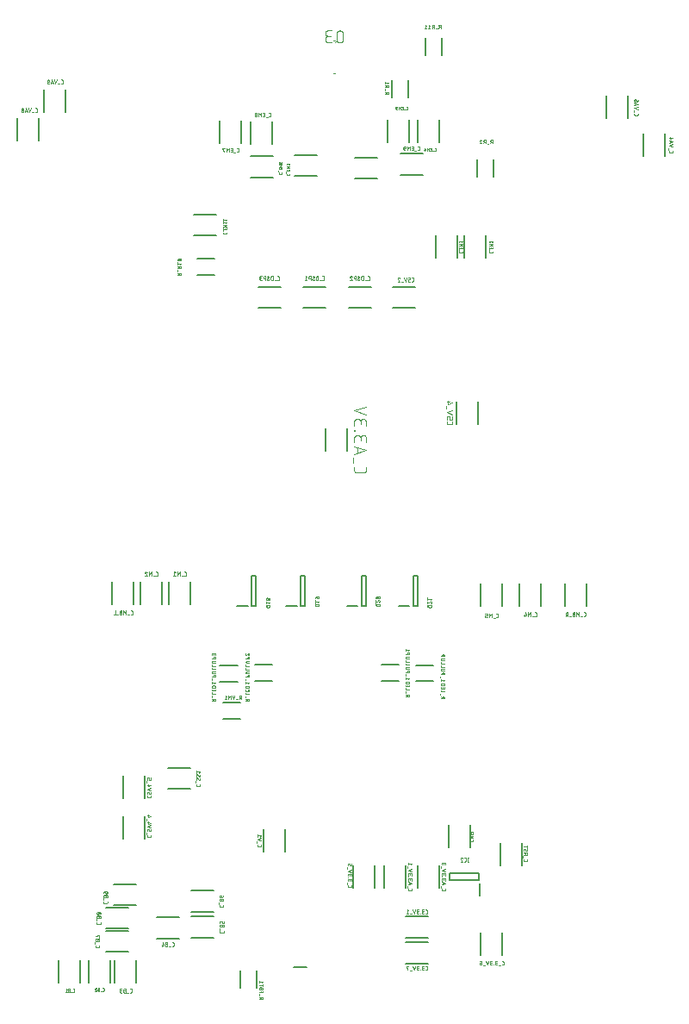
<source format=gbr>
G04 EAGLE Gerber RS-274X export*
G75*
%MOMM*%
%FSLAX34Y34*%
%LPD*%
%INSilkscreen Bottom*%
%IPPOS*%
%AMOC8*
5,1,8,0,0,1.08239X$1,22.5*%
G01*
%ADD10C,0.127000*%
%ADD11C,0.025400*%
%ADD12C,0.050800*%
%ADD13C,0.101600*%
%ADD14C,0.200000*%
%ADD15C,0.203200*%
%ADD16C,0.100000*%
%ADD17C,0.076200*%


D10*
X70800Y-382523D02*
X92800Y-382523D01*
X92800Y-403457D02*
X70800Y-403457D01*
D11*
X90375Y-379856D02*
X91221Y-379856D01*
X91276Y-379854D01*
X91332Y-379849D01*
X91386Y-379840D01*
X91440Y-379827D01*
X91493Y-379811D01*
X91545Y-379792D01*
X91596Y-379769D01*
X91645Y-379743D01*
X91692Y-379713D01*
X91737Y-379681D01*
X91779Y-379646D01*
X91820Y-379608D01*
X91858Y-379567D01*
X91893Y-379525D01*
X91925Y-379480D01*
X91955Y-379433D01*
X91981Y-379384D01*
X92004Y-379333D01*
X92023Y-379281D01*
X92039Y-379228D01*
X92052Y-379174D01*
X92061Y-379120D01*
X92066Y-379064D01*
X92068Y-379009D01*
X92068Y-376893D01*
X92066Y-376835D01*
X92060Y-376778D01*
X92050Y-376721D01*
X92037Y-376664D01*
X92019Y-376609D01*
X91998Y-376556D01*
X91973Y-376503D01*
X91945Y-376453D01*
X91913Y-376405D01*
X91878Y-376358D01*
X91840Y-376315D01*
X91799Y-376274D01*
X91756Y-376236D01*
X91709Y-376201D01*
X91661Y-376169D01*
X91611Y-376141D01*
X91558Y-376116D01*
X91505Y-376095D01*
X91450Y-376077D01*
X91393Y-376064D01*
X91336Y-376054D01*
X91279Y-376048D01*
X91221Y-376046D01*
X90375Y-376046D01*
X89011Y-379856D02*
X87952Y-379856D01*
X87888Y-379854D01*
X87824Y-379848D01*
X87761Y-379839D01*
X87699Y-379825D01*
X87637Y-379808D01*
X87577Y-379787D01*
X87518Y-379763D01*
X87460Y-379735D01*
X87405Y-379703D01*
X87351Y-379669D01*
X87300Y-379631D01*
X87250Y-379590D01*
X87204Y-379546D01*
X87160Y-379500D01*
X87119Y-379450D01*
X87081Y-379399D01*
X87047Y-379345D01*
X87015Y-379290D01*
X86987Y-379232D01*
X86963Y-379173D01*
X86942Y-379113D01*
X86925Y-379051D01*
X86911Y-378989D01*
X86902Y-378926D01*
X86896Y-378862D01*
X86894Y-378798D01*
X86896Y-378734D01*
X86902Y-378670D01*
X86911Y-378607D01*
X86925Y-378545D01*
X86942Y-378483D01*
X86963Y-378423D01*
X86987Y-378364D01*
X87015Y-378306D01*
X87047Y-378251D01*
X87081Y-378197D01*
X87119Y-378146D01*
X87160Y-378096D01*
X87204Y-378050D01*
X87250Y-378006D01*
X87300Y-377965D01*
X87351Y-377927D01*
X87405Y-377893D01*
X87460Y-377861D01*
X87518Y-377833D01*
X87577Y-377809D01*
X87637Y-377788D01*
X87699Y-377771D01*
X87761Y-377757D01*
X87824Y-377748D01*
X87888Y-377742D01*
X87952Y-377740D01*
X87741Y-376046D02*
X89011Y-376046D01*
X87741Y-376046D02*
X87684Y-376048D01*
X87628Y-376054D01*
X87572Y-376063D01*
X87517Y-376076D01*
X87463Y-376093D01*
X87410Y-376113D01*
X87359Y-376137D01*
X87309Y-376164D01*
X87262Y-376195D01*
X87216Y-376228D01*
X87173Y-376265D01*
X87132Y-376304D01*
X87094Y-376346D01*
X87059Y-376391D01*
X87027Y-376437D01*
X86998Y-376486D01*
X86973Y-376536D01*
X86951Y-376589D01*
X86932Y-376642D01*
X86917Y-376697D01*
X86906Y-376752D01*
X86898Y-376808D01*
X86894Y-376865D01*
X86894Y-376921D01*
X86898Y-376978D01*
X86906Y-377034D01*
X86917Y-377089D01*
X86932Y-377144D01*
X86951Y-377197D01*
X86973Y-377250D01*
X86998Y-377300D01*
X87027Y-377349D01*
X87059Y-377395D01*
X87094Y-377440D01*
X87132Y-377482D01*
X87173Y-377521D01*
X87216Y-377558D01*
X87262Y-377591D01*
X87309Y-377622D01*
X87359Y-377649D01*
X87410Y-377673D01*
X87463Y-377693D01*
X87517Y-377710D01*
X87572Y-377723D01*
X87628Y-377732D01*
X87684Y-377738D01*
X87741Y-377740D01*
X87741Y-377739D02*
X88587Y-377739D01*
X85498Y-379644D02*
X85498Y-379856D01*
X85498Y-379644D02*
X85286Y-379644D01*
X85286Y-379856D01*
X85498Y-379856D01*
X83890Y-379856D02*
X82832Y-379856D01*
X82768Y-379854D01*
X82704Y-379848D01*
X82641Y-379839D01*
X82579Y-379825D01*
X82517Y-379808D01*
X82457Y-379787D01*
X82398Y-379763D01*
X82340Y-379735D01*
X82285Y-379703D01*
X82231Y-379669D01*
X82180Y-379631D01*
X82130Y-379590D01*
X82084Y-379546D01*
X82040Y-379500D01*
X81999Y-379450D01*
X81961Y-379399D01*
X81927Y-379345D01*
X81895Y-379290D01*
X81867Y-379232D01*
X81843Y-379173D01*
X81822Y-379113D01*
X81805Y-379051D01*
X81791Y-378989D01*
X81782Y-378926D01*
X81776Y-378862D01*
X81774Y-378798D01*
X81776Y-378734D01*
X81782Y-378670D01*
X81791Y-378607D01*
X81805Y-378545D01*
X81822Y-378483D01*
X81843Y-378423D01*
X81867Y-378364D01*
X81895Y-378306D01*
X81927Y-378251D01*
X81961Y-378197D01*
X81999Y-378146D01*
X82040Y-378096D01*
X82084Y-378050D01*
X82130Y-378006D01*
X82180Y-377965D01*
X82231Y-377927D01*
X82285Y-377893D01*
X82340Y-377861D01*
X82398Y-377833D01*
X82457Y-377809D01*
X82517Y-377788D01*
X82579Y-377771D01*
X82641Y-377757D01*
X82704Y-377748D01*
X82768Y-377742D01*
X82832Y-377740D01*
X82620Y-376046D02*
X83890Y-376046D01*
X82620Y-376046D02*
X82563Y-376048D01*
X82507Y-376054D01*
X82451Y-376063D01*
X82396Y-376076D01*
X82342Y-376093D01*
X82289Y-376113D01*
X82238Y-376137D01*
X82188Y-376164D01*
X82141Y-376195D01*
X82095Y-376228D01*
X82052Y-376265D01*
X82011Y-376304D01*
X81973Y-376346D01*
X81938Y-376391D01*
X81906Y-376437D01*
X81877Y-376486D01*
X81852Y-376536D01*
X81830Y-376589D01*
X81811Y-376642D01*
X81796Y-376697D01*
X81785Y-376752D01*
X81777Y-376808D01*
X81773Y-376865D01*
X81773Y-376921D01*
X81777Y-376978D01*
X81785Y-377034D01*
X81796Y-377089D01*
X81811Y-377144D01*
X81830Y-377197D01*
X81852Y-377250D01*
X81877Y-377300D01*
X81906Y-377349D01*
X81938Y-377395D01*
X81973Y-377440D01*
X82011Y-377482D01*
X82052Y-377521D01*
X82095Y-377558D01*
X82141Y-377591D01*
X82188Y-377622D01*
X82238Y-377649D01*
X82289Y-377673D01*
X82342Y-377693D01*
X82396Y-377710D01*
X82451Y-377723D01*
X82507Y-377732D01*
X82563Y-377738D01*
X82620Y-377740D01*
X82620Y-377739D02*
X83467Y-377739D01*
X80444Y-376046D02*
X79174Y-379856D01*
X77904Y-376046D01*
X76729Y-380279D02*
X75036Y-380279D01*
X73649Y-376893D02*
X72590Y-376046D01*
X72590Y-379856D01*
X71532Y-379856D02*
X73649Y-379856D01*
D10*
X70800Y-428857D02*
X92800Y-428857D01*
X92800Y-407923D02*
X70800Y-407923D01*
D11*
X90375Y-435334D02*
X91221Y-435334D01*
X91276Y-435332D01*
X91332Y-435327D01*
X91386Y-435318D01*
X91440Y-435305D01*
X91493Y-435289D01*
X91545Y-435270D01*
X91596Y-435247D01*
X91645Y-435221D01*
X91692Y-435191D01*
X91737Y-435159D01*
X91779Y-435124D01*
X91820Y-435086D01*
X91858Y-435045D01*
X91893Y-435003D01*
X91925Y-434958D01*
X91955Y-434911D01*
X91981Y-434862D01*
X92004Y-434811D01*
X92023Y-434759D01*
X92039Y-434706D01*
X92052Y-434652D01*
X92061Y-434598D01*
X92066Y-434542D01*
X92068Y-434487D01*
X92068Y-432371D01*
X92066Y-432313D01*
X92060Y-432256D01*
X92050Y-432199D01*
X92037Y-432142D01*
X92019Y-432087D01*
X91998Y-432034D01*
X91973Y-431981D01*
X91945Y-431931D01*
X91913Y-431883D01*
X91878Y-431836D01*
X91840Y-431793D01*
X91799Y-431752D01*
X91756Y-431714D01*
X91709Y-431679D01*
X91661Y-431647D01*
X91611Y-431619D01*
X91558Y-431594D01*
X91505Y-431573D01*
X91450Y-431555D01*
X91393Y-431542D01*
X91336Y-431532D01*
X91279Y-431526D01*
X91221Y-431524D01*
X90375Y-431524D01*
X89011Y-435334D02*
X87952Y-435334D01*
X87888Y-435332D01*
X87824Y-435326D01*
X87761Y-435317D01*
X87699Y-435303D01*
X87637Y-435286D01*
X87577Y-435265D01*
X87518Y-435241D01*
X87460Y-435213D01*
X87405Y-435181D01*
X87351Y-435147D01*
X87300Y-435109D01*
X87250Y-435068D01*
X87204Y-435024D01*
X87160Y-434978D01*
X87119Y-434928D01*
X87081Y-434877D01*
X87047Y-434823D01*
X87015Y-434768D01*
X86987Y-434710D01*
X86963Y-434651D01*
X86942Y-434591D01*
X86925Y-434529D01*
X86911Y-434467D01*
X86902Y-434404D01*
X86896Y-434340D01*
X86894Y-434276D01*
X86896Y-434212D01*
X86902Y-434148D01*
X86911Y-434085D01*
X86925Y-434023D01*
X86942Y-433961D01*
X86963Y-433901D01*
X86987Y-433842D01*
X87015Y-433784D01*
X87047Y-433729D01*
X87081Y-433675D01*
X87119Y-433624D01*
X87160Y-433574D01*
X87204Y-433528D01*
X87250Y-433484D01*
X87300Y-433443D01*
X87351Y-433405D01*
X87405Y-433371D01*
X87460Y-433339D01*
X87518Y-433311D01*
X87577Y-433287D01*
X87637Y-433266D01*
X87699Y-433249D01*
X87761Y-433235D01*
X87824Y-433226D01*
X87888Y-433220D01*
X87952Y-433218D01*
X87741Y-431524D02*
X89011Y-431524D01*
X87741Y-431524D02*
X87684Y-431526D01*
X87628Y-431532D01*
X87572Y-431541D01*
X87517Y-431554D01*
X87463Y-431571D01*
X87410Y-431591D01*
X87359Y-431615D01*
X87309Y-431642D01*
X87262Y-431673D01*
X87216Y-431706D01*
X87173Y-431743D01*
X87132Y-431782D01*
X87094Y-431824D01*
X87059Y-431869D01*
X87027Y-431915D01*
X86998Y-431964D01*
X86973Y-432014D01*
X86951Y-432067D01*
X86932Y-432120D01*
X86917Y-432175D01*
X86906Y-432230D01*
X86898Y-432286D01*
X86894Y-432343D01*
X86894Y-432399D01*
X86898Y-432456D01*
X86906Y-432512D01*
X86917Y-432567D01*
X86932Y-432622D01*
X86951Y-432675D01*
X86973Y-432728D01*
X86998Y-432778D01*
X87027Y-432827D01*
X87059Y-432873D01*
X87094Y-432918D01*
X87132Y-432960D01*
X87173Y-432999D01*
X87216Y-433036D01*
X87262Y-433069D01*
X87309Y-433100D01*
X87359Y-433127D01*
X87410Y-433151D01*
X87463Y-433171D01*
X87517Y-433188D01*
X87572Y-433201D01*
X87628Y-433210D01*
X87684Y-433216D01*
X87741Y-433218D01*
X87741Y-433217D02*
X88587Y-433217D01*
X85498Y-435122D02*
X85498Y-435334D01*
X85498Y-435122D02*
X85286Y-435122D01*
X85286Y-435334D01*
X85498Y-435334D01*
X83890Y-435334D02*
X82832Y-435334D01*
X82768Y-435332D01*
X82704Y-435326D01*
X82641Y-435317D01*
X82579Y-435303D01*
X82517Y-435286D01*
X82457Y-435265D01*
X82398Y-435241D01*
X82340Y-435213D01*
X82285Y-435181D01*
X82231Y-435147D01*
X82180Y-435109D01*
X82130Y-435068D01*
X82084Y-435024D01*
X82040Y-434978D01*
X81999Y-434928D01*
X81961Y-434877D01*
X81927Y-434823D01*
X81895Y-434768D01*
X81867Y-434710D01*
X81843Y-434651D01*
X81822Y-434591D01*
X81805Y-434529D01*
X81791Y-434467D01*
X81782Y-434404D01*
X81776Y-434340D01*
X81774Y-434276D01*
X81776Y-434212D01*
X81782Y-434148D01*
X81791Y-434085D01*
X81805Y-434023D01*
X81822Y-433961D01*
X81843Y-433901D01*
X81867Y-433842D01*
X81895Y-433784D01*
X81927Y-433729D01*
X81961Y-433675D01*
X81999Y-433624D01*
X82040Y-433574D01*
X82084Y-433528D01*
X82130Y-433484D01*
X82180Y-433443D01*
X82231Y-433405D01*
X82285Y-433371D01*
X82340Y-433339D01*
X82398Y-433311D01*
X82457Y-433287D01*
X82517Y-433266D01*
X82579Y-433249D01*
X82641Y-433235D01*
X82704Y-433226D01*
X82768Y-433220D01*
X82832Y-433218D01*
X82620Y-431524D02*
X83890Y-431524D01*
X82620Y-431524D02*
X82563Y-431526D01*
X82507Y-431532D01*
X82451Y-431541D01*
X82396Y-431554D01*
X82342Y-431571D01*
X82289Y-431591D01*
X82238Y-431615D01*
X82188Y-431642D01*
X82141Y-431673D01*
X82095Y-431706D01*
X82052Y-431743D01*
X82011Y-431782D01*
X81973Y-431824D01*
X81938Y-431869D01*
X81906Y-431915D01*
X81877Y-431964D01*
X81852Y-432014D01*
X81830Y-432067D01*
X81811Y-432120D01*
X81796Y-432175D01*
X81785Y-432230D01*
X81777Y-432286D01*
X81773Y-432343D01*
X81773Y-432399D01*
X81777Y-432456D01*
X81785Y-432512D01*
X81796Y-432567D01*
X81811Y-432622D01*
X81830Y-432675D01*
X81852Y-432728D01*
X81877Y-432778D01*
X81906Y-432827D01*
X81938Y-432873D01*
X81973Y-432918D01*
X82011Y-432960D01*
X82052Y-432999D01*
X82095Y-433036D01*
X82141Y-433069D01*
X82188Y-433100D01*
X82238Y-433127D01*
X82289Y-433151D01*
X82342Y-433171D01*
X82396Y-433188D01*
X82451Y-433201D01*
X82507Y-433210D01*
X82563Y-433216D01*
X82620Y-433218D01*
X82620Y-433217D02*
X83467Y-433217D01*
X80444Y-431524D02*
X79174Y-435334D01*
X77904Y-431524D01*
X76729Y-435757D02*
X75036Y-435757D01*
X73649Y-431947D02*
X73649Y-431524D01*
X71532Y-431524D01*
X72590Y-435334D01*
D10*
X-185863Y-266830D02*
X-185863Y-244830D01*
X-206797Y-244830D02*
X-206797Y-266830D01*
D11*
X-183196Y-264520D02*
X-183196Y-263673D01*
X-183196Y-264520D02*
X-183194Y-264575D01*
X-183189Y-264631D01*
X-183180Y-264685D01*
X-183167Y-264739D01*
X-183151Y-264792D01*
X-183132Y-264844D01*
X-183109Y-264895D01*
X-183083Y-264944D01*
X-183053Y-264991D01*
X-183021Y-265036D01*
X-182986Y-265078D01*
X-182948Y-265119D01*
X-182907Y-265157D01*
X-182865Y-265192D01*
X-182820Y-265224D01*
X-182773Y-265254D01*
X-182724Y-265280D01*
X-182673Y-265303D01*
X-182621Y-265322D01*
X-182568Y-265338D01*
X-182514Y-265351D01*
X-182460Y-265360D01*
X-182404Y-265365D01*
X-182349Y-265367D01*
X-182349Y-265366D02*
X-180233Y-265366D01*
X-180233Y-265367D02*
X-180175Y-265365D01*
X-180118Y-265359D01*
X-180061Y-265349D01*
X-180004Y-265336D01*
X-179949Y-265318D01*
X-179896Y-265297D01*
X-179843Y-265272D01*
X-179793Y-265244D01*
X-179745Y-265212D01*
X-179698Y-265177D01*
X-179655Y-265139D01*
X-179614Y-265098D01*
X-179576Y-265055D01*
X-179541Y-265008D01*
X-179509Y-264960D01*
X-179481Y-264910D01*
X-179456Y-264857D01*
X-179435Y-264804D01*
X-179417Y-264749D01*
X-179404Y-264692D01*
X-179394Y-264635D01*
X-179388Y-264578D01*
X-179386Y-264520D01*
X-179386Y-263673D01*
X-183196Y-262309D02*
X-183196Y-261039D01*
X-183194Y-260981D01*
X-183188Y-260924D01*
X-183178Y-260867D01*
X-183165Y-260810D01*
X-183147Y-260755D01*
X-183126Y-260702D01*
X-183101Y-260649D01*
X-183073Y-260599D01*
X-183041Y-260551D01*
X-183006Y-260504D01*
X-182968Y-260461D01*
X-182927Y-260420D01*
X-182884Y-260382D01*
X-182837Y-260347D01*
X-182789Y-260315D01*
X-182739Y-260287D01*
X-182686Y-260262D01*
X-182633Y-260241D01*
X-182578Y-260223D01*
X-182521Y-260210D01*
X-182464Y-260200D01*
X-182407Y-260194D01*
X-182349Y-260192D01*
X-181926Y-260192D01*
X-181871Y-260194D01*
X-181815Y-260199D01*
X-181761Y-260208D01*
X-181707Y-260221D01*
X-181654Y-260237D01*
X-181602Y-260256D01*
X-181551Y-260279D01*
X-181503Y-260305D01*
X-181455Y-260335D01*
X-181410Y-260367D01*
X-181368Y-260402D01*
X-181327Y-260440D01*
X-181289Y-260481D01*
X-181254Y-260523D01*
X-181222Y-260568D01*
X-181192Y-260616D01*
X-181166Y-260664D01*
X-181143Y-260715D01*
X-181124Y-260767D01*
X-181108Y-260820D01*
X-181095Y-260874D01*
X-181086Y-260928D01*
X-181081Y-260984D01*
X-181079Y-261039D01*
X-181079Y-262309D01*
X-179386Y-262309D01*
X-179386Y-260192D01*
X-179386Y-258863D02*
X-183196Y-257593D01*
X-179386Y-256323D01*
X-179386Y-254147D02*
X-182349Y-254994D01*
X-182349Y-252877D01*
X-181503Y-253512D02*
X-183196Y-253512D01*
X-183619Y-251490D02*
X-183619Y-249797D01*
X-183196Y-248410D02*
X-183196Y-247140D01*
X-183194Y-247082D01*
X-183188Y-247025D01*
X-183178Y-246968D01*
X-183165Y-246911D01*
X-183147Y-246856D01*
X-183126Y-246803D01*
X-183101Y-246750D01*
X-183073Y-246700D01*
X-183041Y-246652D01*
X-183006Y-246605D01*
X-182968Y-246562D01*
X-182927Y-246521D01*
X-182884Y-246483D01*
X-182837Y-246448D01*
X-182789Y-246416D01*
X-182739Y-246388D01*
X-182686Y-246363D01*
X-182633Y-246342D01*
X-182578Y-246324D01*
X-182521Y-246311D01*
X-182464Y-246301D01*
X-182407Y-246295D01*
X-182349Y-246293D01*
X-182349Y-246294D02*
X-181926Y-246294D01*
X-181926Y-246293D02*
X-181871Y-246295D01*
X-181815Y-246300D01*
X-181761Y-246309D01*
X-181707Y-246322D01*
X-181654Y-246338D01*
X-181602Y-246357D01*
X-181551Y-246380D01*
X-181503Y-246406D01*
X-181455Y-246436D01*
X-181410Y-246468D01*
X-181368Y-246503D01*
X-181327Y-246541D01*
X-181289Y-246582D01*
X-181254Y-246624D01*
X-181222Y-246669D01*
X-181192Y-246717D01*
X-181166Y-246765D01*
X-181143Y-246816D01*
X-181124Y-246868D01*
X-181108Y-246921D01*
X-181095Y-246975D01*
X-181086Y-247029D01*
X-181081Y-247085D01*
X-181079Y-247140D01*
X-181079Y-248410D01*
X-179386Y-248410D01*
X-179386Y-246294D01*
D10*
X58520Y235867D02*
X80520Y235867D01*
X80520Y214933D02*
X58520Y214933D01*
D11*
X76804Y241074D02*
X77651Y241074D01*
X77706Y241076D01*
X77762Y241081D01*
X77816Y241090D01*
X77870Y241103D01*
X77923Y241119D01*
X77975Y241138D01*
X78026Y241161D01*
X78075Y241187D01*
X78122Y241217D01*
X78167Y241249D01*
X78209Y241284D01*
X78250Y241322D01*
X78288Y241363D01*
X78323Y241405D01*
X78355Y241450D01*
X78385Y241498D01*
X78411Y241546D01*
X78434Y241597D01*
X78453Y241649D01*
X78469Y241702D01*
X78482Y241756D01*
X78491Y241810D01*
X78496Y241866D01*
X78498Y241921D01*
X78498Y244037D01*
X78496Y244095D01*
X78490Y244152D01*
X78480Y244209D01*
X78467Y244266D01*
X78449Y244321D01*
X78428Y244374D01*
X78403Y244427D01*
X78375Y244477D01*
X78343Y244525D01*
X78308Y244572D01*
X78270Y244615D01*
X78229Y244656D01*
X78186Y244694D01*
X78139Y244729D01*
X78091Y244761D01*
X78041Y244789D01*
X77988Y244814D01*
X77935Y244835D01*
X77880Y244853D01*
X77823Y244866D01*
X77766Y244876D01*
X77709Y244882D01*
X77651Y244884D01*
X76804Y244884D01*
X75440Y241074D02*
X74170Y241074D01*
X74115Y241076D01*
X74059Y241081D01*
X74005Y241090D01*
X73951Y241103D01*
X73898Y241119D01*
X73846Y241138D01*
X73795Y241161D01*
X73747Y241187D01*
X73699Y241217D01*
X73654Y241249D01*
X73612Y241284D01*
X73571Y241322D01*
X73533Y241363D01*
X73498Y241405D01*
X73466Y241450D01*
X73436Y241498D01*
X73410Y241546D01*
X73387Y241597D01*
X73368Y241649D01*
X73352Y241702D01*
X73339Y241756D01*
X73330Y241810D01*
X73325Y241866D01*
X73323Y241921D01*
X73324Y241921D02*
X73324Y242344D01*
X73323Y242344D02*
X73325Y242399D01*
X73330Y242455D01*
X73339Y242509D01*
X73352Y242563D01*
X73368Y242616D01*
X73387Y242668D01*
X73410Y242719D01*
X73436Y242768D01*
X73466Y242815D01*
X73498Y242860D01*
X73533Y242902D01*
X73571Y242943D01*
X73612Y242981D01*
X73654Y243016D01*
X73699Y243048D01*
X73747Y243078D01*
X73795Y243104D01*
X73846Y243127D01*
X73898Y243146D01*
X73951Y243162D01*
X74005Y243175D01*
X74059Y243184D01*
X74115Y243189D01*
X74170Y243191D01*
X75440Y243191D01*
X75440Y244884D01*
X73324Y244884D01*
X71994Y244884D02*
X70724Y241074D01*
X69454Y244884D01*
X68279Y240651D02*
X66586Y240651D01*
X63082Y243932D02*
X63084Y243992D01*
X63090Y244051D01*
X63099Y244111D01*
X63112Y244169D01*
X63129Y244226D01*
X63149Y244283D01*
X63173Y244338D01*
X63200Y244391D01*
X63230Y244443D01*
X63264Y244492D01*
X63301Y244539D01*
X63340Y244584D01*
X63383Y244627D01*
X63428Y244666D01*
X63475Y244703D01*
X63524Y244737D01*
X63576Y244767D01*
X63629Y244794D01*
X63684Y244818D01*
X63741Y244838D01*
X63798Y244855D01*
X63856Y244868D01*
X63916Y244877D01*
X63975Y244883D01*
X64035Y244885D01*
X64035Y244884D02*
X64102Y244882D01*
X64169Y244877D01*
X64235Y244868D01*
X64301Y244855D01*
X64365Y244839D01*
X64429Y244819D01*
X64492Y244795D01*
X64554Y244769D01*
X64613Y244739D01*
X64671Y244706D01*
X64728Y244669D01*
X64782Y244630D01*
X64834Y244588D01*
X64883Y244543D01*
X64930Y244495D01*
X64974Y244445D01*
X65016Y244392D01*
X65054Y244337D01*
X65090Y244281D01*
X65122Y244222D01*
X65151Y244162D01*
X65177Y244100D01*
X65199Y244037D01*
X63399Y243191D02*
X63358Y243233D01*
X63319Y243278D01*
X63282Y243324D01*
X63248Y243373D01*
X63217Y243423D01*
X63190Y243475D01*
X63165Y243529D01*
X63143Y243584D01*
X63124Y243640D01*
X63109Y243697D01*
X63097Y243755D01*
X63089Y243814D01*
X63084Y243873D01*
X63082Y243932D01*
X63400Y243191D02*
X65199Y241074D01*
X63082Y241074D01*
D10*
X121033Y123430D02*
X121033Y101430D01*
X141967Y101430D02*
X141967Y123430D01*
D12*
X111381Y103386D02*
X111381Y102145D01*
X111383Y102075D01*
X111389Y102006D01*
X111399Y101937D01*
X111412Y101869D01*
X111430Y101801D01*
X111451Y101735D01*
X111476Y101670D01*
X111504Y101606D01*
X111536Y101544D01*
X111571Y101484D01*
X111610Y101426D01*
X111652Y101371D01*
X111697Y101317D01*
X111745Y101267D01*
X111795Y101219D01*
X111849Y101174D01*
X111904Y101132D01*
X111962Y101093D01*
X112022Y101058D01*
X112084Y101026D01*
X112148Y100998D01*
X112213Y100973D01*
X112279Y100952D01*
X112347Y100934D01*
X112415Y100921D01*
X112484Y100911D01*
X112553Y100905D01*
X112623Y100903D01*
X115727Y100903D01*
X115797Y100905D01*
X115866Y100911D01*
X115935Y100921D01*
X116003Y100934D01*
X116071Y100952D01*
X116137Y100973D01*
X116202Y100998D01*
X116266Y101026D01*
X116328Y101058D01*
X116388Y101093D01*
X116446Y101132D01*
X116501Y101174D01*
X116555Y101219D01*
X116605Y101267D01*
X116653Y101317D01*
X116698Y101371D01*
X116740Y101426D01*
X116779Y101484D01*
X116814Y101544D01*
X116846Y101606D01*
X116874Y101670D01*
X116899Y101735D01*
X116920Y101801D01*
X116938Y101869D01*
X116951Y101937D01*
X116961Y102006D01*
X116967Y102075D01*
X116969Y102145D01*
X116969Y103386D01*
X111381Y105491D02*
X111381Y107354D01*
X111383Y107424D01*
X111389Y107493D01*
X111399Y107562D01*
X111412Y107630D01*
X111430Y107698D01*
X111451Y107764D01*
X111476Y107829D01*
X111504Y107893D01*
X111536Y107955D01*
X111571Y108015D01*
X111610Y108073D01*
X111652Y108128D01*
X111697Y108182D01*
X111745Y108232D01*
X111795Y108280D01*
X111849Y108325D01*
X111904Y108367D01*
X111962Y108406D01*
X112022Y108441D01*
X112084Y108473D01*
X112148Y108501D01*
X112213Y108526D01*
X112279Y108547D01*
X112347Y108565D01*
X112415Y108578D01*
X112484Y108588D01*
X112553Y108594D01*
X112623Y108596D01*
X112623Y108595D02*
X113244Y108595D01*
X113244Y108596D02*
X113314Y108594D01*
X113383Y108588D01*
X113452Y108578D01*
X113520Y108565D01*
X113588Y108547D01*
X113654Y108526D01*
X113719Y108501D01*
X113783Y108473D01*
X113845Y108441D01*
X113905Y108406D01*
X113963Y108367D01*
X114018Y108325D01*
X114072Y108280D01*
X114122Y108232D01*
X114170Y108182D01*
X114215Y108128D01*
X114257Y108073D01*
X114296Y108015D01*
X114331Y107955D01*
X114363Y107893D01*
X114391Y107829D01*
X114416Y107764D01*
X114437Y107698D01*
X114455Y107630D01*
X114468Y107562D01*
X114478Y107493D01*
X114484Y107424D01*
X114486Y107354D01*
X114485Y107354D02*
X114485Y105491D01*
X116969Y105491D01*
X116969Y108595D01*
X116969Y110667D02*
X111381Y112530D01*
X116969Y114392D01*
X110760Y116226D02*
X110760Y118709D01*
X112623Y120853D02*
X116969Y122095D01*
X112623Y120853D02*
X112623Y123957D01*
X113865Y123026D02*
X111381Y123026D01*
D10*
X113243Y-293090D02*
X113243Y-315090D01*
X134177Y-315090D02*
X134177Y-293090D01*
D11*
X133436Y-307006D02*
X133436Y-307853D01*
X133438Y-307908D01*
X133443Y-307964D01*
X133452Y-308018D01*
X133465Y-308072D01*
X133481Y-308125D01*
X133500Y-308177D01*
X133523Y-308228D01*
X133549Y-308277D01*
X133579Y-308324D01*
X133611Y-308369D01*
X133646Y-308411D01*
X133684Y-308452D01*
X133725Y-308490D01*
X133767Y-308525D01*
X133812Y-308557D01*
X133860Y-308587D01*
X133908Y-308613D01*
X133959Y-308636D01*
X134011Y-308655D01*
X134064Y-308671D01*
X134118Y-308684D01*
X134172Y-308693D01*
X134228Y-308698D01*
X134283Y-308700D01*
X134283Y-308699D02*
X136399Y-308699D01*
X136399Y-308700D02*
X136457Y-308698D01*
X136514Y-308692D01*
X136571Y-308682D01*
X136628Y-308669D01*
X136683Y-308651D01*
X136736Y-308630D01*
X136789Y-308605D01*
X136839Y-308577D01*
X136887Y-308545D01*
X136934Y-308510D01*
X136977Y-308472D01*
X137018Y-308431D01*
X137056Y-308388D01*
X137091Y-308341D01*
X137123Y-308293D01*
X137151Y-308243D01*
X137176Y-308190D01*
X137197Y-308137D01*
X137215Y-308082D01*
X137228Y-308025D01*
X137238Y-307968D01*
X137244Y-307911D01*
X137246Y-307853D01*
X137246Y-307006D01*
X137246Y-305520D02*
X133436Y-305520D01*
X133436Y-303403D02*
X137246Y-305520D01*
X137246Y-303403D02*
X133436Y-303403D01*
X133436Y-301597D02*
X137246Y-301597D01*
X137246Y-300539D01*
X137244Y-300475D01*
X137238Y-300411D01*
X137229Y-300348D01*
X137215Y-300286D01*
X137198Y-300224D01*
X137177Y-300164D01*
X137153Y-300105D01*
X137125Y-300047D01*
X137093Y-299992D01*
X137059Y-299938D01*
X137021Y-299887D01*
X136980Y-299837D01*
X136936Y-299791D01*
X136890Y-299747D01*
X136840Y-299706D01*
X136789Y-299668D01*
X136735Y-299634D01*
X136680Y-299602D01*
X136622Y-299574D01*
X136563Y-299550D01*
X136503Y-299529D01*
X136441Y-299512D01*
X136379Y-299498D01*
X136316Y-299489D01*
X136252Y-299483D01*
X136188Y-299481D01*
X136124Y-299483D01*
X136060Y-299489D01*
X135997Y-299498D01*
X135935Y-299512D01*
X135873Y-299529D01*
X135813Y-299550D01*
X135754Y-299574D01*
X135696Y-299602D01*
X135641Y-299634D01*
X135587Y-299668D01*
X135536Y-299706D01*
X135486Y-299747D01*
X135440Y-299791D01*
X135396Y-299837D01*
X135355Y-299887D01*
X135317Y-299938D01*
X135283Y-299992D01*
X135251Y-300047D01*
X135223Y-300105D01*
X135199Y-300164D01*
X135178Y-300224D01*
X135161Y-300286D01*
X135147Y-300348D01*
X135138Y-300411D01*
X135132Y-300475D01*
X135130Y-300539D01*
X135129Y-300539D02*
X135129Y-301597D01*
X135129Y-300327D02*
X133436Y-299481D01*
D10*
X40197Y-332460D02*
X40197Y-354460D01*
X19263Y-354460D02*
X19263Y-332460D01*
D11*
X14056Y-352228D02*
X14056Y-353074D01*
X14058Y-353129D01*
X14063Y-353185D01*
X14072Y-353239D01*
X14085Y-353293D01*
X14101Y-353346D01*
X14120Y-353398D01*
X14143Y-353449D01*
X14169Y-353498D01*
X14199Y-353545D01*
X14231Y-353590D01*
X14266Y-353632D01*
X14304Y-353673D01*
X14345Y-353711D01*
X14387Y-353746D01*
X14432Y-353778D01*
X14480Y-353808D01*
X14528Y-353834D01*
X14579Y-353857D01*
X14631Y-353876D01*
X14684Y-353892D01*
X14738Y-353905D01*
X14792Y-353914D01*
X14848Y-353919D01*
X14903Y-353921D01*
X17019Y-353921D01*
X17077Y-353919D01*
X17134Y-353913D01*
X17191Y-353903D01*
X17248Y-353890D01*
X17303Y-353872D01*
X17356Y-353851D01*
X17409Y-353826D01*
X17459Y-353798D01*
X17507Y-353766D01*
X17554Y-353731D01*
X17597Y-353693D01*
X17638Y-353652D01*
X17676Y-353609D01*
X17711Y-353562D01*
X17743Y-353514D01*
X17771Y-353464D01*
X17796Y-353411D01*
X17817Y-353358D01*
X17835Y-353303D01*
X17848Y-353246D01*
X17858Y-353189D01*
X17864Y-353132D01*
X17866Y-353074D01*
X17866Y-352228D01*
X13633Y-351018D02*
X13633Y-349324D01*
X14056Y-347937D02*
X14056Y-346879D01*
X14058Y-346815D01*
X14064Y-346751D01*
X14073Y-346688D01*
X14087Y-346626D01*
X14104Y-346564D01*
X14125Y-346504D01*
X14149Y-346445D01*
X14177Y-346387D01*
X14209Y-346332D01*
X14243Y-346278D01*
X14281Y-346227D01*
X14322Y-346177D01*
X14366Y-346131D01*
X14412Y-346087D01*
X14462Y-346046D01*
X14513Y-346008D01*
X14567Y-345974D01*
X14622Y-345942D01*
X14680Y-345914D01*
X14739Y-345890D01*
X14799Y-345869D01*
X14861Y-345852D01*
X14923Y-345838D01*
X14986Y-345829D01*
X15050Y-345823D01*
X15114Y-345821D01*
X15178Y-345823D01*
X15242Y-345829D01*
X15305Y-345838D01*
X15367Y-345852D01*
X15429Y-345869D01*
X15489Y-345890D01*
X15548Y-345914D01*
X15606Y-345942D01*
X15661Y-345974D01*
X15715Y-346008D01*
X15766Y-346046D01*
X15816Y-346087D01*
X15862Y-346131D01*
X15906Y-346177D01*
X15947Y-346227D01*
X15985Y-346278D01*
X16019Y-346332D01*
X16051Y-346387D01*
X16079Y-346445D01*
X16103Y-346504D01*
X16124Y-346564D01*
X16141Y-346626D01*
X16155Y-346688D01*
X16164Y-346751D01*
X16170Y-346815D01*
X16172Y-346879D01*
X17866Y-346667D02*
X17866Y-347937D01*
X17866Y-346667D02*
X17864Y-346610D01*
X17858Y-346554D01*
X17849Y-346498D01*
X17836Y-346443D01*
X17819Y-346389D01*
X17799Y-346336D01*
X17775Y-346285D01*
X17748Y-346235D01*
X17717Y-346188D01*
X17684Y-346142D01*
X17647Y-346099D01*
X17608Y-346058D01*
X17566Y-346020D01*
X17521Y-345985D01*
X17475Y-345953D01*
X17426Y-345924D01*
X17376Y-345899D01*
X17323Y-345877D01*
X17270Y-345858D01*
X17215Y-345843D01*
X17160Y-345832D01*
X17104Y-345824D01*
X17047Y-345820D01*
X16991Y-345820D01*
X16934Y-345824D01*
X16878Y-345832D01*
X16823Y-345843D01*
X16768Y-345858D01*
X16715Y-345877D01*
X16662Y-345899D01*
X16612Y-345924D01*
X16563Y-345953D01*
X16517Y-345985D01*
X16472Y-346020D01*
X16430Y-346058D01*
X16391Y-346099D01*
X16354Y-346142D01*
X16321Y-346188D01*
X16290Y-346235D01*
X16263Y-346285D01*
X16239Y-346336D01*
X16219Y-346389D01*
X16202Y-346443D01*
X16189Y-346498D01*
X16180Y-346554D01*
X16174Y-346610D01*
X16172Y-346667D01*
X16173Y-346667D02*
X16173Y-347514D01*
X14268Y-344425D02*
X14056Y-344425D01*
X14268Y-344425D02*
X14268Y-344213D01*
X14056Y-344213D01*
X14056Y-344425D01*
X14056Y-342817D02*
X14056Y-341759D01*
X14058Y-341695D01*
X14064Y-341631D01*
X14073Y-341568D01*
X14087Y-341506D01*
X14104Y-341444D01*
X14125Y-341384D01*
X14149Y-341325D01*
X14177Y-341267D01*
X14209Y-341212D01*
X14243Y-341158D01*
X14281Y-341107D01*
X14322Y-341057D01*
X14366Y-341011D01*
X14412Y-340967D01*
X14462Y-340926D01*
X14513Y-340888D01*
X14567Y-340854D01*
X14622Y-340822D01*
X14680Y-340794D01*
X14739Y-340770D01*
X14799Y-340749D01*
X14861Y-340732D01*
X14923Y-340718D01*
X14986Y-340709D01*
X15050Y-340703D01*
X15114Y-340701D01*
X15178Y-340703D01*
X15242Y-340709D01*
X15305Y-340718D01*
X15367Y-340732D01*
X15429Y-340749D01*
X15489Y-340770D01*
X15548Y-340794D01*
X15606Y-340822D01*
X15661Y-340854D01*
X15715Y-340888D01*
X15766Y-340926D01*
X15816Y-340967D01*
X15862Y-341011D01*
X15906Y-341057D01*
X15947Y-341107D01*
X15985Y-341158D01*
X16019Y-341212D01*
X16051Y-341267D01*
X16079Y-341325D01*
X16103Y-341384D01*
X16124Y-341444D01*
X16141Y-341506D01*
X16155Y-341568D01*
X16164Y-341631D01*
X16170Y-341695D01*
X16172Y-341759D01*
X17866Y-341547D02*
X17866Y-342817D01*
X17866Y-341547D02*
X17864Y-341490D01*
X17858Y-341434D01*
X17849Y-341378D01*
X17836Y-341323D01*
X17819Y-341269D01*
X17799Y-341216D01*
X17775Y-341165D01*
X17748Y-341115D01*
X17717Y-341068D01*
X17684Y-341022D01*
X17647Y-340979D01*
X17608Y-340938D01*
X17566Y-340900D01*
X17521Y-340865D01*
X17475Y-340833D01*
X17426Y-340804D01*
X17376Y-340779D01*
X17323Y-340757D01*
X17270Y-340738D01*
X17215Y-340723D01*
X17160Y-340712D01*
X17104Y-340704D01*
X17047Y-340700D01*
X16991Y-340700D01*
X16934Y-340704D01*
X16878Y-340712D01*
X16823Y-340723D01*
X16768Y-340738D01*
X16715Y-340757D01*
X16662Y-340779D01*
X16612Y-340804D01*
X16563Y-340833D01*
X16517Y-340865D01*
X16472Y-340900D01*
X16430Y-340938D01*
X16391Y-340979D01*
X16354Y-341022D01*
X16321Y-341068D01*
X16290Y-341115D01*
X16263Y-341165D01*
X16239Y-341216D01*
X16219Y-341269D01*
X16202Y-341323D01*
X16189Y-341378D01*
X16180Y-341434D01*
X16174Y-341490D01*
X16172Y-341547D01*
X16173Y-341547D02*
X16173Y-342394D01*
X17866Y-339371D02*
X14056Y-338101D01*
X17866Y-336831D01*
X13633Y-335656D02*
X13633Y-333963D01*
X14056Y-332576D02*
X14056Y-331306D01*
X14058Y-331251D01*
X14063Y-331195D01*
X14072Y-331141D01*
X14085Y-331087D01*
X14101Y-331034D01*
X14120Y-330982D01*
X14143Y-330931D01*
X14169Y-330883D01*
X14199Y-330835D01*
X14231Y-330790D01*
X14266Y-330748D01*
X14304Y-330707D01*
X14345Y-330669D01*
X14387Y-330634D01*
X14432Y-330602D01*
X14480Y-330572D01*
X14528Y-330546D01*
X14579Y-330523D01*
X14631Y-330504D01*
X14684Y-330488D01*
X14738Y-330475D01*
X14792Y-330466D01*
X14848Y-330461D01*
X14903Y-330459D01*
X15326Y-330459D01*
X15381Y-330461D01*
X15437Y-330466D01*
X15491Y-330475D01*
X15545Y-330488D01*
X15598Y-330504D01*
X15650Y-330523D01*
X15701Y-330546D01*
X15750Y-330572D01*
X15797Y-330602D01*
X15842Y-330634D01*
X15884Y-330669D01*
X15925Y-330707D01*
X15963Y-330748D01*
X15998Y-330790D01*
X16030Y-330835D01*
X16060Y-330883D01*
X16086Y-330931D01*
X16109Y-330982D01*
X16128Y-331034D01*
X16144Y-331087D01*
X16157Y-331141D01*
X16166Y-331195D01*
X16171Y-331251D01*
X16173Y-331306D01*
X16173Y-332576D01*
X17866Y-332576D01*
X17866Y-330459D01*
D10*
X144993Y-398500D02*
X144993Y-420500D01*
X165927Y-420500D02*
X165927Y-398500D01*
D11*
X165498Y-430254D02*
X166344Y-430254D01*
X166399Y-430252D01*
X166455Y-430247D01*
X166509Y-430238D01*
X166563Y-430225D01*
X166616Y-430209D01*
X166668Y-430190D01*
X166719Y-430167D01*
X166768Y-430141D01*
X166815Y-430111D01*
X166860Y-430079D01*
X166902Y-430044D01*
X166943Y-430006D01*
X166981Y-429965D01*
X167016Y-429923D01*
X167048Y-429878D01*
X167078Y-429831D01*
X167104Y-429782D01*
X167127Y-429731D01*
X167146Y-429679D01*
X167162Y-429626D01*
X167175Y-429572D01*
X167184Y-429518D01*
X167189Y-429462D01*
X167191Y-429407D01*
X167191Y-427291D01*
X167189Y-427233D01*
X167183Y-427176D01*
X167173Y-427119D01*
X167160Y-427062D01*
X167142Y-427007D01*
X167121Y-426954D01*
X167096Y-426901D01*
X167068Y-426851D01*
X167036Y-426803D01*
X167001Y-426756D01*
X166963Y-426713D01*
X166922Y-426672D01*
X166879Y-426634D01*
X166832Y-426599D01*
X166784Y-426567D01*
X166734Y-426539D01*
X166681Y-426514D01*
X166628Y-426493D01*
X166573Y-426475D01*
X166516Y-426462D01*
X166459Y-426452D01*
X166402Y-426446D01*
X166344Y-426444D01*
X165498Y-426444D01*
X164288Y-430677D02*
X162594Y-430677D01*
X161207Y-430254D02*
X160149Y-430254D01*
X160085Y-430252D01*
X160021Y-430246D01*
X159958Y-430237D01*
X159896Y-430223D01*
X159834Y-430206D01*
X159774Y-430185D01*
X159715Y-430161D01*
X159657Y-430133D01*
X159602Y-430101D01*
X159548Y-430067D01*
X159497Y-430029D01*
X159447Y-429988D01*
X159401Y-429944D01*
X159357Y-429898D01*
X159316Y-429848D01*
X159278Y-429797D01*
X159244Y-429743D01*
X159212Y-429688D01*
X159184Y-429630D01*
X159160Y-429571D01*
X159139Y-429511D01*
X159122Y-429449D01*
X159108Y-429387D01*
X159099Y-429324D01*
X159093Y-429260D01*
X159091Y-429196D01*
X159093Y-429132D01*
X159099Y-429068D01*
X159108Y-429005D01*
X159122Y-428943D01*
X159139Y-428881D01*
X159160Y-428821D01*
X159184Y-428762D01*
X159212Y-428704D01*
X159244Y-428649D01*
X159278Y-428595D01*
X159316Y-428544D01*
X159357Y-428494D01*
X159401Y-428448D01*
X159447Y-428404D01*
X159497Y-428363D01*
X159548Y-428325D01*
X159602Y-428291D01*
X159657Y-428259D01*
X159715Y-428231D01*
X159774Y-428207D01*
X159834Y-428186D01*
X159896Y-428169D01*
X159958Y-428155D01*
X160021Y-428146D01*
X160085Y-428140D01*
X160149Y-428138D01*
X159937Y-426444D02*
X161207Y-426444D01*
X159937Y-426444D02*
X159880Y-426446D01*
X159824Y-426452D01*
X159768Y-426461D01*
X159713Y-426474D01*
X159659Y-426491D01*
X159606Y-426511D01*
X159555Y-426535D01*
X159505Y-426562D01*
X159458Y-426593D01*
X159412Y-426626D01*
X159369Y-426663D01*
X159328Y-426702D01*
X159290Y-426744D01*
X159255Y-426789D01*
X159223Y-426835D01*
X159194Y-426884D01*
X159169Y-426934D01*
X159147Y-426987D01*
X159128Y-427040D01*
X159113Y-427095D01*
X159102Y-427150D01*
X159094Y-427206D01*
X159090Y-427263D01*
X159090Y-427319D01*
X159094Y-427376D01*
X159102Y-427432D01*
X159113Y-427487D01*
X159128Y-427542D01*
X159147Y-427595D01*
X159169Y-427648D01*
X159194Y-427698D01*
X159223Y-427747D01*
X159255Y-427793D01*
X159290Y-427838D01*
X159328Y-427880D01*
X159369Y-427919D01*
X159412Y-427956D01*
X159458Y-427989D01*
X159505Y-428020D01*
X159555Y-428047D01*
X159606Y-428071D01*
X159659Y-428091D01*
X159713Y-428108D01*
X159768Y-428121D01*
X159824Y-428130D01*
X159880Y-428136D01*
X159937Y-428138D01*
X159937Y-428137D02*
X160784Y-428137D01*
X157695Y-430042D02*
X157695Y-430254D01*
X157695Y-430042D02*
X157483Y-430042D01*
X157483Y-430254D01*
X157695Y-430254D01*
X156087Y-430254D02*
X155029Y-430254D01*
X154965Y-430252D01*
X154901Y-430246D01*
X154838Y-430237D01*
X154776Y-430223D01*
X154714Y-430206D01*
X154654Y-430185D01*
X154595Y-430161D01*
X154537Y-430133D01*
X154482Y-430101D01*
X154428Y-430067D01*
X154377Y-430029D01*
X154327Y-429988D01*
X154281Y-429944D01*
X154237Y-429898D01*
X154196Y-429848D01*
X154158Y-429797D01*
X154124Y-429743D01*
X154092Y-429688D01*
X154064Y-429630D01*
X154040Y-429571D01*
X154019Y-429511D01*
X154002Y-429449D01*
X153988Y-429387D01*
X153979Y-429324D01*
X153973Y-429260D01*
X153971Y-429196D01*
X153973Y-429132D01*
X153979Y-429068D01*
X153988Y-429005D01*
X154002Y-428943D01*
X154019Y-428881D01*
X154040Y-428821D01*
X154064Y-428762D01*
X154092Y-428704D01*
X154124Y-428649D01*
X154158Y-428595D01*
X154196Y-428544D01*
X154237Y-428494D01*
X154281Y-428448D01*
X154327Y-428404D01*
X154377Y-428363D01*
X154428Y-428325D01*
X154482Y-428291D01*
X154537Y-428259D01*
X154595Y-428231D01*
X154654Y-428207D01*
X154714Y-428186D01*
X154776Y-428169D01*
X154838Y-428155D01*
X154901Y-428146D01*
X154965Y-428140D01*
X155029Y-428138D01*
X154817Y-426444D02*
X156087Y-426444D01*
X154817Y-426444D02*
X154760Y-426446D01*
X154704Y-426452D01*
X154648Y-426461D01*
X154593Y-426474D01*
X154539Y-426491D01*
X154486Y-426511D01*
X154435Y-426535D01*
X154385Y-426562D01*
X154338Y-426593D01*
X154292Y-426626D01*
X154249Y-426663D01*
X154208Y-426702D01*
X154170Y-426744D01*
X154135Y-426789D01*
X154103Y-426835D01*
X154074Y-426884D01*
X154049Y-426934D01*
X154027Y-426987D01*
X154008Y-427040D01*
X153993Y-427095D01*
X153982Y-427150D01*
X153974Y-427206D01*
X153970Y-427263D01*
X153970Y-427319D01*
X153974Y-427376D01*
X153982Y-427432D01*
X153993Y-427487D01*
X154008Y-427542D01*
X154027Y-427595D01*
X154049Y-427648D01*
X154074Y-427698D01*
X154103Y-427747D01*
X154135Y-427793D01*
X154170Y-427838D01*
X154208Y-427880D01*
X154249Y-427919D01*
X154292Y-427956D01*
X154338Y-427989D01*
X154385Y-428020D01*
X154435Y-428047D01*
X154486Y-428071D01*
X154539Y-428091D01*
X154593Y-428108D01*
X154648Y-428121D01*
X154704Y-428130D01*
X154760Y-428136D01*
X154817Y-428138D01*
X154817Y-428137D02*
X155664Y-428137D01*
X152641Y-426444D02*
X151371Y-430254D01*
X150101Y-426444D01*
X148926Y-430677D02*
X147233Y-430677D01*
X145846Y-428137D02*
X144576Y-428137D01*
X144521Y-428139D01*
X144465Y-428144D01*
X144411Y-428153D01*
X144357Y-428166D01*
X144304Y-428182D01*
X144252Y-428201D01*
X144201Y-428224D01*
X144153Y-428250D01*
X144105Y-428280D01*
X144060Y-428312D01*
X144018Y-428347D01*
X143977Y-428385D01*
X143939Y-428426D01*
X143904Y-428468D01*
X143872Y-428513D01*
X143842Y-428561D01*
X143816Y-428609D01*
X143793Y-428660D01*
X143774Y-428712D01*
X143758Y-428765D01*
X143745Y-428819D01*
X143736Y-428873D01*
X143731Y-428929D01*
X143729Y-428984D01*
X143729Y-429196D01*
X143731Y-429260D01*
X143737Y-429324D01*
X143746Y-429387D01*
X143760Y-429449D01*
X143777Y-429511D01*
X143798Y-429571D01*
X143822Y-429630D01*
X143850Y-429688D01*
X143882Y-429743D01*
X143916Y-429797D01*
X143954Y-429848D01*
X143995Y-429898D01*
X144039Y-429944D01*
X144085Y-429988D01*
X144135Y-430029D01*
X144186Y-430067D01*
X144240Y-430101D01*
X144295Y-430133D01*
X144353Y-430161D01*
X144412Y-430185D01*
X144472Y-430206D01*
X144534Y-430223D01*
X144596Y-430237D01*
X144659Y-430246D01*
X144723Y-430252D01*
X144787Y-430254D01*
X144851Y-430252D01*
X144915Y-430246D01*
X144978Y-430237D01*
X145040Y-430223D01*
X145102Y-430206D01*
X145162Y-430185D01*
X145221Y-430161D01*
X145279Y-430133D01*
X145334Y-430101D01*
X145388Y-430067D01*
X145439Y-430029D01*
X145489Y-429988D01*
X145535Y-429944D01*
X145579Y-429898D01*
X145620Y-429848D01*
X145658Y-429797D01*
X145692Y-429743D01*
X145724Y-429688D01*
X145752Y-429630D01*
X145776Y-429571D01*
X145797Y-429511D01*
X145814Y-429449D01*
X145828Y-429387D01*
X145837Y-429324D01*
X145843Y-429260D01*
X145845Y-429196D01*
X145846Y-429196D02*
X145846Y-428137D01*
X145845Y-428137D02*
X145843Y-428056D01*
X145837Y-427976D01*
X145828Y-427896D01*
X145814Y-427817D01*
X145797Y-427738D01*
X145776Y-427660D01*
X145752Y-427583D01*
X145724Y-427508D01*
X145692Y-427434D01*
X145657Y-427361D01*
X145618Y-427291D01*
X145576Y-427222D01*
X145531Y-427155D01*
X145483Y-427090D01*
X145432Y-427028D01*
X145377Y-426969D01*
X145320Y-426912D01*
X145261Y-426858D01*
X145199Y-426806D01*
X145134Y-426758D01*
X145067Y-426713D01*
X144999Y-426671D01*
X144928Y-426632D01*
X144855Y-426597D01*
X144781Y-426565D01*
X144706Y-426537D01*
X144629Y-426513D01*
X144551Y-426492D01*
X144472Y-426475D01*
X144393Y-426461D01*
X144313Y-426452D01*
X144233Y-426446D01*
X144152Y-426444D01*
D10*
X-185863Y-306200D02*
X-185863Y-284200D01*
X-206797Y-284200D02*
X-206797Y-306200D01*
D11*
X-183196Y-304083D02*
X-183196Y-303236D01*
X-183196Y-304083D02*
X-183194Y-304138D01*
X-183189Y-304194D01*
X-183180Y-304248D01*
X-183167Y-304302D01*
X-183151Y-304355D01*
X-183132Y-304407D01*
X-183109Y-304458D01*
X-183083Y-304507D01*
X-183053Y-304554D01*
X-183021Y-304599D01*
X-182986Y-304641D01*
X-182948Y-304682D01*
X-182907Y-304720D01*
X-182865Y-304755D01*
X-182820Y-304787D01*
X-182773Y-304817D01*
X-182724Y-304843D01*
X-182673Y-304866D01*
X-182621Y-304885D01*
X-182568Y-304901D01*
X-182514Y-304914D01*
X-182460Y-304923D01*
X-182404Y-304928D01*
X-182349Y-304930D01*
X-182349Y-304929D02*
X-180233Y-304929D01*
X-180233Y-304930D02*
X-180175Y-304928D01*
X-180118Y-304922D01*
X-180061Y-304912D01*
X-180004Y-304899D01*
X-179949Y-304881D01*
X-179896Y-304860D01*
X-179843Y-304835D01*
X-179793Y-304807D01*
X-179745Y-304775D01*
X-179698Y-304740D01*
X-179655Y-304702D01*
X-179614Y-304661D01*
X-179576Y-304618D01*
X-179541Y-304571D01*
X-179509Y-304523D01*
X-179481Y-304473D01*
X-179456Y-304420D01*
X-179435Y-304367D01*
X-179417Y-304312D01*
X-179404Y-304255D01*
X-179394Y-304198D01*
X-179388Y-304141D01*
X-179386Y-304083D01*
X-179386Y-303236D01*
X-183619Y-302026D02*
X-183619Y-300333D01*
X-183196Y-298946D02*
X-183196Y-297676D01*
X-183194Y-297618D01*
X-183188Y-297561D01*
X-183178Y-297504D01*
X-183165Y-297447D01*
X-183147Y-297392D01*
X-183126Y-297339D01*
X-183101Y-297286D01*
X-183073Y-297236D01*
X-183041Y-297188D01*
X-183006Y-297141D01*
X-182968Y-297098D01*
X-182927Y-297057D01*
X-182884Y-297019D01*
X-182837Y-296984D01*
X-182789Y-296952D01*
X-182739Y-296924D01*
X-182686Y-296899D01*
X-182633Y-296878D01*
X-182578Y-296860D01*
X-182521Y-296847D01*
X-182464Y-296837D01*
X-182407Y-296831D01*
X-182349Y-296829D01*
X-181926Y-296829D01*
X-181871Y-296831D01*
X-181815Y-296836D01*
X-181761Y-296845D01*
X-181707Y-296858D01*
X-181654Y-296874D01*
X-181602Y-296893D01*
X-181551Y-296916D01*
X-181503Y-296942D01*
X-181455Y-296972D01*
X-181410Y-297004D01*
X-181368Y-297039D01*
X-181327Y-297077D01*
X-181289Y-297118D01*
X-181254Y-297160D01*
X-181222Y-297205D01*
X-181192Y-297253D01*
X-181166Y-297301D01*
X-181143Y-297352D01*
X-181124Y-297404D01*
X-181108Y-297457D01*
X-181095Y-297511D01*
X-181086Y-297565D01*
X-181081Y-297621D01*
X-181079Y-297676D01*
X-181079Y-298946D01*
X-179386Y-298946D01*
X-179386Y-296829D01*
X-179386Y-295500D02*
X-183196Y-294230D01*
X-179386Y-292960D01*
X-179386Y-290784D02*
X-182349Y-291631D01*
X-182349Y-289514D01*
X-181503Y-290149D02*
X-183196Y-290149D01*
X-183619Y-288127D02*
X-183619Y-286434D01*
X-182349Y-285047D02*
X-179386Y-284201D01*
X-182349Y-285047D02*
X-182349Y-282931D01*
X-181503Y-283566D02*
X-183196Y-283566D01*
D10*
X13527Y74800D02*
X13527Y96800D01*
X-7407Y96800D02*
X-7407Y74800D01*
D13*
X20385Y58641D02*
X20385Y56044D01*
X20387Y55945D01*
X20393Y55845D01*
X20402Y55746D01*
X20415Y55648D01*
X20432Y55550D01*
X20453Y55452D01*
X20478Y55356D01*
X20506Y55261D01*
X20538Y55167D01*
X20573Y55074D01*
X20612Y54982D01*
X20655Y54892D01*
X20700Y54804D01*
X20750Y54717D01*
X20802Y54633D01*
X20858Y54550D01*
X20916Y54470D01*
X20978Y54392D01*
X21043Y54317D01*
X21111Y54244D01*
X21181Y54174D01*
X21254Y54106D01*
X21329Y54041D01*
X21407Y53979D01*
X21487Y53921D01*
X21570Y53865D01*
X21654Y53813D01*
X21741Y53763D01*
X21829Y53718D01*
X21919Y53675D01*
X22011Y53636D01*
X22104Y53601D01*
X22198Y53569D01*
X22293Y53541D01*
X22389Y53516D01*
X22487Y53495D01*
X22585Y53478D01*
X22683Y53465D01*
X22782Y53456D01*
X22882Y53450D01*
X22981Y53448D01*
X29473Y53448D01*
X29572Y53450D01*
X29672Y53456D01*
X29771Y53465D01*
X29869Y53478D01*
X29967Y53495D01*
X30065Y53516D01*
X30161Y53541D01*
X30256Y53569D01*
X30350Y53601D01*
X30443Y53636D01*
X30535Y53675D01*
X30625Y53718D01*
X30713Y53763D01*
X30800Y53813D01*
X30884Y53865D01*
X30967Y53921D01*
X31047Y53979D01*
X31125Y54041D01*
X31200Y54106D01*
X31273Y54174D01*
X31343Y54244D01*
X31411Y54317D01*
X31476Y54392D01*
X31538Y54470D01*
X31596Y54550D01*
X31652Y54633D01*
X31704Y54717D01*
X31754Y54804D01*
X31799Y54892D01*
X31842Y54982D01*
X31881Y55074D01*
X31916Y55166D01*
X31948Y55261D01*
X31976Y55356D01*
X32001Y55452D01*
X32022Y55550D01*
X32039Y55648D01*
X32052Y55746D01*
X32061Y55845D01*
X32067Y55945D01*
X32069Y56044D01*
X32069Y58641D01*
X19087Y62512D02*
X19087Y67705D01*
X20385Y71501D02*
X32069Y75396D01*
X20385Y79290D01*
X23306Y78317D02*
X23306Y72475D01*
X20385Y83580D02*
X20385Y86826D01*
X20387Y86939D01*
X20393Y87052D01*
X20403Y87165D01*
X20417Y87278D01*
X20434Y87390D01*
X20456Y87501D01*
X20481Y87611D01*
X20511Y87721D01*
X20544Y87829D01*
X20581Y87936D01*
X20621Y88042D01*
X20666Y88146D01*
X20714Y88249D01*
X20765Y88350D01*
X20820Y88449D01*
X20878Y88546D01*
X20940Y88641D01*
X21005Y88734D01*
X21073Y88824D01*
X21144Y88912D01*
X21219Y88998D01*
X21296Y89081D01*
X21376Y89161D01*
X21459Y89238D01*
X21545Y89313D01*
X21633Y89384D01*
X21723Y89452D01*
X21816Y89517D01*
X21911Y89579D01*
X22008Y89637D01*
X22107Y89692D01*
X22208Y89743D01*
X22311Y89791D01*
X22415Y89836D01*
X22521Y89876D01*
X22628Y89913D01*
X22736Y89946D01*
X22846Y89976D01*
X22956Y90001D01*
X23067Y90023D01*
X23179Y90040D01*
X23292Y90054D01*
X23405Y90064D01*
X23518Y90070D01*
X23631Y90072D01*
X23744Y90070D01*
X23857Y90064D01*
X23970Y90054D01*
X24083Y90040D01*
X24195Y90023D01*
X24306Y90001D01*
X24416Y89976D01*
X24526Y89946D01*
X24634Y89913D01*
X24741Y89876D01*
X24847Y89836D01*
X24951Y89791D01*
X25054Y89743D01*
X25155Y89692D01*
X25254Y89637D01*
X25351Y89579D01*
X25446Y89517D01*
X25539Y89452D01*
X25629Y89384D01*
X25717Y89313D01*
X25803Y89238D01*
X25886Y89161D01*
X25966Y89081D01*
X26043Y88998D01*
X26118Y88912D01*
X26189Y88824D01*
X26257Y88734D01*
X26322Y88641D01*
X26384Y88546D01*
X26442Y88449D01*
X26497Y88350D01*
X26548Y88249D01*
X26596Y88146D01*
X26641Y88042D01*
X26681Y87936D01*
X26718Y87829D01*
X26751Y87721D01*
X26781Y87611D01*
X26806Y87501D01*
X26828Y87390D01*
X26845Y87278D01*
X26859Y87165D01*
X26869Y87052D01*
X26875Y86939D01*
X26877Y86826D01*
X32069Y87475D02*
X32069Y83580D01*
X32069Y87475D02*
X32067Y87576D01*
X32061Y87676D01*
X32051Y87776D01*
X32038Y87876D01*
X32020Y87975D01*
X31999Y88074D01*
X31974Y88171D01*
X31945Y88268D01*
X31912Y88363D01*
X31876Y88457D01*
X31836Y88549D01*
X31793Y88640D01*
X31746Y88729D01*
X31696Y88816D01*
X31642Y88902D01*
X31585Y88985D01*
X31525Y89065D01*
X31462Y89144D01*
X31395Y89220D01*
X31326Y89293D01*
X31254Y89363D01*
X31180Y89431D01*
X31103Y89496D01*
X31023Y89557D01*
X30941Y89616D01*
X30857Y89671D01*
X30771Y89723D01*
X30683Y89772D01*
X30593Y89817D01*
X30501Y89859D01*
X30408Y89897D01*
X30313Y89931D01*
X30218Y89962D01*
X30121Y89989D01*
X30023Y90012D01*
X29924Y90032D01*
X29824Y90047D01*
X29724Y90059D01*
X29624Y90067D01*
X29523Y90071D01*
X29423Y90071D01*
X29322Y90067D01*
X29222Y90059D01*
X29122Y90047D01*
X29022Y90032D01*
X28923Y90012D01*
X28825Y89989D01*
X28728Y89962D01*
X28633Y89931D01*
X28538Y89897D01*
X28445Y89859D01*
X28353Y89817D01*
X28263Y89772D01*
X28175Y89723D01*
X28089Y89671D01*
X28005Y89616D01*
X27923Y89557D01*
X27843Y89496D01*
X27766Y89431D01*
X27692Y89363D01*
X27620Y89293D01*
X27551Y89220D01*
X27484Y89144D01*
X27421Y89065D01*
X27361Y88985D01*
X27304Y88902D01*
X27250Y88816D01*
X27200Y88729D01*
X27153Y88640D01*
X27110Y88549D01*
X27070Y88457D01*
X27034Y88363D01*
X27001Y88268D01*
X26972Y88171D01*
X26947Y88074D01*
X26926Y87975D01*
X26908Y87876D01*
X26895Y87776D01*
X26885Y87676D01*
X26879Y87576D01*
X26877Y87475D01*
X26876Y87475D02*
X26876Y84878D01*
X21034Y94502D02*
X20385Y94502D01*
X21034Y94502D02*
X21034Y95151D01*
X20385Y95151D01*
X20385Y94502D01*
X20385Y99582D02*
X20385Y102828D01*
X20387Y102941D01*
X20393Y103054D01*
X20403Y103167D01*
X20417Y103280D01*
X20434Y103392D01*
X20456Y103503D01*
X20481Y103613D01*
X20511Y103723D01*
X20544Y103831D01*
X20581Y103938D01*
X20621Y104044D01*
X20666Y104148D01*
X20714Y104251D01*
X20765Y104352D01*
X20820Y104451D01*
X20878Y104548D01*
X20940Y104643D01*
X21005Y104736D01*
X21073Y104826D01*
X21144Y104914D01*
X21219Y105000D01*
X21296Y105083D01*
X21376Y105163D01*
X21459Y105240D01*
X21545Y105315D01*
X21633Y105386D01*
X21723Y105454D01*
X21816Y105519D01*
X21911Y105581D01*
X22008Y105639D01*
X22107Y105694D01*
X22208Y105745D01*
X22311Y105793D01*
X22415Y105838D01*
X22521Y105878D01*
X22628Y105915D01*
X22736Y105948D01*
X22846Y105978D01*
X22956Y106003D01*
X23067Y106025D01*
X23179Y106042D01*
X23292Y106056D01*
X23405Y106066D01*
X23518Y106072D01*
X23631Y106074D01*
X23744Y106072D01*
X23857Y106066D01*
X23970Y106056D01*
X24083Y106042D01*
X24195Y106025D01*
X24306Y106003D01*
X24416Y105978D01*
X24526Y105948D01*
X24634Y105915D01*
X24741Y105878D01*
X24847Y105838D01*
X24951Y105793D01*
X25054Y105745D01*
X25155Y105694D01*
X25254Y105639D01*
X25351Y105581D01*
X25446Y105519D01*
X25539Y105454D01*
X25629Y105386D01*
X25717Y105315D01*
X25803Y105240D01*
X25886Y105163D01*
X25966Y105083D01*
X26043Y105000D01*
X26118Y104914D01*
X26189Y104826D01*
X26257Y104736D01*
X26322Y104643D01*
X26384Y104548D01*
X26442Y104451D01*
X26497Y104352D01*
X26548Y104251D01*
X26596Y104148D01*
X26641Y104044D01*
X26681Y103938D01*
X26718Y103831D01*
X26751Y103723D01*
X26781Y103613D01*
X26806Y103503D01*
X26828Y103392D01*
X26845Y103280D01*
X26859Y103167D01*
X26869Y103054D01*
X26875Y102941D01*
X26877Y102828D01*
X32069Y103477D02*
X32069Y99582D01*
X32069Y103477D02*
X32067Y103578D01*
X32061Y103678D01*
X32051Y103778D01*
X32038Y103878D01*
X32020Y103977D01*
X31999Y104076D01*
X31974Y104173D01*
X31945Y104270D01*
X31912Y104365D01*
X31876Y104459D01*
X31836Y104551D01*
X31793Y104642D01*
X31746Y104731D01*
X31696Y104818D01*
X31642Y104904D01*
X31585Y104987D01*
X31525Y105067D01*
X31462Y105146D01*
X31395Y105222D01*
X31326Y105295D01*
X31254Y105365D01*
X31180Y105433D01*
X31103Y105498D01*
X31023Y105559D01*
X30941Y105618D01*
X30857Y105673D01*
X30771Y105725D01*
X30683Y105774D01*
X30593Y105819D01*
X30501Y105861D01*
X30408Y105899D01*
X30313Y105933D01*
X30218Y105964D01*
X30121Y105991D01*
X30023Y106014D01*
X29924Y106034D01*
X29824Y106049D01*
X29724Y106061D01*
X29624Y106069D01*
X29523Y106073D01*
X29423Y106073D01*
X29322Y106069D01*
X29222Y106061D01*
X29122Y106049D01*
X29022Y106034D01*
X28923Y106014D01*
X28825Y105991D01*
X28728Y105964D01*
X28633Y105933D01*
X28538Y105899D01*
X28445Y105861D01*
X28353Y105819D01*
X28263Y105774D01*
X28175Y105725D01*
X28089Y105673D01*
X28005Y105618D01*
X27923Y105559D01*
X27843Y105498D01*
X27766Y105433D01*
X27692Y105365D01*
X27620Y105295D01*
X27551Y105222D01*
X27484Y105146D01*
X27421Y105067D01*
X27361Y104987D01*
X27304Y104904D01*
X27250Y104818D01*
X27200Y104731D01*
X27153Y104642D01*
X27110Y104551D01*
X27070Y104459D01*
X27034Y104365D01*
X27001Y104270D01*
X26972Y104173D01*
X26947Y104076D01*
X26926Y103977D01*
X26908Y103878D01*
X26895Y103778D01*
X26885Y103678D01*
X26879Y103578D01*
X26877Y103477D01*
X26876Y103477D02*
X26876Y100880D01*
X32069Y110363D02*
X20385Y114258D01*
X32069Y118152D01*
D10*
X70677Y-332460D02*
X70677Y-354460D01*
X49743Y-354460D02*
X49743Y-332460D01*
D11*
X73344Y-355326D02*
X73344Y-356173D01*
X73346Y-356228D01*
X73351Y-356284D01*
X73360Y-356338D01*
X73373Y-356392D01*
X73389Y-356445D01*
X73408Y-356497D01*
X73431Y-356548D01*
X73457Y-356597D01*
X73487Y-356644D01*
X73519Y-356689D01*
X73554Y-356731D01*
X73592Y-356772D01*
X73633Y-356810D01*
X73675Y-356845D01*
X73720Y-356877D01*
X73768Y-356907D01*
X73816Y-356933D01*
X73867Y-356956D01*
X73919Y-356975D01*
X73972Y-356991D01*
X74026Y-357004D01*
X74080Y-357013D01*
X74136Y-357018D01*
X74191Y-357020D01*
X76307Y-357020D01*
X76365Y-357018D01*
X76422Y-357012D01*
X76479Y-357002D01*
X76536Y-356989D01*
X76591Y-356971D01*
X76644Y-356950D01*
X76697Y-356925D01*
X76747Y-356897D01*
X76795Y-356865D01*
X76842Y-356830D01*
X76885Y-356792D01*
X76926Y-356751D01*
X76964Y-356708D01*
X76999Y-356661D01*
X77031Y-356613D01*
X77059Y-356563D01*
X77084Y-356510D01*
X77105Y-356457D01*
X77123Y-356402D01*
X77136Y-356345D01*
X77146Y-356288D01*
X77152Y-356231D01*
X77154Y-356173D01*
X77154Y-355326D01*
X72921Y-354116D02*
X72921Y-352423D01*
X73344Y-351248D02*
X77154Y-349978D01*
X73344Y-348708D01*
X74297Y-349025D02*
X74297Y-350930D01*
X73344Y-347379D02*
X73344Y-346320D01*
X73346Y-346256D01*
X73352Y-346192D01*
X73361Y-346129D01*
X73375Y-346067D01*
X73392Y-346005D01*
X73413Y-345945D01*
X73437Y-345886D01*
X73465Y-345828D01*
X73497Y-345773D01*
X73531Y-345719D01*
X73569Y-345668D01*
X73610Y-345618D01*
X73654Y-345572D01*
X73700Y-345528D01*
X73750Y-345487D01*
X73801Y-345449D01*
X73855Y-345415D01*
X73910Y-345383D01*
X73968Y-345355D01*
X74027Y-345331D01*
X74087Y-345310D01*
X74149Y-345293D01*
X74211Y-345279D01*
X74274Y-345270D01*
X74338Y-345264D01*
X74402Y-345262D01*
X74466Y-345264D01*
X74530Y-345270D01*
X74593Y-345279D01*
X74655Y-345293D01*
X74717Y-345310D01*
X74777Y-345331D01*
X74836Y-345355D01*
X74894Y-345383D01*
X74949Y-345415D01*
X75003Y-345449D01*
X75054Y-345487D01*
X75104Y-345528D01*
X75150Y-345572D01*
X75194Y-345618D01*
X75235Y-345668D01*
X75273Y-345719D01*
X75307Y-345773D01*
X75339Y-345828D01*
X75367Y-345886D01*
X75391Y-345945D01*
X75412Y-346005D01*
X75429Y-346067D01*
X75443Y-346129D01*
X75452Y-346192D01*
X75458Y-346256D01*
X75460Y-346320D01*
X77154Y-346109D02*
X77154Y-347379D01*
X77154Y-346109D02*
X77152Y-346052D01*
X77146Y-345996D01*
X77137Y-345940D01*
X77124Y-345885D01*
X77107Y-345831D01*
X77087Y-345778D01*
X77063Y-345727D01*
X77036Y-345677D01*
X77005Y-345630D01*
X76972Y-345584D01*
X76935Y-345541D01*
X76896Y-345500D01*
X76854Y-345462D01*
X76809Y-345427D01*
X76763Y-345395D01*
X76714Y-345366D01*
X76664Y-345341D01*
X76611Y-345319D01*
X76558Y-345300D01*
X76503Y-345285D01*
X76448Y-345274D01*
X76392Y-345266D01*
X76335Y-345262D01*
X76279Y-345262D01*
X76222Y-345266D01*
X76166Y-345274D01*
X76111Y-345285D01*
X76056Y-345300D01*
X76003Y-345319D01*
X75950Y-345341D01*
X75900Y-345366D01*
X75851Y-345395D01*
X75805Y-345427D01*
X75760Y-345462D01*
X75718Y-345500D01*
X75679Y-345541D01*
X75642Y-345584D01*
X75609Y-345630D01*
X75578Y-345677D01*
X75551Y-345727D01*
X75527Y-345778D01*
X75507Y-345831D01*
X75490Y-345885D01*
X75477Y-345940D01*
X75468Y-345996D01*
X75462Y-346052D01*
X75460Y-346109D01*
X75461Y-346109D02*
X75461Y-346955D01*
X73556Y-343866D02*
X73344Y-343866D01*
X73556Y-343866D02*
X73556Y-343654D01*
X73344Y-343654D01*
X73344Y-343866D01*
X73344Y-342258D02*
X73344Y-341200D01*
X73346Y-341136D01*
X73352Y-341072D01*
X73361Y-341009D01*
X73375Y-340947D01*
X73392Y-340885D01*
X73413Y-340825D01*
X73437Y-340766D01*
X73465Y-340708D01*
X73497Y-340653D01*
X73531Y-340599D01*
X73569Y-340548D01*
X73610Y-340498D01*
X73654Y-340452D01*
X73700Y-340408D01*
X73750Y-340367D01*
X73801Y-340329D01*
X73855Y-340295D01*
X73910Y-340263D01*
X73968Y-340235D01*
X74027Y-340211D01*
X74087Y-340190D01*
X74149Y-340173D01*
X74211Y-340159D01*
X74274Y-340150D01*
X74338Y-340144D01*
X74402Y-340142D01*
X74466Y-340144D01*
X74530Y-340150D01*
X74593Y-340159D01*
X74655Y-340173D01*
X74717Y-340190D01*
X74777Y-340211D01*
X74836Y-340235D01*
X74894Y-340263D01*
X74949Y-340295D01*
X75003Y-340329D01*
X75054Y-340367D01*
X75104Y-340408D01*
X75150Y-340452D01*
X75194Y-340498D01*
X75235Y-340548D01*
X75273Y-340599D01*
X75307Y-340653D01*
X75339Y-340708D01*
X75367Y-340766D01*
X75391Y-340825D01*
X75412Y-340885D01*
X75429Y-340947D01*
X75443Y-341009D01*
X75452Y-341072D01*
X75458Y-341136D01*
X75460Y-341200D01*
X77154Y-340988D02*
X77154Y-342258D01*
X77154Y-340988D02*
X77152Y-340931D01*
X77146Y-340875D01*
X77137Y-340819D01*
X77124Y-340764D01*
X77107Y-340710D01*
X77087Y-340657D01*
X77063Y-340606D01*
X77036Y-340556D01*
X77005Y-340509D01*
X76972Y-340463D01*
X76935Y-340420D01*
X76896Y-340379D01*
X76854Y-340341D01*
X76809Y-340306D01*
X76763Y-340274D01*
X76714Y-340245D01*
X76664Y-340220D01*
X76611Y-340198D01*
X76558Y-340179D01*
X76503Y-340164D01*
X76448Y-340153D01*
X76392Y-340145D01*
X76335Y-340141D01*
X76279Y-340141D01*
X76222Y-340145D01*
X76166Y-340153D01*
X76111Y-340164D01*
X76056Y-340179D01*
X76003Y-340198D01*
X75950Y-340220D01*
X75900Y-340245D01*
X75851Y-340274D01*
X75805Y-340306D01*
X75760Y-340341D01*
X75718Y-340379D01*
X75679Y-340420D01*
X75642Y-340463D01*
X75609Y-340509D01*
X75578Y-340556D01*
X75551Y-340606D01*
X75527Y-340657D01*
X75507Y-340710D01*
X75490Y-340764D01*
X75477Y-340819D01*
X75468Y-340875D01*
X75462Y-340931D01*
X75460Y-340988D01*
X75461Y-340988D02*
X75461Y-341835D01*
X77154Y-338812D02*
X73344Y-337542D01*
X77154Y-336272D01*
X72921Y-335097D02*
X72921Y-333404D01*
X76307Y-332017D02*
X77154Y-330959D01*
X73344Y-330959D01*
X73344Y-332017D02*
X73344Y-329900D01*
D10*
X103697Y-332460D02*
X103697Y-354460D01*
X82763Y-354460D02*
X82763Y-332460D01*
D11*
X106364Y-355326D02*
X106364Y-356173D01*
X106366Y-356228D01*
X106371Y-356284D01*
X106380Y-356338D01*
X106393Y-356392D01*
X106409Y-356445D01*
X106428Y-356497D01*
X106451Y-356548D01*
X106477Y-356597D01*
X106507Y-356644D01*
X106539Y-356689D01*
X106574Y-356731D01*
X106612Y-356772D01*
X106653Y-356810D01*
X106695Y-356845D01*
X106740Y-356877D01*
X106788Y-356907D01*
X106836Y-356933D01*
X106887Y-356956D01*
X106939Y-356975D01*
X106992Y-356991D01*
X107046Y-357004D01*
X107100Y-357013D01*
X107156Y-357018D01*
X107211Y-357020D01*
X109327Y-357020D01*
X109385Y-357018D01*
X109442Y-357012D01*
X109499Y-357002D01*
X109556Y-356989D01*
X109611Y-356971D01*
X109664Y-356950D01*
X109717Y-356925D01*
X109767Y-356897D01*
X109815Y-356865D01*
X109862Y-356830D01*
X109905Y-356792D01*
X109946Y-356751D01*
X109984Y-356708D01*
X110019Y-356661D01*
X110051Y-356613D01*
X110079Y-356563D01*
X110104Y-356510D01*
X110125Y-356457D01*
X110143Y-356402D01*
X110156Y-356345D01*
X110166Y-356288D01*
X110172Y-356231D01*
X110174Y-356173D01*
X110174Y-355326D01*
X105941Y-354116D02*
X105941Y-352423D01*
X106364Y-351248D02*
X110174Y-349978D01*
X106364Y-348708D01*
X107317Y-349025D02*
X107317Y-350930D01*
X106364Y-347379D02*
X106364Y-346320D01*
X106366Y-346256D01*
X106372Y-346192D01*
X106381Y-346129D01*
X106395Y-346067D01*
X106412Y-346005D01*
X106433Y-345945D01*
X106457Y-345886D01*
X106485Y-345828D01*
X106517Y-345773D01*
X106551Y-345719D01*
X106589Y-345668D01*
X106630Y-345618D01*
X106674Y-345572D01*
X106720Y-345528D01*
X106770Y-345487D01*
X106821Y-345449D01*
X106875Y-345415D01*
X106930Y-345383D01*
X106988Y-345355D01*
X107047Y-345331D01*
X107107Y-345310D01*
X107169Y-345293D01*
X107231Y-345279D01*
X107294Y-345270D01*
X107358Y-345264D01*
X107422Y-345262D01*
X107486Y-345264D01*
X107550Y-345270D01*
X107613Y-345279D01*
X107675Y-345293D01*
X107737Y-345310D01*
X107797Y-345331D01*
X107856Y-345355D01*
X107914Y-345383D01*
X107969Y-345415D01*
X108023Y-345449D01*
X108074Y-345487D01*
X108124Y-345528D01*
X108170Y-345572D01*
X108214Y-345618D01*
X108255Y-345668D01*
X108293Y-345719D01*
X108327Y-345773D01*
X108359Y-345828D01*
X108387Y-345886D01*
X108411Y-345945D01*
X108432Y-346005D01*
X108449Y-346067D01*
X108463Y-346129D01*
X108472Y-346192D01*
X108478Y-346256D01*
X108480Y-346320D01*
X110174Y-346109D02*
X110174Y-347379D01*
X110174Y-346109D02*
X110172Y-346052D01*
X110166Y-345996D01*
X110157Y-345940D01*
X110144Y-345885D01*
X110127Y-345831D01*
X110107Y-345778D01*
X110083Y-345727D01*
X110056Y-345677D01*
X110025Y-345630D01*
X109992Y-345584D01*
X109955Y-345541D01*
X109916Y-345500D01*
X109874Y-345462D01*
X109829Y-345427D01*
X109783Y-345395D01*
X109734Y-345366D01*
X109684Y-345341D01*
X109631Y-345319D01*
X109578Y-345300D01*
X109523Y-345285D01*
X109468Y-345274D01*
X109412Y-345266D01*
X109355Y-345262D01*
X109299Y-345262D01*
X109242Y-345266D01*
X109186Y-345274D01*
X109131Y-345285D01*
X109076Y-345300D01*
X109023Y-345319D01*
X108970Y-345341D01*
X108920Y-345366D01*
X108871Y-345395D01*
X108825Y-345427D01*
X108780Y-345462D01*
X108738Y-345500D01*
X108699Y-345541D01*
X108662Y-345584D01*
X108629Y-345630D01*
X108598Y-345677D01*
X108571Y-345727D01*
X108547Y-345778D01*
X108527Y-345831D01*
X108510Y-345885D01*
X108497Y-345940D01*
X108488Y-345996D01*
X108482Y-346052D01*
X108480Y-346109D01*
X108481Y-346109D02*
X108481Y-346955D01*
X106576Y-343866D02*
X106364Y-343866D01*
X106576Y-343866D02*
X106576Y-343654D01*
X106364Y-343654D01*
X106364Y-343866D01*
X106364Y-342258D02*
X106364Y-341200D01*
X106366Y-341136D01*
X106372Y-341072D01*
X106381Y-341009D01*
X106395Y-340947D01*
X106412Y-340885D01*
X106433Y-340825D01*
X106457Y-340766D01*
X106485Y-340708D01*
X106517Y-340653D01*
X106551Y-340599D01*
X106589Y-340548D01*
X106630Y-340498D01*
X106674Y-340452D01*
X106720Y-340408D01*
X106770Y-340367D01*
X106821Y-340329D01*
X106875Y-340295D01*
X106930Y-340263D01*
X106988Y-340235D01*
X107047Y-340211D01*
X107107Y-340190D01*
X107169Y-340173D01*
X107231Y-340159D01*
X107294Y-340150D01*
X107358Y-340144D01*
X107422Y-340142D01*
X107486Y-340144D01*
X107550Y-340150D01*
X107613Y-340159D01*
X107675Y-340173D01*
X107737Y-340190D01*
X107797Y-340211D01*
X107856Y-340235D01*
X107914Y-340263D01*
X107969Y-340295D01*
X108023Y-340329D01*
X108074Y-340367D01*
X108124Y-340408D01*
X108170Y-340452D01*
X108214Y-340498D01*
X108255Y-340548D01*
X108293Y-340599D01*
X108327Y-340653D01*
X108359Y-340708D01*
X108387Y-340766D01*
X108411Y-340825D01*
X108432Y-340885D01*
X108449Y-340947D01*
X108463Y-341009D01*
X108472Y-341072D01*
X108478Y-341136D01*
X108480Y-341200D01*
X110174Y-340988D02*
X110174Y-342258D01*
X110174Y-340988D02*
X110172Y-340931D01*
X110166Y-340875D01*
X110157Y-340819D01*
X110144Y-340764D01*
X110127Y-340710D01*
X110107Y-340657D01*
X110083Y-340606D01*
X110056Y-340556D01*
X110025Y-340509D01*
X109992Y-340463D01*
X109955Y-340420D01*
X109916Y-340379D01*
X109874Y-340341D01*
X109829Y-340306D01*
X109783Y-340274D01*
X109734Y-340245D01*
X109684Y-340220D01*
X109631Y-340198D01*
X109578Y-340179D01*
X109523Y-340164D01*
X109468Y-340153D01*
X109412Y-340145D01*
X109355Y-340141D01*
X109299Y-340141D01*
X109242Y-340145D01*
X109186Y-340153D01*
X109131Y-340164D01*
X109076Y-340179D01*
X109023Y-340198D01*
X108970Y-340220D01*
X108920Y-340245D01*
X108871Y-340274D01*
X108825Y-340306D01*
X108780Y-340341D01*
X108738Y-340379D01*
X108699Y-340420D01*
X108662Y-340463D01*
X108629Y-340509D01*
X108598Y-340556D01*
X108571Y-340606D01*
X108547Y-340657D01*
X108527Y-340710D01*
X108510Y-340764D01*
X108497Y-340819D01*
X108488Y-340875D01*
X108482Y-340931D01*
X108480Y-340988D01*
X108481Y-340988D02*
X108481Y-341835D01*
X110174Y-338812D02*
X106364Y-337542D01*
X110174Y-336272D01*
X105941Y-335097D02*
X105941Y-333404D01*
X106364Y-332017D02*
X106364Y-330959D01*
X106366Y-330895D01*
X106372Y-330831D01*
X106381Y-330768D01*
X106395Y-330706D01*
X106412Y-330644D01*
X106433Y-330584D01*
X106457Y-330525D01*
X106485Y-330467D01*
X106517Y-330412D01*
X106551Y-330358D01*
X106589Y-330307D01*
X106630Y-330257D01*
X106674Y-330211D01*
X106720Y-330167D01*
X106770Y-330126D01*
X106821Y-330088D01*
X106875Y-330054D01*
X106930Y-330022D01*
X106988Y-329994D01*
X107047Y-329970D01*
X107107Y-329949D01*
X107169Y-329932D01*
X107231Y-329918D01*
X107294Y-329909D01*
X107358Y-329903D01*
X107422Y-329901D01*
X107486Y-329903D01*
X107550Y-329909D01*
X107613Y-329918D01*
X107675Y-329932D01*
X107737Y-329949D01*
X107797Y-329970D01*
X107856Y-329994D01*
X107914Y-330022D01*
X107969Y-330054D01*
X108023Y-330088D01*
X108074Y-330126D01*
X108124Y-330167D01*
X108170Y-330211D01*
X108214Y-330257D01*
X108255Y-330307D01*
X108293Y-330358D01*
X108327Y-330412D01*
X108359Y-330467D01*
X108387Y-330525D01*
X108411Y-330584D01*
X108432Y-330644D01*
X108449Y-330706D01*
X108463Y-330768D01*
X108472Y-330831D01*
X108478Y-330895D01*
X108480Y-330959D01*
X110174Y-330747D02*
X110174Y-332017D01*
X110174Y-330747D02*
X110172Y-330690D01*
X110166Y-330634D01*
X110157Y-330578D01*
X110144Y-330523D01*
X110127Y-330469D01*
X110107Y-330416D01*
X110083Y-330365D01*
X110056Y-330315D01*
X110025Y-330268D01*
X109992Y-330222D01*
X109955Y-330179D01*
X109916Y-330138D01*
X109874Y-330100D01*
X109829Y-330065D01*
X109783Y-330033D01*
X109734Y-330004D01*
X109684Y-329979D01*
X109631Y-329957D01*
X109578Y-329938D01*
X109523Y-329923D01*
X109468Y-329912D01*
X109412Y-329904D01*
X109355Y-329900D01*
X109299Y-329900D01*
X109242Y-329904D01*
X109186Y-329912D01*
X109131Y-329923D01*
X109076Y-329938D01*
X109023Y-329957D01*
X108970Y-329979D01*
X108920Y-330004D01*
X108871Y-330033D01*
X108825Y-330065D01*
X108780Y-330100D01*
X108738Y-330138D01*
X108699Y-330179D01*
X108662Y-330222D01*
X108629Y-330268D01*
X108598Y-330315D01*
X108571Y-330365D01*
X108547Y-330416D01*
X108527Y-330469D01*
X108510Y-330523D01*
X108497Y-330578D01*
X108488Y-330634D01*
X108482Y-330690D01*
X108480Y-330747D01*
X108481Y-330747D02*
X108481Y-331594D01*
D10*
X-269767Y-425800D02*
X-269767Y-447800D01*
X-248833Y-447800D02*
X-248833Y-425800D01*
D11*
X-255429Y-456648D02*
X-256050Y-456648D01*
X-255429Y-456648D02*
X-255380Y-456646D01*
X-255332Y-456640D01*
X-255284Y-456631D01*
X-255237Y-456618D01*
X-255191Y-456601D01*
X-255147Y-456580D01*
X-255105Y-456556D01*
X-255064Y-456529D01*
X-255026Y-456499D01*
X-254990Y-456466D01*
X-254957Y-456430D01*
X-254927Y-456392D01*
X-254900Y-456351D01*
X-254876Y-456309D01*
X-254855Y-456265D01*
X-254838Y-456219D01*
X-254825Y-456172D01*
X-254816Y-456124D01*
X-254810Y-456076D01*
X-254808Y-456027D01*
X-254808Y-454475D01*
X-254810Y-454426D01*
X-254816Y-454378D01*
X-254825Y-454330D01*
X-254838Y-454283D01*
X-254855Y-454237D01*
X-254876Y-454193D01*
X-254899Y-454151D01*
X-254927Y-454110D01*
X-254957Y-454072D01*
X-254990Y-454036D01*
X-255026Y-454003D01*
X-255064Y-453973D01*
X-255104Y-453946D01*
X-255147Y-453922D01*
X-255191Y-453901D01*
X-255237Y-453884D01*
X-255284Y-453871D01*
X-255332Y-453862D01*
X-255380Y-453856D01*
X-255429Y-453854D01*
X-256050Y-453854D01*
X-256983Y-456958D02*
X-258225Y-456958D01*
X-259430Y-455096D02*
X-260206Y-455096D01*
X-260261Y-455098D01*
X-260316Y-455104D01*
X-260371Y-455114D01*
X-260425Y-455127D01*
X-260477Y-455145D01*
X-260528Y-455166D01*
X-260578Y-455191D01*
X-260626Y-455219D01*
X-260671Y-455251D01*
X-260714Y-455286D01*
X-260755Y-455323D01*
X-260792Y-455364D01*
X-260827Y-455407D01*
X-260859Y-455452D01*
X-260887Y-455500D01*
X-260912Y-455550D01*
X-260933Y-455601D01*
X-260951Y-455653D01*
X-260964Y-455707D01*
X-260974Y-455762D01*
X-260980Y-455817D01*
X-260982Y-455872D01*
X-260980Y-455927D01*
X-260974Y-455982D01*
X-260964Y-456037D01*
X-260951Y-456091D01*
X-260933Y-456143D01*
X-260912Y-456194D01*
X-260887Y-456244D01*
X-260859Y-456292D01*
X-260827Y-456337D01*
X-260792Y-456380D01*
X-260755Y-456421D01*
X-260714Y-456458D01*
X-260671Y-456493D01*
X-260626Y-456525D01*
X-260578Y-456553D01*
X-260528Y-456578D01*
X-260477Y-456599D01*
X-260425Y-456617D01*
X-260371Y-456630D01*
X-260316Y-456640D01*
X-260261Y-456646D01*
X-260206Y-456648D01*
X-259430Y-456648D01*
X-259430Y-453854D01*
X-260206Y-453854D01*
X-260255Y-453856D01*
X-260303Y-453862D01*
X-260351Y-453871D01*
X-260398Y-453884D01*
X-260444Y-453901D01*
X-260488Y-453922D01*
X-260530Y-453946D01*
X-260571Y-453973D01*
X-260609Y-454003D01*
X-260645Y-454036D01*
X-260678Y-454072D01*
X-260708Y-454110D01*
X-260735Y-454151D01*
X-260759Y-454193D01*
X-260780Y-454237D01*
X-260797Y-454283D01*
X-260810Y-454330D01*
X-260819Y-454378D01*
X-260825Y-454426D01*
X-260827Y-454475D01*
X-260825Y-454524D01*
X-260819Y-454572D01*
X-260810Y-454620D01*
X-260797Y-454667D01*
X-260780Y-454713D01*
X-260759Y-454757D01*
X-260735Y-454799D01*
X-260708Y-454840D01*
X-260678Y-454878D01*
X-260645Y-454914D01*
X-260609Y-454947D01*
X-260571Y-454977D01*
X-260530Y-455004D01*
X-260488Y-455028D01*
X-260444Y-455049D01*
X-260398Y-455066D01*
X-260351Y-455079D01*
X-260303Y-455088D01*
X-260255Y-455094D01*
X-260206Y-455096D01*
X-262040Y-454475D02*
X-262816Y-453854D01*
X-262816Y-456648D01*
X-262040Y-456648D02*
X-263592Y-456648D01*
D10*
X-240187Y-447610D02*
X-240187Y-425610D01*
X-219253Y-425610D02*
X-219253Y-447610D01*
D11*
X-226119Y-455808D02*
X-226740Y-455808D01*
X-226119Y-455808D02*
X-226070Y-455806D01*
X-226022Y-455800D01*
X-225974Y-455791D01*
X-225927Y-455778D01*
X-225881Y-455761D01*
X-225837Y-455740D01*
X-225795Y-455716D01*
X-225754Y-455689D01*
X-225716Y-455659D01*
X-225680Y-455626D01*
X-225647Y-455590D01*
X-225617Y-455552D01*
X-225590Y-455511D01*
X-225566Y-455469D01*
X-225545Y-455425D01*
X-225528Y-455379D01*
X-225515Y-455332D01*
X-225506Y-455284D01*
X-225500Y-455236D01*
X-225498Y-455187D01*
X-225498Y-453635D01*
X-225500Y-453586D01*
X-225506Y-453538D01*
X-225515Y-453490D01*
X-225528Y-453443D01*
X-225545Y-453397D01*
X-225566Y-453353D01*
X-225589Y-453311D01*
X-225617Y-453270D01*
X-225647Y-453232D01*
X-225680Y-453196D01*
X-225716Y-453163D01*
X-225754Y-453133D01*
X-225794Y-453106D01*
X-225837Y-453082D01*
X-225881Y-453061D01*
X-225927Y-453044D01*
X-225974Y-453031D01*
X-226022Y-453022D01*
X-226070Y-453016D01*
X-226119Y-453014D01*
X-226740Y-453014D01*
X-227673Y-456118D02*
X-228915Y-456118D01*
X-230120Y-454256D02*
X-230896Y-454256D01*
X-230951Y-454258D01*
X-231006Y-454264D01*
X-231061Y-454274D01*
X-231115Y-454287D01*
X-231167Y-454305D01*
X-231218Y-454326D01*
X-231268Y-454351D01*
X-231316Y-454379D01*
X-231361Y-454411D01*
X-231404Y-454446D01*
X-231445Y-454483D01*
X-231482Y-454524D01*
X-231517Y-454567D01*
X-231549Y-454612D01*
X-231577Y-454660D01*
X-231602Y-454710D01*
X-231623Y-454761D01*
X-231641Y-454813D01*
X-231654Y-454867D01*
X-231664Y-454922D01*
X-231670Y-454977D01*
X-231672Y-455032D01*
X-231670Y-455087D01*
X-231664Y-455142D01*
X-231654Y-455197D01*
X-231641Y-455251D01*
X-231623Y-455303D01*
X-231602Y-455354D01*
X-231577Y-455404D01*
X-231549Y-455452D01*
X-231517Y-455497D01*
X-231482Y-455540D01*
X-231445Y-455581D01*
X-231404Y-455618D01*
X-231361Y-455653D01*
X-231316Y-455685D01*
X-231268Y-455713D01*
X-231218Y-455738D01*
X-231167Y-455759D01*
X-231115Y-455777D01*
X-231061Y-455790D01*
X-231006Y-455800D01*
X-230951Y-455806D01*
X-230896Y-455808D01*
X-230120Y-455808D01*
X-230120Y-453014D01*
X-230896Y-453014D01*
X-230945Y-453016D01*
X-230993Y-453022D01*
X-231041Y-453031D01*
X-231088Y-453044D01*
X-231134Y-453061D01*
X-231178Y-453082D01*
X-231220Y-453106D01*
X-231261Y-453133D01*
X-231299Y-453163D01*
X-231335Y-453196D01*
X-231368Y-453232D01*
X-231398Y-453270D01*
X-231425Y-453311D01*
X-231449Y-453353D01*
X-231470Y-453397D01*
X-231487Y-453443D01*
X-231500Y-453490D01*
X-231509Y-453538D01*
X-231515Y-453586D01*
X-231517Y-453635D01*
X-231515Y-453684D01*
X-231509Y-453732D01*
X-231500Y-453780D01*
X-231487Y-453827D01*
X-231470Y-453873D01*
X-231449Y-453917D01*
X-231425Y-453959D01*
X-231398Y-454000D01*
X-231368Y-454038D01*
X-231335Y-454074D01*
X-231299Y-454107D01*
X-231261Y-454137D01*
X-231220Y-454164D01*
X-231178Y-454188D01*
X-231134Y-454209D01*
X-231088Y-454226D01*
X-231041Y-454239D01*
X-230993Y-454248D01*
X-230945Y-454254D01*
X-230896Y-454256D01*
X-233584Y-453014D02*
X-233634Y-453016D01*
X-233683Y-453021D01*
X-233733Y-453030D01*
X-233781Y-453042D01*
X-233828Y-453058D01*
X-233874Y-453077D01*
X-233919Y-453100D01*
X-233962Y-453125D01*
X-234003Y-453153D01*
X-234042Y-453185D01*
X-234078Y-453219D01*
X-234112Y-453255D01*
X-234144Y-453294D01*
X-234172Y-453335D01*
X-234197Y-453378D01*
X-234220Y-453423D01*
X-234239Y-453469D01*
X-234255Y-453516D01*
X-234267Y-453564D01*
X-234276Y-453614D01*
X-234281Y-453663D01*
X-234283Y-453713D01*
X-233584Y-453014D02*
X-233528Y-453016D01*
X-233471Y-453021D01*
X-233416Y-453030D01*
X-233361Y-453042D01*
X-233307Y-453058D01*
X-233254Y-453077D01*
X-233202Y-453100D01*
X-233152Y-453125D01*
X-233103Y-453154D01*
X-233056Y-453186D01*
X-233012Y-453220D01*
X-232970Y-453257D01*
X-232930Y-453297D01*
X-232892Y-453340D01*
X-232858Y-453384D01*
X-232826Y-453431D01*
X-232798Y-453480D01*
X-232772Y-453530D01*
X-232750Y-453582D01*
X-232731Y-453635D01*
X-234049Y-454256D02*
X-234085Y-454220D01*
X-234118Y-454182D01*
X-234148Y-454141D01*
X-234175Y-454099D01*
X-234200Y-454054D01*
X-234221Y-454008D01*
X-234240Y-453961D01*
X-234255Y-453913D01*
X-234267Y-453864D01*
X-234275Y-453814D01*
X-234280Y-453764D01*
X-234282Y-453713D01*
X-234049Y-454256D02*
X-232730Y-455808D01*
X-234282Y-455808D01*
D10*
X-194323Y-447540D02*
X-194323Y-425540D01*
X-215257Y-425540D02*
X-215257Y-447540D01*
D11*
X-199974Y-457384D02*
X-199128Y-457384D01*
X-199070Y-457382D01*
X-199013Y-457376D01*
X-198956Y-457366D01*
X-198899Y-457353D01*
X-198844Y-457335D01*
X-198791Y-457314D01*
X-198738Y-457289D01*
X-198688Y-457261D01*
X-198640Y-457229D01*
X-198593Y-457194D01*
X-198550Y-457156D01*
X-198509Y-457115D01*
X-198471Y-457072D01*
X-198436Y-457025D01*
X-198404Y-456977D01*
X-198376Y-456927D01*
X-198351Y-456874D01*
X-198330Y-456821D01*
X-198312Y-456766D01*
X-198299Y-456709D01*
X-198289Y-456652D01*
X-198283Y-456595D01*
X-198281Y-456537D01*
X-198281Y-454421D01*
X-198283Y-454363D01*
X-198289Y-454306D01*
X-198299Y-454249D01*
X-198312Y-454192D01*
X-198330Y-454137D01*
X-198351Y-454084D01*
X-198376Y-454031D01*
X-198404Y-453981D01*
X-198436Y-453933D01*
X-198471Y-453886D01*
X-198509Y-453843D01*
X-198550Y-453802D01*
X-198593Y-453764D01*
X-198640Y-453729D01*
X-198688Y-453697D01*
X-198738Y-453669D01*
X-198791Y-453644D01*
X-198844Y-453623D01*
X-198899Y-453605D01*
X-198956Y-453592D01*
X-199013Y-453582D01*
X-199070Y-453576D01*
X-199128Y-453574D01*
X-199974Y-453574D01*
X-201184Y-457807D02*
X-202878Y-457807D01*
X-204435Y-455267D02*
X-205493Y-455267D01*
X-205493Y-455268D02*
X-205557Y-455270D01*
X-205621Y-455276D01*
X-205684Y-455285D01*
X-205746Y-455299D01*
X-205808Y-455316D01*
X-205868Y-455337D01*
X-205927Y-455361D01*
X-205985Y-455389D01*
X-206040Y-455421D01*
X-206094Y-455455D01*
X-206145Y-455493D01*
X-206195Y-455534D01*
X-206241Y-455578D01*
X-206285Y-455624D01*
X-206326Y-455674D01*
X-206364Y-455725D01*
X-206398Y-455779D01*
X-206430Y-455834D01*
X-206458Y-455892D01*
X-206482Y-455951D01*
X-206503Y-456011D01*
X-206520Y-456073D01*
X-206534Y-456135D01*
X-206543Y-456198D01*
X-206549Y-456262D01*
X-206551Y-456326D01*
X-206549Y-456390D01*
X-206543Y-456454D01*
X-206534Y-456517D01*
X-206520Y-456579D01*
X-206503Y-456641D01*
X-206482Y-456701D01*
X-206458Y-456760D01*
X-206430Y-456818D01*
X-206398Y-456873D01*
X-206364Y-456927D01*
X-206326Y-456978D01*
X-206285Y-457028D01*
X-206241Y-457074D01*
X-206195Y-457118D01*
X-206145Y-457159D01*
X-206094Y-457197D01*
X-206040Y-457231D01*
X-205985Y-457263D01*
X-205927Y-457291D01*
X-205868Y-457315D01*
X-205808Y-457336D01*
X-205746Y-457353D01*
X-205684Y-457367D01*
X-205621Y-457376D01*
X-205557Y-457382D01*
X-205493Y-457384D01*
X-204435Y-457384D01*
X-204435Y-453574D01*
X-205493Y-453574D01*
X-205550Y-453576D01*
X-205606Y-453582D01*
X-205662Y-453591D01*
X-205717Y-453604D01*
X-205771Y-453621D01*
X-205824Y-453641D01*
X-205875Y-453665D01*
X-205925Y-453692D01*
X-205972Y-453723D01*
X-206018Y-453756D01*
X-206061Y-453793D01*
X-206102Y-453832D01*
X-206140Y-453874D01*
X-206175Y-453919D01*
X-206207Y-453965D01*
X-206236Y-454014D01*
X-206261Y-454064D01*
X-206283Y-454117D01*
X-206302Y-454170D01*
X-206317Y-454225D01*
X-206328Y-454280D01*
X-206336Y-454336D01*
X-206340Y-454393D01*
X-206340Y-454449D01*
X-206336Y-454506D01*
X-206328Y-454562D01*
X-206317Y-454617D01*
X-206302Y-454672D01*
X-206283Y-454725D01*
X-206261Y-454778D01*
X-206236Y-454828D01*
X-206207Y-454877D01*
X-206175Y-454923D01*
X-206140Y-454968D01*
X-206102Y-455010D01*
X-206061Y-455049D01*
X-206018Y-455086D01*
X-205972Y-455119D01*
X-205925Y-455150D01*
X-205875Y-455177D01*
X-205824Y-455201D01*
X-205771Y-455221D01*
X-205717Y-455238D01*
X-205662Y-455251D01*
X-205606Y-455260D01*
X-205550Y-455266D01*
X-205493Y-455268D01*
X-207922Y-457384D02*
X-208981Y-457384D01*
X-209045Y-457382D01*
X-209109Y-457376D01*
X-209172Y-457367D01*
X-209234Y-457353D01*
X-209296Y-457336D01*
X-209356Y-457315D01*
X-209415Y-457291D01*
X-209473Y-457263D01*
X-209528Y-457231D01*
X-209582Y-457197D01*
X-209633Y-457159D01*
X-209683Y-457118D01*
X-209729Y-457074D01*
X-209773Y-457028D01*
X-209814Y-456978D01*
X-209852Y-456927D01*
X-209886Y-456873D01*
X-209918Y-456818D01*
X-209946Y-456760D01*
X-209970Y-456701D01*
X-209991Y-456641D01*
X-210008Y-456579D01*
X-210022Y-456517D01*
X-210031Y-456454D01*
X-210037Y-456390D01*
X-210039Y-456326D01*
X-210037Y-456262D01*
X-210031Y-456198D01*
X-210022Y-456135D01*
X-210008Y-456073D01*
X-209991Y-456011D01*
X-209970Y-455951D01*
X-209946Y-455892D01*
X-209918Y-455834D01*
X-209886Y-455779D01*
X-209852Y-455725D01*
X-209814Y-455674D01*
X-209773Y-455624D01*
X-209729Y-455578D01*
X-209683Y-455534D01*
X-209633Y-455493D01*
X-209582Y-455455D01*
X-209528Y-455421D01*
X-209473Y-455389D01*
X-209415Y-455361D01*
X-209356Y-455337D01*
X-209296Y-455316D01*
X-209234Y-455299D01*
X-209172Y-455285D01*
X-209109Y-455276D01*
X-209045Y-455270D01*
X-208981Y-455268D01*
X-209192Y-453574D02*
X-207922Y-453574D01*
X-209192Y-453574D02*
X-209249Y-453576D01*
X-209305Y-453582D01*
X-209361Y-453591D01*
X-209416Y-453604D01*
X-209470Y-453621D01*
X-209523Y-453641D01*
X-209574Y-453665D01*
X-209624Y-453692D01*
X-209671Y-453723D01*
X-209717Y-453756D01*
X-209760Y-453793D01*
X-209801Y-453832D01*
X-209839Y-453874D01*
X-209874Y-453919D01*
X-209906Y-453965D01*
X-209935Y-454014D01*
X-209960Y-454064D01*
X-209982Y-454117D01*
X-210001Y-454170D01*
X-210016Y-454225D01*
X-210027Y-454280D01*
X-210035Y-454336D01*
X-210039Y-454393D01*
X-210039Y-454449D01*
X-210035Y-454506D01*
X-210027Y-454562D01*
X-210016Y-454617D01*
X-210001Y-454672D01*
X-209982Y-454725D01*
X-209960Y-454778D01*
X-209935Y-454828D01*
X-209906Y-454877D01*
X-209874Y-454923D01*
X-209839Y-454968D01*
X-209801Y-455010D01*
X-209760Y-455049D01*
X-209717Y-455086D01*
X-209671Y-455119D01*
X-209624Y-455150D01*
X-209574Y-455177D01*
X-209523Y-455201D01*
X-209470Y-455221D01*
X-209416Y-455238D01*
X-209361Y-455251D01*
X-209305Y-455260D01*
X-209249Y-455266D01*
X-209192Y-455268D01*
X-209192Y-455267D02*
X-208346Y-455267D01*
D10*
X-173930Y-383403D02*
X-151930Y-383403D01*
X-151930Y-404337D02*
X-173930Y-404337D01*
D11*
X-158744Y-411846D02*
X-157898Y-411846D01*
X-157840Y-411844D01*
X-157783Y-411838D01*
X-157726Y-411828D01*
X-157669Y-411815D01*
X-157614Y-411797D01*
X-157561Y-411776D01*
X-157508Y-411751D01*
X-157458Y-411723D01*
X-157410Y-411691D01*
X-157363Y-411656D01*
X-157320Y-411618D01*
X-157279Y-411577D01*
X-157241Y-411534D01*
X-157206Y-411487D01*
X-157174Y-411439D01*
X-157146Y-411389D01*
X-157121Y-411336D01*
X-157100Y-411283D01*
X-157082Y-411228D01*
X-157069Y-411171D01*
X-157059Y-411114D01*
X-157053Y-411057D01*
X-157051Y-410999D01*
X-157051Y-408883D01*
X-157053Y-408825D01*
X-157059Y-408768D01*
X-157069Y-408711D01*
X-157082Y-408654D01*
X-157100Y-408599D01*
X-157121Y-408546D01*
X-157146Y-408493D01*
X-157174Y-408443D01*
X-157206Y-408395D01*
X-157241Y-408348D01*
X-157279Y-408305D01*
X-157320Y-408264D01*
X-157363Y-408226D01*
X-157410Y-408191D01*
X-157458Y-408159D01*
X-157508Y-408131D01*
X-157561Y-408106D01*
X-157614Y-408085D01*
X-157669Y-408067D01*
X-157726Y-408054D01*
X-157783Y-408044D01*
X-157840Y-408038D01*
X-157898Y-408036D01*
X-158744Y-408036D01*
X-159954Y-412269D02*
X-161648Y-412269D01*
X-163205Y-409729D02*
X-164263Y-409729D01*
X-164263Y-409730D02*
X-164327Y-409732D01*
X-164391Y-409738D01*
X-164454Y-409747D01*
X-164516Y-409761D01*
X-164578Y-409778D01*
X-164638Y-409799D01*
X-164697Y-409823D01*
X-164755Y-409851D01*
X-164810Y-409883D01*
X-164864Y-409917D01*
X-164915Y-409955D01*
X-164965Y-409996D01*
X-165011Y-410040D01*
X-165055Y-410086D01*
X-165096Y-410136D01*
X-165134Y-410187D01*
X-165168Y-410241D01*
X-165200Y-410296D01*
X-165228Y-410354D01*
X-165252Y-410413D01*
X-165273Y-410473D01*
X-165290Y-410535D01*
X-165304Y-410597D01*
X-165313Y-410660D01*
X-165319Y-410724D01*
X-165321Y-410788D01*
X-165319Y-410852D01*
X-165313Y-410916D01*
X-165304Y-410979D01*
X-165290Y-411041D01*
X-165273Y-411103D01*
X-165252Y-411163D01*
X-165228Y-411222D01*
X-165200Y-411280D01*
X-165168Y-411335D01*
X-165134Y-411389D01*
X-165096Y-411440D01*
X-165055Y-411490D01*
X-165011Y-411536D01*
X-164965Y-411580D01*
X-164915Y-411621D01*
X-164864Y-411659D01*
X-164810Y-411693D01*
X-164755Y-411725D01*
X-164697Y-411753D01*
X-164638Y-411777D01*
X-164578Y-411798D01*
X-164516Y-411815D01*
X-164454Y-411829D01*
X-164391Y-411838D01*
X-164327Y-411844D01*
X-164263Y-411846D01*
X-163205Y-411846D01*
X-163205Y-408036D01*
X-164263Y-408036D01*
X-164320Y-408038D01*
X-164376Y-408044D01*
X-164432Y-408053D01*
X-164487Y-408066D01*
X-164541Y-408083D01*
X-164594Y-408103D01*
X-164645Y-408127D01*
X-164695Y-408154D01*
X-164742Y-408185D01*
X-164788Y-408218D01*
X-164831Y-408255D01*
X-164872Y-408294D01*
X-164910Y-408336D01*
X-164945Y-408381D01*
X-164977Y-408427D01*
X-165006Y-408476D01*
X-165031Y-408526D01*
X-165053Y-408579D01*
X-165072Y-408632D01*
X-165087Y-408687D01*
X-165098Y-408742D01*
X-165106Y-408798D01*
X-165110Y-408855D01*
X-165110Y-408911D01*
X-165106Y-408968D01*
X-165098Y-409024D01*
X-165087Y-409079D01*
X-165072Y-409134D01*
X-165053Y-409187D01*
X-165031Y-409240D01*
X-165006Y-409290D01*
X-164977Y-409339D01*
X-164945Y-409385D01*
X-164910Y-409430D01*
X-164872Y-409472D01*
X-164831Y-409511D01*
X-164788Y-409548D01*
X-164742Y-409581D01*
X-164695Y-409612D01*
X-164645Y-409639D01*
X-164594Y-409663D01*
X-164541Y-409683D01*
X-164487Y-409700D01*
X-164432Y-409713D01*
X-164376Y-409722D01*
X-164320Y-409728D01*
X-164263Y-409730D01*
X-166692Y-410999D02*
X-167539Y-408036D01*
X-166692Y-410999D02*
X-168809Y-410999D01*
X-168174Y-410153D02*
X-168174Y-411846D01*
D10*
X-140020Y-382523D02*
X-118020Y-382523D01*
X-118020Y-403457D02*
X-140020Y-403457D01*
D11*
X-111674Y-398022D02*
X-111674Y-397176D01*
X-111674Y-398022D02*
X-111672Y-398077D01*
X-111667Y-398133D01*
X-111658Y-398187D01*
X-111645Y-398241D01*
X-111629Y-398294D01*
X-111610Y-398346D01*
X-111587Y-398397D01*
X-111561Y-398446D01*
X-111531Y-398493D01*
X-111499Y-398538D01*
X-111464Y-398580D01*
X-111426Y-398621D01*
X-111385Y-398659D01*
X-111343Y-398694D01*
X-111298Y-398726D01*
X-111251Y-398756D01*
X-111202Y-398782D01*
X-111151Y-398805D01*
X-111099Y-398824D01*
X-111046Y-398840D01*
X-110992Y-398853D01*
X-110938Y-398862D01*
X-110882Y-398867D01*
X-110827Y-398869D01*
X-108711Y-398869D01*
X-108653Y-398867D01*
X-108596Y-398861D01*
X-108539Y-398851D01*
X-108482Y-398838D01*
X-108427Y-398820D01*
X-108374Y-398799D01*
X-108321Y-398774D01*
X-108271Y-398746D01*
X-108223Y-398714D01*
X-108176Y-398679D01*
X-108133Y-398641D01*
X-108092Y-398600D01*
X-108054Y-398557D01*
X-108019Y-398510D01*
X-107987Y-398462D01*
X-107959Y-398412D01*
X-107934Y-398359D01*
X-107913Y-398306D01*
X-107895Y-398251D01*
X-107882Y-398194D01*
X-107872Y-398137D01*
X-107866Y-398080D01*
X-107864Y-398022D01*
X-107864Y-397176D01*
X-112097Y-395966D02*
X-112097Y-394272D01*
X-109557Y-392715D02*
X-109557Y-391657D01*
X-109558Y-391657D02*
X-109560Y-391593D01*
X-109566Y-391529D01*
X-109575Y-391466D01*
X-109589Y-391404D01*
X-109606Y-391342D01*
X-109627Y-391282D01*
X-109651Y-391223D01*
X-109679Y-391165D01*
X-109711Y-391110D01*
X-109745Y-391056D01*
X-109783Y-391005D01*
X-109824Y-390955D01*
X-109868Y-390909D01*
X-109914Y-390865D01*
X-109964Y-390824D01*
X-110015Y-390786D01*
X-110069Y-390752D01*
X-110124Y-390720D01*
X-110182Y-390692D01*
X-110241Y-390668D01*
X-110301Y-390647D01*
X-110363Y-390630D01*
X-110425Y-390616D01*
X-110488Y-390607D01*
X-110552Y-390601D01*
X-110616Y-390599D01*
X-110680Y-390601D01*
X-110744Y-390607D01*
X-110807Y-390616D01*
X-110869Y-390630D01*
X-110931Y-390647D01*
X-110991Y-390668D01*
X-111050Y-390692D01*
X-111108Y-390720D01*
X-111163Y-390752D01*
X-111217Y-390786D01*
X-111268Y-390824D01*
X-111318Y-390865D01*
X-111364Y-390909D01*
X-111408Y-390955D01*
X-111449Y-391005D01*
X-111487Y-391056D01*
X-111521Y-391110D01*
X-111553Y-391165D01*
X-111581Y-391223D01*
X-111605Y-391282D01*
X-111626Y-391342D01*
X-111643Y-391404D01*
X-111657Y-391466D01*
X-111666Y-391529D01*
X-111672Y-391593D01*
X-111674Y-391657D01*
X-111674Y-392715D01*
X-107864Y-392715D01*
X-107864Y-391657D01*
X-107866Y-391600D01*
X-107872Y-391544D01*
X-107881Y-391488D01*
X-107894Y-391433D01*
X-107911Y-391379D01*
X-107931Y-391326D01*
X-107955Y-391275D01*
X-107982Y-391225D01*
X-108013Y-391178D01*
X-108046Y-391132D01*
X-108083Y-391089D01*
X-108122Y-391048D01*
X-108164Y-391010D01*
X-108209Y-390975D01*
X-108255Y-390943D01*
X-108304Y-390914D01*
X-108354Y-390889D01*
X-108407Y-390867D01*
X-108460Y-390848D01*
X-108515Y-390833D01*
X-108570Y-390822D01*
X-108626Y-390814D01*
X-108683Y-390810D01*
X-108739Y-390810D01*
X-108796Y-390814D01*
X-108852Y-390822D01*
X-108907Y-390833D01*
X-108962Y-390848D01*
X-109015Y-390867D01*
X-109068Y-390889D01*
X-109118Y-390914D01*
X-109167Y-390943D01*
X-109213Y-390975D01*
X-109258Y-391010D01*
X-109300Y-391048D01*
X-109339Y-391089D01*
X-109376Y-391132D01*
X-109409Y-391178D01*
X-109440Y-391225D01*
X-109467Y-391275D01*
X-109491Y-391326D01*
X-109511Y-391379D01*
X-109528Y-391433D01*
X-109541Y-391488D01*
X-109550Y-391544D01*
X-109556Y-391600D01*
X-109558Y-391657D01*
X-111674Y-389228D02*
X-111674Y-387958D01*
X-111672Y-387900D01*
X-111666Y-387843D01*
X-111656Y-387786D01*
X-111643Y-387729D01*
X-111625Y-387674D01*
X-111604Y-387621D01*
X-111579Y-387568D01*
X-111551Y-387518D01*
X-111519Y-387470D01*
X-111484Y-387423D01*
X-111446Y-387380D01*
X-111405Y-387339D01*
X-111362Y-387301D01*
X-111315Y-387266D01*
X-111267Y-387234D01*
X-111217Y-387206D01*
X-111164Y-387181D01*
X-111111Y-387160D01*
X-111056Y-387142D01*
X-110999Y-387129D01*
X-110942Y-387119D01*
X-110885Y-387113D01*
X-110827Y-387111D01*
X-110404Y-387111D01*
X-110349Y-387113D01*
X-110293Y-387118D01*
X-110239Y-387127D01*
X-110185Y-387140D01*
X-110132Y-387156D01*
X-110080Y-387175D01*
X-110029Y-387198D01*
X-109981Y-387224D01*
X-109933Y-387254D01*
X-109888Y-387286D01*
X-109846Y-387321D01*
X-109805Y-387359D01*
X-109767Y-387400D01*
X-109732Y-387442D01*
X-109700Y-387487D01*
X-109670Y-387535D01*
X-109644Y-387583D01*
X-109621Y-387634D01*
X-109602Y-387686D01*
X-109586Y-387739D01*
X-109573Y-387793D01*
X-109564Y-387847D01*
X-109559Y-387903D01*
X-109557Y-387958D01*
X-109557Y-389228D01*
X-107864Y-389228D01*
X-107864Y-387111D01*
D10*
X-118020Y-357123D02*
X-140020Y-357123D01*
X-140020Y-378057D02*
X-118020Y-378057D01*
D11*
X-112076Y-372622D02*
X-112076Y-371776D01*
X-112076Y-372622D02*
X-112074Y-372677D01*
X-112069Y-372733D01*
X-112060Y-372787D01*
X-112047Y-372841D01*
X-112031Y-372894D01*
X-112012Y-372946D01*
X-111989Y-372997D01*
X-111963Y-373046D01*
X-111933Y-373093D01*
X-111901Y-373138D01*
X-111866Y-373180D01*
X-111828Y-373221D01*
X-111787Y-373259D01*
X-111745Y-373294D01*
X-111700Y-373326D01*
X-111653Y-373356D01*
X-111604Y-373382D01*
X-111553Y-373405D01*
X-111501Y-373424D01*
X-111448Y-373440D01*
X-111394Y-373453D01*
X-111340Y-373462D01*
X-111284Y-373467D01*
X-111229Y-373469D01*
X-109113Y-373469D01*
X-109055Y-373467D01*
X-108998Y-373461D01*
X-108941Y-373451D01*
X-108884Y-373438D01*
X-108829Y-373420D01*
X-108776Y-373399D01*
X-108723Y-373374D01*
X-108673Y-373346D01*
X-108625Y-373314D01*
X-108578Y-373279D01*
X-108535Y-373241D01*
X-108494Y-373200D01*
X-108456Y-373157D01*
X-108421Y-373110D01*
X-108389Y-373062D01*
X-108361Y-373012D01*
X-108336Y-372959D01*
X-108315Y-372906D01*
X-108297Y-372851D01*
X-108284Y-372794D01*
X-108274Y-372737D01*
X-108268Y-372680D01*
X-108266Y-372622D01*
X-108266Y-371776D01*
X-112499Y-370566D02*
X-112499Y-368872D01*
X-109959Y-367315D02*
X-109959Y-366257D01*
X-109960Y-366257D02*
X-109962Y-366193D01*
X-109968Y-366129D01*
X-109977Y-366066D01*
X-109991Y-366004D01*
X-110008Y-365942D01*
X-110029Y-365882D01*
X-110053Y-365823D01*
X-110081Y-365765D01*
X-110113Y-365710D01*
X-110147Y-365656D01*
X-110185Y-365605D01*
X-110226Y-365555D01*
X-110270Y-365509D01*
X-110316Y-365465D01*
X-110366Y-365424D01*
X-110417Y-365386D01*
X-110471Y-365352D01*
X-110526Y-365320D01*
X-110584Y-365292D01*
X-110643Y-365268D01*
X-110703Y-365247D01*
X-110765Y-365230D01*
X-110827Y-365216D01*
X-110890Y-365207D01*
X-110954Y-365201D01*
X-111018Y-365199D01*
X-111082Y-365201D01*
X-111146Y-365207D01*
X-111209Y-365216D01*
X-111271Y-365230D01*
X-111333Y-365247D01*
X-111393Y-365268D01*
X-111452Y-365292D01*
X-111510Y-365320D01*
X-111565Y-365352D01*
X-111619Y-365386D01*
X-111670Y-365424D01*
X-111720Y-365465D01*
X-111766Y-365509D01*
X-111810Y-365555D01*
X-111851Y-365605D01*
X-111889Y-365656D01*
X-111923Y-365710D01*
X-111955Y-365765D01*
X-111983Y-365823D01*
X-112007Y-365882D01*
X-112028Y-365942D01*
X-112045Y-366004D01*
X-112059Y-366066D01*
X-112068Y-366129D01*
X-112074Y-366193D01*
X-112076Y-366257D01*
X-112076Y-367315D01*
X-108266Y-367315D01*
X-108266Y-366257D01*
X-108268Y-366200D01*
X-108274Y-366144D01*
X-108283Y-366088D01*
X-108296Y-366033D01*
X-108313Y-365979D01*
X-108333Y-365926D01*
X-108357Y-365875D01*
X-108384Y-365825D01*
X-108415Y-365778D01*
X-108448Y-365732D01*
X-108485Y-365689D01*
X-108524Y-365648D01*
X-108566Y-365610D01*
X-108611Y-365575D01*
X-108657Y-365543D01*
X-108706Y-365514D01*
X-108756Y-365489D01*
X-108809Y-365467D01*
X-108862Y-365448D01*
X-108917Y-365433D01*
X-108972Y-365422D01*
X-109028Y-365414D01*
X-109085Y-365410D01*
X-109141Y-365410D01*
X-109198Y-365414D01*
X-109254Y-365422D01*
X-109309Y-365433D01*
X-109364Y-365448D01*
X-109417Y-365467D01*
X-109470Y-365489D01*
X-109520Y-365514D01*
X-109569Y-365543D01*
X-109615Y-365575D01*
X-109660Y-365610D01*
X-109702Y-365648D01*
X-109741Y-365689D01*
X-109778Y-365732D01*
X-109811Y-365778D01*
X-109842Y-365825D01*
X-109869Y-365875D01*
X-109893Y-365926D01*
X-109913Y-365979D01*
X-109930Y-366033D01*
X-109943Y-366088D01*
X-109952Y-366144D01*
X-109958Y-366200D01*
X-109960Y-366257D01*
X-109959Y-363828D02*
X-109959Y-362558D01*
X-109961Y-362503D01*
X-109966Y-362447D01*
X-109975Y-362393D01*
X-109988Y-362339D01*
X-110004Y-362286D01*
X-110023Y-362234D01*
X-110046Y-362183D01*
X-110072Y-362135D01*
X-110102Y-362087D01*
X-110134Y-362042D01*
X-110169Y-362000D01*
X-110207Y-361959D01*
X-110248Y-361921D01*
X-110290Y-361886D01*
X-110335Y-361854D01*
X-110383Y-361824D01*
X-110431Y-361798D01*
X-110482Y-361775D01*
X-110534Y-361756D01*
X-110587Y-361740D01*
X-110641Y-361727D01*
X-110695Y-361718D01*
X-110751Y-361713D01*
X-110806Y-361711D01*
X-111018Y-361711D01*
X-111082Y-361713D01*
X-111146Y-361719D01*
X-111209Y-361728D01*
X-111271Y-361742D01*
X-111333Y-361759D01*
X-111393Y-361780D01*
X-111452Y-361804D01*
X-111510Y-361832D01*
X-111565Y-361864D01*
X-111619Y-361898D01*
X-111670Y-361936D01*
X-111720Y-361977D01*
X-111766Y-362021D01*
X-111810Y-362067D01*
X-111851Y-362117D01*
X-111889Y-362168D01*
X-111923Y-362222D01*
X-111955Y-362277D01*
X-111983Y-362335D01*
X-112007Y-362394D01*
X-112028Y-362454D01*
X-112045Y-362516D01*
X-112059Y-362578D01*
X-112068Y-362641D01*
X-112074Y-362705D01*
X-112076Y-362769D01*
X-112074Y-362833D01*
X-112068Y-362897D01*
X-112059Y-362960D01*
X-112045Y-363022D01*
X-112028Y-363084D01*
X-112007Y-363144D01*
X-111983Y-363203D01*
X-111955Y-363261D01*
X-111923Y-363316D01*
X-111889Y-363370D01*
X-111851Y-363421D01*
X-111810Y-363471D01*
X-111766Y-363517D01*
X-111720Y-363561D01*
X-111670Y-363602D01*
X-111619Y-363640D01*
X-111565Y-363674D01*
X-111510Y-363706D01*
X-111452Y-363734D01*
X-111393Y-363758D01*
X-111333Y-363779D01*
X-111271Y-363796D01*
X-111209Y-363810D01*
X-111146Y-363819D01*
X-111082Y-363825D01*
X-111018Y-363827D01*
X-111018Y-363828D02*
X-109959Y-363828D01*
X-109959Y-363827D02*
X-109878Y-363825D01*
X-109798Y-363819D01*
X-109718Y-363810D01*
X-109639Y-363796D01*
X-109560Y-363779D01*
X-109482Y-363758D01*
X-109405Y-363734D01*
X-109330Y-363706D01*
X-109256Y-363674D01*
X-109183Y-363639D01*
X-109113Y-363600D01*
X-109044Y-363558D01*
X-108977Y-363513D01*
X-108912Y-363465D01*
X-108850Y-363414D01*
X-108791Y-363359D01*
X-108734Y-363302D01*
X-108680Y-363243D01*
X-108628Y-363181D01*
X-108580Y-363116D01*
X-108535Y-363049D01*
X-108493Y-362981D01*
X-108454Y-362910D01*
X-108419Y-362837D01*
X-108387Y-362763D01*
X-108359Y-362688D01*
X-108335Y-362611D01*
X-108314Y-362533D01*
X-108297Y-362454D01*
X-108283Y-362375D01*
X-108274Y-362295D01*
X-108268Y-362215D01*
X-108266Y-362134D01*
D10*
X-201840Y-417427D02*
X-223840Y-417427D01*
X-223840Y-396493D02*
X-201840Y-396493D01*
D11*
X-233996Y-411146D02*
X-233996Y-411992D01*
X-233994Y-412047D01*
X-233989Y-412103D01*
X-233980Y-412157D01*
X-233967Y-412211D01*
X-233951Y-412264D01*
X-233932Y-412316D01*
X-233909Y-412367D01*
X-233883Y-412416D01*
X-233853Y-412463D01*
X-233821Y-412508D01*
X-233786Y-412550D01*
X-233748Y-412591D01*
X-233707Y-412629D01*
X-233665Y-412664D01*
X-233620Y-412696D01*
X-233573Y-412726D01*
X-233524Y-412752D01*
X-233473Y-412775D01*
X-233421Y-412794D01*
X-233368Y-412810D01*
X-233314Y-412823D01*
X-233260Y-412832D01*
X-233204Y-412837D01*
X-233149Y-412839D01*
X-231033Y-412839D01*
X-230975Y-412837D01*
X-230918Y-412831D01*
X-230861Y-412821D01*
X-230804Y-412808D01*
X-230749Y-412790D01*
X-230696Y-412769D01*
X-230643Y-412744D01*
X-230593Y-412716D01*
X-230545Y-412684D01*
X-230498Y-412649D01*
X-230455Y-412611D01*
X-230414Y-412570D01*
X-230376Y-412527D01*
X-230341Y-412480D01*
X-230309Y-412432D01*
X-230281Y-412382D01*
X-230256Y-412329D01*
X-230235Y-412276D01*
X-230217Y-412221D01*
X-230204Y-412164D01*
X-230194Y-412107D01*
X-230188Y-412050D01*
X-230186Y-411992D01*
X-230186Y-411146D01*
X-234419Y-409936D02*
X-234419Y-408242D01*
X-231879Y-406685D02*
X-231879Y-405627D01*
X-231880Y-405627D02*
X-231882Y-405563D01*
X-231888Y-405499D01*
X-231897Y-405436D01*
X-231911Y-405374D01*
X-231928Y-405312D01*
X-231949Y-405252D01*
X-231973Y-405193D01*
X-232001Y-405135D01*
X-232033Y-405080D01*
X-232067Y-405026D01*
X-232105Y-404975D01*
X-232146Y-404925D01*
X-232190Y-404879D01*
X-232236Y-404835D01*
X-232286Y-404794D01*
X-232337Y-404756D01*
X-232391Y-404722D01*
X-232446Y-404690D01*
X-232504Y-404662D01*
X-232563Y-404638D01*
X-232623Y-404617D01*
X-232685Y-404600D01*
X-232747Y-404586D01*
X-232810Y-404577D01*
X-232874Y-404571D01*
X-232938Y-404569D01*
X-233002Y-404571D01*
X-233066Y-404577D01*
X-233129Y-404586D01*
X-233191Y-404600D01*
X-233253Y-404617D01*
X-233313Y-404638D01*
X-233372Y-404662D01*
X-233430Y-404690D01*
X-233485Y-404722D01*
X-233539Y-404756D01*
X-233590Y-404794D01*
X-233640Y-404835D01*
X-233686Y-404879D01*
X-233730Y-404925D01*
X-233771Y-404975D01*
X-233809Y-405026D01*
X-233843Y-405080D01*
X-233875Y-405135D01*
X-233903Y-405193D01*
X-233927Y-405252D01*
X-233948Y-405312D01*
X-233965Y-405374D01*
X-233979Y-405436D01*
X-233988Y-405499D01*
X-233994Y-405563D01*
X-233996Y-405627D01*
X-233996Y-406685D01*
X-230186Y-406685D01*
X-230186Y-405627D01*
X-230188Y-405570D01*
X-230194Y-405514D01*
X-230203Y-405458D01*
X-230216Y-405403D01*
X-230233Y-405349D01*
X-230253Y-405296D01*
X-230277Y-405245D01*
X-230304Y-405195D01*
X-230335Y-405148D01*
X-230368Y-405102D01*
X-230405Y-405059D01*
X-230444Y-405018D01*
X-230486Y-404980D01*
X-230531Y-404945D01*
X-230577Y-404913D01*
X-230626Y-404884D01*
X-230676Y-404859D01*
X-230729Y-404837D01*
X-230782Y-404818D01*
X-230837Y-404803D01*
X-230892Y-404792D01*
X-230948Y-404784D01*
X-231005Y-404780D01*
X-231061Y-404780D01*
X-231118Y-404784D01*
X-231174Y-404792D01*
X-231229Y-404803D01*
X-231284Y-404818D01*
X-231337Y-404837D01*
X-231390Y-404859D01*
X-231440Y-404884D01*
X-231489Y-404913D01*
X-231535Y-404945D01*
X-231580Y-404980D01*
X-231622Y-405018D01*
X-231661Y-405059D01*
X-231698Y-405102D01*
X-231731Y-405148D01*
X-231762Y-405195D01*
X-231789Y-405245D01*
X-231813Y-405296D01*
X-231833Y-405349D01*
X-231850Y-405403D01*
X-231863Y-405458D01*
X-231872Y-405514D01*
X-231878Y-405570D01*
X-231880Y-405627D01*
X-230609Y-403198D02*
X-230186Y-403198D01*
X-230186Y-401081D01*
X-233996Y-402139D01*
D10*
X-223840Y-394567D02*
X-201840Y-394567D01*
X-201840Y-373633D02*
X-223840Y-373633D01*
D11*
X-232726Y-388286D02*
X-232726Y-389132D01*
X-232724Y-389187D01*
X-232719Y-389243D01*
X-232710Y-389297D01*
X-232697Y-389351D01*
X-232681Y-389404D01*
X-232662Y-389456D01*
X-232639Y-389507D01*
X-232613Y-389556D01*
X-232583Y-389603D01*
X-232551Y-389648D01*
X-232516Y-389690D01*
X-232478Y-389731D01*
X-232437Y-389769D01*
X-232395Y-389804D01*
X-232350Y-389836D01*
X-232303Y-389866D01*
X-232254Y-389892D01*
X-232203Y-389915D01*
X-232151Y-389934D01*
X-232098Y-389950D01*
X-232044Y-389963D01*
X-231990Y-389972D01*
X-231934Y-389977D01*
X-231879Y-389979D01*
X-229763Y-389979D01*
X-229705Y-389977D01*
X-229648Y-389971D01*
X-229591Y-389961D01*
X-229534Y-389948D01*
X-229479Y-389930D01*
X-229426Y-389909D01*
X-229373Y-389884D01*
X-229323Y-389856D01*
X-229275Y-389824D01*
X-229228Y-389789D01*
X-229185Y-389751D01*
X-229144Y-389710D01*
X-229106Y-389667D01*
X-229071Y-389620D01*
X-229039Y-389572D01*
X-229011Y-389522D01*
X-228986Y-389469D01*
X-228965Y-389416D01*
X-228947Y-389361D01*
X-228934Y-389304D01*
X-228924Y-389247D01*
X-228918Y-389190D01*
X-228916Y-389132D01*
X-228916Y-388286D01*
X-233149Y-387076D02*
X-233149Y-385382D01*
X-230609Y-383825D02*
X-230609Y-382767D01*
X-230610Y-382767D02*
X-230612Y-382703D01*
X-230618Y-382639D01*
X-230627Y-382576D01*
X-230641Y-382514D01*
X-230658Y-382452D01*
X-230679Y-382392D01*
X-230703Y-382333D01*
X-230731Y-382275D01*
X-230763Y-382220D01*
X-230797Y-382166D01*
X-230835Y-382115D01*
X-230876Y-382065D01*
X-230920Y-382019D01*
X-230966Y-381975D01*
X-231016Y-381934D01*
X-231067Y-381896D01*
X-231121Y-381862D01*
X-231176Y-381830D01*
X-231234Y-381802D01*
X-231293Y-381778D01*
X-231353Y-381757D01*
X-231415Y-381740D01*
X-231477Y-381726D01*
X-231540Y-381717D01*
X-231604Y-381711D01*
X-231668Y-381709D01*
X-231732Y-381711D01*
X-231796Y-381717D01*
X-231859Y-381726D01*
X-231921Y-381740D01*
X-231983Y-381757D01*
X-232043Y-381778D01*
X-232102Y-381802D01*
X-232160Y-381830D01*
X-232215Y-381862D01*
X-232269Y-381896D01*
X-232320Y-381934D01*
X-232370Y-381975D01*
X-232416Y-382019D01*
X-232460Y-382065D01*
X-232501Y-382115D01*
X-232539Y-382166D01*
X-232573Y-382220D01*
X-232605Y-382275D01*
X-232633Y-382333D01*
X-232657Y-382392D01*
X-232678Y-382452D01*
X-232695Y-382514D01*
X-232709Y-382576D01*
X-232718Y-382639D01*
X-232724Y-382703D01*
X-232726Y-382767D01*
X-232726Y-383825D01*
X-228916Y-383825D01*
X-228916Y-382767D01*
X-228918Y-382710D01*
X-228924Y-382654D01*
X-228933Y-382598D01*
X-228946Y-382543D01*
X-228963Y-382489D01*
X-228983Y-382436D01*
X-229007Y-382385D01*
X-229034Y-382335D01*
X-229065Y-382288D01*
X-229098Y-382242D01*
X-229135Y-382199D01*
X-229174Y-382158D01*
X-229216Y-382120D01*
X-229261Y-382085D01*
X-229307Y-382053D01*
X-229356Y-382024D01*
X-229406Y-381999D01*
X-229459Y-381977D01*
X-229512Y-381958D01*
X-229567Y-381943D01*
X-229622Y-381932D01*
X-229678Y-381924D01*
X-229735Y-381920D01*
X-229791Y-381920D01*
X-229848Y-381924D01*
X-229904Y-381932D01*
X-229959Y-381943D01*
X-230014Y-381958D01*
X-230067Y-381977D01*
X-230120Y-381999D01*
X-230170Y-382024D01*
X-230219Y-382053D01*
X-230265Y-382085D01*
X-230310Y-382120D01*
X-230352Y-382158D01*
X-230391Y-382199D01*
X-230428Y-382242D01*
X-230461Y-382288D01*
X-230492Y-382335D01*
X-230519Y-382385D01*
X-230543Y-382436D01*
X-230563Y-382489D01*
X-230580Y-382543D01*
X-230593Y-382598D01*
X-230602Y-382654D01*
X-230608Y-382710D01*
X-230610Y-382767D01*
X-231668Y-380337D02*
X-231604Y-380335D01*
X-231540Y-380329D01*
X-231477Y-380320D01*
X-231415Y-380306D01*
X-231353Y-380289D01*
X-231293Y-380268D01*
X-231234Y-380244D01*
X-231176Y-380216D01*
X-231121Y-380184D01*
X-231067Y-380150D01*
X-231016Y-380112D01*
X-230966Y-380071D01*
X-230920Y-380027D01*
X-230876Y-379981D01*
X-230835Y-379931D01*
X-230797Y-379880D01*
X-230763Y-379826D01*
X-230731Y-379771D01*
X-230703Y-379713D01*
X-230679Y-379654D01*
X-230658Y-379594D01*
X-230641Y-379532D01*
X-230627Y-379470D01*
X-230618Y-379407D01*
X-230612Y-379343D01*
X-230610Y-379279D01*
X-230612Y-379215D01*
X-230618Y-379151D01*
X-230627Y-379088D01*
X-230641Y-379026D01*
X-230658Y-378964D01*
X-230679Y-378904D01*
X-230703Y-378845D01*
X-230731Y-378787D01*
X-230763Y-378732D01*
X-230797Y-378678D01*
X-230835Y-378627D01*
X-230876Y-378577D01*
X-230920Y-378531D01*
X-230966Y-378487D01*
X-231016Y-378446D01*
X-231067Y-378408D01*
X-231121Y-378374D01*
X-231176Y-378342D01*
X-231234Y-378314D01*
X-231293Y-378290D01*
X-231353Y-378269D01*
X-231415Y-378252D01*
X-231477Y-378238D01*
X-231540Y-378229D01*
X-231604Y-378223D01*
X-231668Y-378221D01*
X-231732Y-378223D01*
X-231796Y-378229D01*
X-231859Y-378238D01*
X-231921Y-378252D01*
X-231983Y-378269D01*
X-232043Y-378290D01*
X-232102Y-378314D01*
X-232160Y-378342D01*
X-232215Y-378374D01*
X-232269Y-378408D01*
X-232320Y-378446D01*
X-232370Y-378487D01*
X-232416Y-378531D01*
X-232460Y-378577D01*
X-232501Y-378627D01*
X-232539Y-378678D01*
X-232573Y-378732D01*
X-232605Y-378787D01*
X-232633Y-378845D01*
X-232657Y-378904D01*
X-232678Y-378964D01*
X-232695Y-379026D01*
X-232709Y-379088D01*
X-232718Y-379151D01*
X-232724Y-379215D01*
X-232726Y-379279D01*
X-232724Y-379343D01*
X-232718Y-379407D01*
X-232709Y-379470D01*
X-232695Y-379532D01*
X-232678Y-379594D01*
X-232657Y-379654D01*
X-232633Y-379713D01*
X-232605Y-379771D01*
X-232573Y-379826D01*
X-232539Y-379880D01*
X-232501Y-379931D01*
X-232460Y-379981D01*
X-232416Y-380027D01*
X-232370Y-380071D01*
X-232320Y-380112D01*
X-232269Y-380150D01*
X-232215Y-380184D01*
X-232160Y-380216D01*
X-232102Y-380244D01*
X-232043Y-380268D01*
X-231983Y-380289D01*
X-231921Y-380306D01*
X-231859Y-380320D01*
X-231796Y-380329D01*
X-231732Y-380335D01*
X-231668Y-380337D01*
X-229763Y-380126D02*
X-229706Y-380124D01*
X-229650Y-380118D01*
X-229594Y-380109D01*
X-229539Y-380096D01*
X-229485Y-380079D01*
X-229432Y-380059D01*
X-229381Y-380035D01*
X-229331Y-380008D01*
X-229284Y-379977D01*
X-229238Y-379944D01*
X-229195Y-379907D01*
X-229154Y-379868D01*
X-229116Y-379826D01*
X-229081Y-379781D01*
X-229049Y-379735D01*
X-229020Y-379686D01*
X-228995Y-379636D01*
X-228973Y-379583D01*
X-228954Y-379530D01*
X-228939Y-379475D01*
X-228928Y-379420D01*
X-228920Y-379364D01*
X-228916Y-379307D01*
X-228916Y-379251D01*
X-228920Y-379194D01*
X-228928Y-379138D01*
X-228939Y-379083D01*
X-228954Y-379028D01*
X-228973Y-378975D01*
X-228995Y-378922D01*
X-229020Y-378872D01*
X-229049Y-378823D01*
X-229081Y-378777D01*
X-229116Y-378732D01*
X-229154Y-378690D01*
X-229195Y-378651D01*
X-229238Y-378614D01*
X-229284Y-378581D01*
X-229331Y-378550D01*
X-229381Y-378523D01*
X-229432Y-378499D01*
X-229485Y-378479D01*
X-229539Y-378462D01*
X-229594Y-378449D01*
X-229650Y-378440D01*
X-229706Y-378434D01*
X-229763Y-378432D01*
X-229820Y-378434D01*
X-229876Y-378440D01*
X-229932Y-378449D01*
X-229987Y-378462D01*
X-230041Y-378479D01*
X-230094Y-378499D01*
X-230145Y-378523D01*
X-230195Y-378550D01*
X-230242Y-378581D01*
X-230288Y-378614D01*
X-230331Y-378651D01*
X-230372Y-378690D01*
X-230410Y-378732D01*
X-230445Y-378777D01*
X-230477Y-378823D01*
X-230506Y-378872D01*
X-230531Y-378922D01*
X-230553Y-378975D01*
X-230572Y-379028D01*
X-230587Y-379083D01*
X-230598Y-379138D01*
X-230606Y-379194D01*
X-230610Y-379251D01*
X-230610Y-379307D01*
X-230606Y-379364D01*
X-230598Y-379420D01*
X-230587Y-379475D01*
X-230572Y-379530D01*
X-230553Y-379583D01*
X-230531Y-379636D01*
X-230506Y-379686D01*
X-230477Y-379735D01*
X-230445Y-379781D01*
X-230410Y-379826D01*
X-230372Y-379868D01*
X-230331Y-379907D01*
X-230288Y-379944D01*
X-230242Y-379977D01*
X-230195Y-380008D01*
X-230145Y-380035D01*
X-230094Y-380059D01*
X-230041Y-380079D01*
X-229987Y-380096D01*
X-229932Y-380109D01*
X-229876Y-380118D01*
X-229820Y-380124D01*
X-229763Y-380126D01*
D10*
X-216220Y-371707D02*
X-194220Y-371707D01*
X-194220Y-350773D02*
X-216220Y-350773D01*
D11*
X-225974Y-367966D02*
X-225974Y-368812D01*
X-225972Y-368867D01*
X-225967Y-368923D01*
X-225958Y-368977D01*
X-225945Y-369031D01*
X-225929Y-369084D01*
X-225910Y-369136D01*
X-225887Y-369187D01*
X-225861Y-369236D01*
X-225831Y-369283D01*
X-225799Y-369328D01*
X-225764Y-369370D01*
X-225726Y-369411D01*
X-225685Y-369449D01*
X-225643Y-369484D01*
X-225598Y-369516D01*
X-225551Y-369546D01*
X-225502Y-369572D01*
X-225451Y-369595D01*
X-225399Y-369614D01*
X-225346Y-369630D01*
X-225292Y-369643D01*
X-225238Y-369652D01*
X-225182Y-369657D01*
X-225127Y-369659D01*
X-223011Y-369659D01*
X-222953Y-369657D01*
X-222896Y-369651D01*
X-222839Y-369641D01*
X-222782Y-369628D01*
X-222727Y-369610D01*
X-222674Y-369589D01*
X-222621Y-369564D01*
X-222571Y-369536D01*
X-222523Y-369504D01*
X-222476Y-369469D01*
X-222433Y-369431D01*
X-222392Y-369390D01*
X-222354Y-369347D01*
X-222319Y-369300D01*
X-222287Y-369252D01*
X-222259Y-369202D01*
X-222234Y-369149D01*
X-222213Y-369096D01*
X-222195Y-369041D01*
X-222182Y-368984D01*
X-222172Y-368927D01*
X-222166Y-368870D01*
X-222164Y-368812D01*
X-222164Y-367966D01*
X-226397Y-366756D02*
X-226397Y-365062D01*
X-223857Y-363505D02*
X-223857Y-362447D01*
X-223858Y-362447D02*
X-223860Y-362383D01*
X-223866Y-362319D01*
X-223875Y-362256D01*
X-223889Y-362194D01*
X-223906Y-362132D01*
X-223927Y-362072D01*
X-223951Y-362013D01*
X-223979Y-361955D01*
X-224011Y-361900D01*
X-224045Y-361846D01*
X-224083Y-361795D01*
X-224124Y-361745D01*
X-224168Y-361699D01*
X-224214Y-361655D01*
X-224264Y-361614D01*
X-224315Y-361576D01*
X-224369Y-361542D01*
X-224424Y-361510D01*
X-224482Y-361482D01*
X-224541Y-361458D01*
X-224601Y-361437D01*
X-224663Y-361420D01*
X-224725Y-361406D01*
X-224788Y-361397D01*
X-224852Y-361391D01*
X-224916Y-361389D01*
X-224980Y-361391D01*
X-225044Y-361397D01*
X-225107Y-361406D01*
X-225169Y-361420D01*
X-225231Y-361437D01*
X-225291Y-361458D01*
X-225350Y-361482D01*
X-225408Y-361510D01*
X-225463Y-361542D01*
X-225517Y-361576D01*
X-225568Y-361614D01*
X-225618Y-361655D01*
X-225664Y-361699D01*
X-225708Y-361745D01*
X-225749Y-361795D01*
X-225787Y-361846D01*
X-225821Y-361900D01*
X-225853Y-361955D01*
X-225881Y-362013D01*
X-225905Y-362072D01*
X-225926Y-362132D01*
X-225943Y-362194D01*
X-225957Y-362256D01*
X-225966Y-362319D01*
X-225972Y-362383D01*
X-225974Y-362447D01*
X-225974Y-363505D01*
X-222164Y-363505D01*
X-222164Y-362447D01*
X-222166Y-362390D01*
X-222172Y-362334D01*
X-222181Y-362278D01*
X-222194Y-362223D01*
X-222211Y-362169D01*
X-222231Y-362116D01*
X-222255Y-362065D01*
X-222282Y-362015D01*
X-222313Y-361968D01*
X-222346Y-361922D01*
X-222383Y-361879D01*
X-222422Y-361838D01*
X-222464Y-361800D01*
X-222509Y-361765D01*
X-222555Y-361733D01*
X-222604Y-361704D01*
X-222654Y-361679D01*
X-222707Y-361657D01*
X-222760Y-361638D01*
X-222815Y-361623D01*
X-222870Y-361612D01*
X-222926Y-361604D01*
X-222983Y-361600D01*
X-223039Y-361600D01*
X-223096Y-361604D01*
X-223152Y-361612D01*
X-223207Y-361623D01*
X-223262Y-361638D01*
X-223315Y-361657D01*
X-223368Y-361679D01*
X-223418Y-361704D01*
X-223467Y-361733D01*
X-223513Y-361765D01*
X-223558Y-361800D01*
X-223600Y-361838D01*
X-223639Y-361879D01*
X-223676Y-361922D01*
X-223709Y-361968D01*
X-223740Y-362015D01*
X-223767Y-362065D01*
X-223791Y-362116D01*
X-223811Y-362169D01*
X-223828Y-362223D01*
X-223841Y-362278D01*
X-223850Y-362334D01*
X-223856Y-362390D01*
X-223858Y-362447D01*
X-224281Y-359171D02*
X-224281Y-357901D01*
X-224281Y-359171D02*
X-224279Y-359226D01*
X-224274Y-359282D01*
X-224265Y-359336D01*
X-224252Y-359390D01*
X-224236Y-359443D01*
X-224217Y-359495D01*
X-224194Y-359546D01*
X-224168Y-359595D01*
X-224138Y-359642D01*
X-224106Y-359687D01*
X-224071Y-359729D01*
X-224033Y-359770D01*
X-223992Y-359808D01*
X-223950Y-359843D01*
X-223905Y-359875D01*
X-223857Y-359905D01*
X-223809Y-359931D01*
X-223758Y-359954D01*
X-223706Y-359973D01*
X-223653Y-359989D01*
X-223599Y-360002D01*
X-223545Y-360011D01*
X-223489Y-360016D01*
X-223434Y-360018D01*
X-223222Y-360018D01*
X-223222Y-360017D02*
X-223158Y-360015D01*
X-223094Y-360009D01*
X-223031Y-360000D01*
X-222969Y-359986D01*
X-222907Y-359969D01*
X-222847Y-359948D01*
X-222788Y-359924D01*
X-222730Y-359896D01*
X-222675Y-359864D01*
X-222621Y-359830D01*
X-222570Y-359792D01*
X-222520Y-359751D01*
X-222474Y-359707D01*
X-222430Y-359661D01*
X-222389Y-359611D01*
X-222351Y-359560D01*
X-222317Y-359506D01*
X-222285Y-359451D01*
X-222257Y-359393D01*
X-222233Y-359334D01*
X-222212Y-359274D01*
X-222195Y-359212D01*
X-222181Y-359150D01*
X-222172Y-359087D01*
X-222166Y-359023D01*
X-222164Y-358959D01*
X-222166Y-358895D01*
X-222172Y-358831D01*
X-222181Y-358768D01*
X-222195Y-358706D01*
X-222212Y-358644D01*
X-222233Y-358584D01*
X-222257Y-358525D01*
X-222285Y-358467D01*
X-222317Y-358412D01*
X-222351Y-358358D01*
X-222389Y-358307D01*
X-222430Y-358257D01*
X-222474Y-358211D01*
X-222520Y-358167D01*
X-222570Y-358126D01*
X-222621Y-358088D01*
X-222675Y-358054D01*
X-222730Y-358022D01*
X-222788Y-357994D01*
X-222847Y-357970D01*
X-222907Y-357949D01*
X-222969Y-357932D01*
X-223031Y-357918D01*
X-223094Y-357909D01*
X-223158Y-357903D01*
X-223222Y-357901D01*
X-224281Y-357901D01*
X-224362Y-357903D01*
X-224442Y-357909D01*
X-224522Y-357918D01*
X-224601Y-357932D01*
X-224680Y-357949D01*
X-224758Y-357970D01*
X-224835Y-357994D01*
X-224910Y-358022D01*
X-224984Y-358054D01*
X-225057Y-358089D01*
X-225128Y-358128D01*
X-225196Y-358170D01*
X-225263Y-358215D01*
X-225328Y-358263D01*
X-225390Y-358315D01*
X-225449Y-358369D01*
X-225506Y-358426D01*
X-225560Y-358485D01*
X-225612Y-358547D01*
X-225660Y-358612D01*
X-225705Y-358679D01*
X-225747Y-358748D01*
X-225786Y-358818D01*
X-225821Y-358891D01*
X-225853Y-358965D01*
X-225881Y-359040D01*
X-225905Y-359117D01*
X-225926Y-359195D01*
X-225943Y-359274D01*
X-225957Y-359353D01*
X-225966Y-359433D01*
X-225972Y-359513D01*
X-225974Y-359594D01*
D10*
X-29530Y235967D02*
X-7530Y235967D01*
X-7530Y215033D02*
X-29530Y215033D01*
D11*
X-10687Y242444D02*
X-9840Y242444D01*
X-9785Y242446D01*
X-9729Y242451D01*
X-9675Y242460D01*
X-9621Y242473D01*
X-9568Y242489D01*
X-9516Y242508D01*
X-9465Y242531D01*
X-9416Y242557D01*
X-9369Y242587D01*
X-9324Y242619D01*
X-9282Y242654D01*
X-9241Y242692D01*
X-9203Y242733D01*
X-9168Y242775D01*
X-9136Y242820D01*
X-9106Y242868D01*
X-9080Y242916D01*
X-9057Y242967D01*
X-9038Y243019D01*
X-9022Y243072D01*
X-9009Y243126D01*
X-9000Y243180D01*
X-8995Y243236D01*
X-8993Y243291D01*
X-8994Y243291D02*
X-8994Y245407D01*
X-8993Y245407D02*
X-8995Y245465D01*
X-9001Y245522D01*
X-9011Y245579D01*
X-9024Y245636D01*
X-9042Y245691D01*
X-9063Y245744D01*
X-9088Y245797D01*
X-9116Y245847D01*
X-9148Y245895D01*
X-9183Y245942D01*
X-9221Y245985D01*
X-9262Y246026D01*
X-9305Y246064D01*
X-9352Y246099D01*
X-9400Y246131D01*
X-9450Y246159D01*
X-9503Y246184D01*
X-9556Y246205D01*
X-9611Y246223D01*
X-9668Y246236D01*
X-9725Y246246D01*
X-9782Y246252D01*
X-9840Y246254D01*
X-10687Y246254D01*
X-11897Y242021D02*
X-13590Y242021D01*
X-15099Y242444D02*
X-15099Y246254D01*
X-16157Y246254D01*
X-16221Y246252D01*
X-16285Y246246D01*
X-16348Y246237D01*
X-16410Y246223D01*
X-16472Y246206D01*
X-16532Y246185D01*
X-16591Y246161D01*
X-16649Y246133D01*
X-16704Y246101D01*
X-16758Y246067D01*
X-16809Y246029D01*
X-16859Y245988D01*
X-16905Y245944D01*
X-16949Y245898D01*
X-16990Y245848D01*
X-17028Y245797D01*
X-17062Y245743D01*
X-17094Y245688D01*
X-17122Y245630D01*
X-17146Y245571D01*
X-17167Y245511D01*
X-17184Y245449D01*
X-17198Y245387D01*
X-17207Y245324D01*
X-17213Y245260D01*
X-17215Y245196D01*
X-17216Y245196D02*
X-17216Y243502D01*
X-17215Y243502D02*
X-17213Y243438D01*
X-17207Y243374D01*
X-17198Y243311D01*
X-17184Y243249D01*
X-17167Y243187D01*
X-17146Y243127D01*
X-17122Y243068D01*
X-17094Y243010D01*
X-17062Y242955D01*
X-17028Y242901D01*
X-16990Y242850D01*
X-16949Y242800D01*
X-16905Y242754D01*
X-16859Y242710D01*
X-16809Y242669D01*
X-16758Y242631D01*
X-16704Y242597D01*
X-16649Y242565D01*
X-16591Y242537D01*
X-16532Y242513D01*
X-16472Y242492D01*
X-16410Y242475D01*
X-16348Y242461D01*
X-16285Y242452D01*
X-16221Y242446D01*
X-16157Y242444D01*
X-15099Y242444D01*
X-20027Y242444D02*
X-20085Y242446D01*
X-20142Y242452D01*
X-20199Y242462D01*
X-20256Y242475D01*
X-20311Y242493D01*
X-20364Y242514D01*
X-20417Y242539D01*
X-20467Y242567D01*
X-20515Y242599D01*
X-20562Y242634D01*
X-20605Y242672D01*
X-20646Y242713D01*
X-20684Y242756D01*
X-20719Y242803D01*
X-20751Y242851D01*
X-20779Y242901D01*
X-20804Y242954D01*
X-20825Y243007D01*
X-20843Y243062D01*
X-20856Y243119D01*
X-20866Y243176D01*
X-20872Y243233D01*
X-20874Y243291D01*
X-20026Y242444D02*
X-19943Y242446D01*
X-19860Y242452D01*
X-19778Y242461D01*
X-19696Y242475D01*
X-19615Y242492D01*
X-19534Y242513D01*
X-19455Y242538D01*
X-19377Y242566D01*
X-19300Y242598D01*
X-19225Y242633D01*
X-19152Y242672D01*
X-19080Y242715D01*
X-19011Y242760D01*
X-18944Y242809D01*
X-18879Y242861D01*
X-18816Y242915D01*
X-18756Y242973D01*
X-18862Y245407D02*
X-18864Y245462D01*
X-18869Y245518D01*
X-18878Y245572D01*
X-18891Y245626D01*
X-18907Y245679D01*
X-18926Y245731D01*
X-18949Y245782D01*
X-18975Y245831D01*
X-19005Y245878D01*
X-19037Y245923D01*
X-19072Y245965D01*
X-19110Y246006D01*
X-19151Y246044D01*
X-19193Y246079D01*
X-19238Y246111D01*
X-19286Y246141D01*
X-19334Y246167D01*
X-19385Y246190D01*
X-19437Y246209D01*
X-19490Y246225D01*
X-19544Y246238D01*
X-19598Y246247D01*
X-19654Y246252D01*
X-19709Y246254D01*
X-19709Y246255D02*
X-19788Y246253D01*
X-19866Y246247D01*
X-19944Y246238D01*
X-20021Y246224D01*
X-20098Y246207D01*
X-20174Y246185D01*
X-20248Y246161D01*
X-20322Y246132D01*
X-20393Y246100D01*
X-20463Y246064D01*
X-20532Y246025D01*
X-20598Y245983D01*
X-20662Y245937D01*
X-19285Y244666D02*
X-19238Y244696D01*
X-19193Y244729D01*
X-19150Y244765D01*
X-19110Y244803D01*
X-19072Y244844D01*
X-19037Y244887D01*
X-19005Y244933D01*
X-18975Y244980D01*
X-18949Y245030D01*
X-18926Y245081D01*
X-18907Y245133D01*
X-18891Y245186D01*
X-18878Y245241D01*
X-18869Y245296D01*
X-18864Y245351D01*
X-18862Y245407D01*
X-20450Y244032D02*
X-20497Y244002D01*
X-20542Y243969D01*
X-20585Y243933D01*
X-20625Y243895D01*
X-20663Y243854D01*
X-20698Y243811D01*
X-20730Y243765D01*
X-20760Y243718D01*
X-20786Y243668D01*
X-20809Y243617D01*
X-20828Y243565D01*
X-20844Y243512D01*
X-20857Y243457D01*
X-20866Y243402D01*
X-20871Y243347D01*
X-20873Y243291D01*
X-20450Y244032D02*
X-19286Y244667D01*
X-22462Y246254D02*
X-22462Y242444D01*
X-22462Y246254D02*
X-23521Y246254D01*
X-23585Y246252D01*
X-23649Y246246D01*
X-23712Y246237D01*
X-23774Y246223D01*
X-23836Y246206D01*
X-23896Y246185D01*
X-23955Y246161D01*
X-24013Y246133D01*
X-24068Y246101D01*
X-24122Y246067D01*
X-24173Y246029D01*
X-24223Y245988D01*
X-24269Y245944D01*
X-24313Y245898D01*
X-24354Y245848D01*
X-24392Y245797D01*
X-24426Y245743D01*
X-24458Y245688D01*
X-24486Y245630D01*
X-24510Y245571D01*
X-24531Y245511D01*
X-24548Y245449D01*
X-24562Y245387D01*
X-24571Y245324D01*
X-24577Y245260D01*
X-24579Y245196D01*
X-24577Y245132D01*
X-24571Y245068D01*
X-24562Y245005D01*
X-24548Y244943D01*
X-24531Y244881D01*
X-24510Y244821D01*
X-24486Y244762D01*
X-24458Y244704D01*
X-24426Y244649D01*
X-24392Y244595D01*
X-24354Y244544D01*
X-24313Y244494D01*
X-24269Y244448D01*
X-24223Y244404D01*
X-24173Y244363D01*
X-24122Y244325D01*
X-24068Y244291D01*
X-24013Y244259D01*
X-23955Y244231D01*
X-23896Y244207D01*
X-23836Y244186D01*
X-23774Y244169D01*
X-23712Y244155D01*
X-23649Y244146D01*
X-23585Y244140D01*
X-23521Y244138D01*
X-23521Y244137D02*
X-22462Y244137D01*
X-25950Y245407D02*
X-27008Y246254D01*
X-27008Y242444D01*
X-25950Y242444D02*
X-28066Y242444D01*
D10*
X14920Y235967D02*
X36920Y235967D01*
X36920Y215033D02*
X14920Y215033D01*
D11*
X33763Y242444D02*
X34610Y242444D01*
X34665Y242446D01*
X34721Y242451D01*
X34775Y242460D01*
X34829Y242473D01*
X34882Y242489D01*
X34934Y242508D01*
X34985Y242531D01*
X35034Y242557D01*
X35081Y242587D01*
X35126Y242619D01*
X35168Y242654D01*
X35209Y242692D01*
X35247Y242733D01*
X35282Y242775D01*
X35314Y242820D01*
X35344Y242868D01*
X35370Y242916D01*
X35393Y242967D01*
X35412Y243019D01*
X35428Y243072D01*
X35441Y243126D01*
X35450Y243180D01*
X35455Y243236D01*
X35457Y243291D01*
X35456Y243291D02*
X35456Y245407D01*
X35457Y245407D02*
X35455Y245465D01*
X35449Y245522D01*
X35439Y245579D01*
X35426Y245636D01*
X35408Y245691D01*
X35387Y245744D01*
X35362Y245797D01*
X35334Y245847D01*
X35302Y245895D01*
X35267Y245942D01*
X35229Y245985D01*
X35188Y246026D01*
X35145Y246064D01*
X35098Y246099D01*
X35050Y246131D01*
X35000Y246159D01*
X34947Y246184D01*
X34894Y246205D01*
X34839Y246223D01*
X34782Y246236D01*
X34725Y246246D01*
X34668Y246252D01*
X34610Y246254D01*
X33763Y246254D01*
X32553Y242021D02*
X30860Y242021D01*
X29351Y242444D02*
X29351Y246254D01*
X28293Y246254D01*
X28229Y246252D01*
X28165Y246246D01*
X28102Y246237D01*
X28040Y246223D01*
X27978Y246206D01*
X27918Y246185D01*
X27859Y246161D01*
X27801Y246133D01*
X27746Y246101D01*
X27692Y246067D01*
X27641Y246029D01*
X27591Y245988D01*
X27545Y245944D01*
X27501Y245898D01*
X27460Y245849D01*
X27422Y245797D01*
X27388Y245743D01*
X27356Y245688D01*
X27328Y245630D01*
X27304Y245571D01*
X27283Y245511D01*
X27266Y245449D01*
X27252Y245387D01*
X27243Y245324D01*
X27237Y245260D01*
X27235Y245196D01*
X27234Y245196D02*
X27234Y243502D01*
X27235Y243502D02*
X27237Y243438D01*
X27243Y243374D01*
X27252Y243311D01*
X27266Y243249D01*
X27283Y243187D01*
X27304Y243127D01*
X27328Y243068D01*
X27356Y243010D01*
X27388Y242955D01*
X27422Y242901D01*
X27460Y242850D01*
X27501Y242800D01*
X27545Y242754D01*
X27591Y242710D01*
X27641Y242669D01*
X27692Y242631D01*
X27746Y242597D01*
X27801Y242565D01*
X27859Y242537D01*
X27918Y242513D01*
X27978Y242492D01*
X28040Y242475D01*
X28102Y242461D01*
X28166Y242452D01*
X28229Y242446D01*
X28293Y242444D01*
X29351Y242444D01*
X24423Y242444D02*
X24368Y242446D01*
X24312Y242451D01*
X24258Y242460D01*
X24204Y242473D01*
X24151Y242489D01*
X24099Y242508D01*
X24048Y242531D01*
X24000Y242557D01*
X23952Y242587D01*
X23907Y242619D01*
X23865Y242654D01*
X23824Y242692D01*
X23786Y242733D01*
X23751Y242775D01*
X23719Y242820D01*
X23689Y242868D01*
X23663Y242916D01*
X23640Y242967D01*
X23621Y243019D01*
X23605Y243072D01*
X23592Y243126D01*
X23583Y243180D01*
X23578Y243236D01*
X23576Y243291D01*
X24423Y242444D02*
X24506Y242446D01*
X24589Y242452D01*
X24671Y242461D01*
X24753Y242475D01*
X24835Y242492D01*
X24915Y242513D01*
X24994Y242538D01*
X25073Y242566D01*
X25149Y242598D01*
X25224Y242634D01*
X25298Y242672D01*
X25369Y242715D01*
X25439Y242760D01*
X25506Y242809D01*
X25571Y242861D01*
X25633Y242916D01*
X25693Y242973D01*
X25588Y245407D02*
X25586Y245462D01*
X25581Y245518D01*
X25572Y245572D01*
X25559Y245626D01*
X25543Y245679D01*
X25524Y245731D01*
X25501Y245782D01*
X25475Y245831D01*
X25445Y245878D01*
X25413Y245923D01*
X25378Y245965D01*
X25340Y246006D01*
X25299Y246044D01*
X25257Y246079D01*
X25212Y246111D01*
X25165Y246141D01*
X25116Y246167D01*
X25065Y246190D01*
X25013Y246209D01*
X24960Y246225D01*
X24906Y246238D01*
X24852Y246247D01*
X24796Y246252D01*
X24741Y246254D01*
X24741Y246255D02*
X24662Y246253D01*
X24584Y246247D01*
X24506Y246238D01*
X24429Y246224D01*
X24352Y246207D01*
X24276Y246185D01*
X24202Y246161D01*
X24128Y246132D01*
X24057Y246100D01*
X23987Y246064D01*
X23918Y246025D01*
X23852Y245983D01*
X23788Y245937D01*
X25165Y244666D02*
X25212Y244696D01*
X25257Y244729D01*
X25300Y244765D01*
X25340Y244803D01*
X25378Y244844D01*
X25413Y244887D01*
X25445Y244933D01*
X25475Y244980D01*
X25501Y245030D01*
X25524Y245081D01*
X25543Y245133D01*
X25559Y245186D01*
X25572Y245241D01*
X25581Y245296D01*
X25586Y245351D01*
X25588Y245407D01*
X24000Y244032D02*
X23953Y244002D01*
X23908Y243969D01*
X23865Y243933D01*
X23825Y243895D01*
X23787Y243854D01*
X23752Y243811D01*
X23720Y243765D01*
X23690Y243718D01*
X23664Y243668D01*
X23641Y243617D01*
X23622Y243565D01*
X23606Y243512D01*
X23593Y243457D01*
X23584Y243402D01*
X23579Y243347D01*
X23577Y243291D01*
X24000Y244032D02*
X25164Y244667D01*
X21988Y246254D02*
X21988Y242444D01*
X21988Y246254D02*
X20929Y246254D01*
X20865Y246252D01*
X20801Y246246D01*
X20738Y246237D01*
X20676Y246223D01*
X20614Y246206D01*
X20554Y246185D01*
X20495Y246161D01*
X20437Y246133D01*
X20382Y246101D01*
X20328Y246067D01*
X20277Y246029D01*
X20227Y245988D01*
X20181Y245944D01*
X20137Y245898D01*
X20096Y245848D01*
X20058Y245797D01*
X20024Y245743D01*
X19992Y245688D01*
X19964Y245630D01*
X19940Y245571D01*
X19919Y245511D01*
X19902Y245449D01*
X19888Y245387D01*
X19879Y245324D01*
X19873Y245260D01*
X19871Y245196D01*
X19873Y245132D01*
X19879Y245068D01*
X19888Y245005D01*
X19902Y244943D01*
X19919Y244881D01*
X19940Y244821D01*
X19964Y244762D01*
X19992Y244704D01*
X20024Y244649D01*
X20058Y244595D01*
X20096Y244544D01*
X20137Y244494D01*
X20181Y244448D01*
X20227Y244404D01*
X20277Y244363D01*
X20328Y244325D01*
X20382Y244291D01*
X20437Y244259D01*
X20495Y244231D01*
X20554Y244207D01*
X20614Y244186D01*
X20676Y244169D01*
X20738Y244155D01*
X20801Y244146D01*
X20865Y244140D01*
X20929Y244138D01*
X20929Y244137D02*
X21988Y244137D01*
X17336Y246255D02*
X17276Y246253D01*
X17217Y246247D01*
X17157Y246238D01*
X17099Y246225D01*
X17042Y246208D01*
X16985Y246188D01*
X16930Y246164D01*
X16877Y246137D01*
X16825Y246107D01*
X16776Y246073D01*
X16729Y246036D01*
X16684Y245997D01*
X16641Y245954D01*
X16602Y245909D01*
X16565Y245862D01*
X16531Y245813D01*
X16501Y245761D01*
X16474Y245708D01*
X16450Y245653D01*
X16430Y245596D01*
X16413Y245539D01*
X16400Y245481D01*
X16391Y245421D01*
X16385Y245362D01*
X16383Y245302D01*
X17336Y246254D02*
X17403Y246252D01*
X17470Y246247D01*
X17536Y246238D01*
X17602Y246225D01*
X17666Y246209D01*
X17730Y246189D01*
X17793Y246165D01*
X17855Y246139D01*
X17914Y246109D01*
X17972Y246076D01*
X18029Y246039D01*
X18083Y246000D01*
X18135Y245958D01*
X18184Y245913D01*
X18231Y245865D01*
X18275Y245815D01*
X18317Y245762D01*
X18355Y245707D01*
X18391Y245651D01*
X18423Y245592D01*
X18452Y245532D01*
X18478Y245470D01*
X18500Y245407D01*
X16701Y244561D02*
X16660Y244603D01*
X16621Y244648D01*
X16584Y244694D01*
X16550Y244743D01*
X16519Y244793D01*
X16492Y244845D01*
X16467Y244899D01*
X16445Y244954D01*
X16426Y245010D01*
X16411Y245067D01*
X16399Y245125D01*
X16391Y245184D01*
X16386Y245243D01*
X16384Y245302D01*
X16701Y244561D02*
X18500Y242444D01*
X16384Y242444D01*
D10*
X-51980Y235967D02*
X-73980Y235967D01*
X-73980Y215033D02*
X-51980Y215033D01*
D11*
X-54290Y242444D02*
X-55137Y242444D01*
X-54290Y242444D02*
X-54235Y242446D01*
X-54179Y242451D01*
X-54125Y242460D01*
X-54071Y242473D01*
X-54018Y242489D01*
X-53966Y242508D01*
X-53915Y242531D01*
X-53867Y242557D01*
X-53819Y242587D01*
X-53774Y242619D01*
X-53732Y242654D01*
X-53691Y242692D01*
X-53653Y242733D01*
X-53618Y242775D01*
X-53586Y242820D01*
X-53556Y242868D01*
X-53530Y242916D01*
X-53507Y242967D01*
X-53488Y243019D01*
X-53472Y243072D01*
X-53459Y243126D01*
X-53450Y243180D01*
X-53445Y243236D01*
X-53443Y243291D01*
X-53444Y243291D02*
X-53444Y245407D01*
X-53443Y245407D02*
X-53445Y245465D01*
X-53451Y245522D01*
X-53461Y245579D01*
X-53474Y245636D01*
X-53492Y245691D01*
X-53513Y245744D01*
X-53538Y245797D01*
X-53566Y245847D01*
X-53598Y245895D01*
X-53633Y245942D01*
X-53671Y245985D01*
X-53712Y246026D01*
X-53755Y246064D01*
X-53802Y246099D01*
X-53850Y246131D01*
X-53900Y246159D01*
X-53953Y246184D01*
X-54006Y246205D01*
X-54061Y246223D01*
X-54118Y246236D01*
X-54175Y246246D01*
X-54232Y246252D01*
X-54290Y246254D01*
X-55137Y246254D01*
X-56347Y242021D02*
X-58040Y242021D01*
X-59549Y242444D02*
X-59549Y246254D01*
X-60607Y246254D01*
X-60671Y246252D01*
X-60735Y246246D01*
X-60798Y246237D01*
X-60860Y246223D01*
X-60922Y246206D01*
X-60982Y246185D01*
X-61041Y246161D01*
X-61099Y246133D01*
X-61154Y246101D01*
X-61208Y246067D01*
X-61259Y246029D01*
X-61309Y245988D01*
X-61355Y245944D01*
X-61399Y245898D01*
X-61440Y245848D01*
X-61478Y245797D01*
X-61512Y245743D01*
X-61544Y245688D01*
X-61572Y245630D01*
X-61596Y245571D01*
X-61617Y245511D01*
X-61634Y245449D01*
X-61648Y245387D01*
X-61657Y245324D01*
X-61663Y245260D01*
X-61665Y245196D01*
X-61666Y245196D02*
X-61666Y243502D01*
X-61665Y243502D02*
X-61663Y243438D01*
X-61657Y243374D01*
X-61648Y243311D01*
X-61634Y243249D01*
X-61617Y243187D01*
X-61596Y243127D01*
X-61572Y243068D01*
X-61544Y243010D01*
X-61512Y242955D01*
X-61478Y242901D01*
X-61440Y242850D01*
X-61399Y242800D01*
X-61355Y242754D01*
X-61309Y242710D01*
X-61259Y242669D01*
X-61208Y242631D01*
X-61154Y242597D01*
X-61099Y242565D01*
X-61041Y242537D01*
X-60982Y242513D01*
X-60922Y242492D01*
X-60860Y242475D01*
X-60798Y242461D01*
X-60735Y242452D01*
X-60671Y242446D01*
X-60607Y242444D01*
X-59549Y242444D01*
X-64477Y242444D02*
X-64535Y242446D01*
X-64592Y242452D01*
X-64649Y242462D01*
X-64706Y242475D01*
X-64761Y242493D01*
X-64814Y242514D01*
X-64867Y242539D01*
X-64917Y242567D01*
X-64965Y242599D01*
X-65012Y242634D01*
X-65055Y242672D01*
X-65096Y242713D01*
X-65134Y242756D01*
X-65169Y242803D01*
X-65201Y242851D01*
X-65229Y242901D01*
X-65254Y242954D01*
X-65275Y243007D01*
X-65293Y243062D01*
X-65306Y243119D01*
X-65316Y243176D01*
X-65322Y243233D01*
X-65324Y243291D01*
X-64476Y242444D02*
X-64393Y242446D01*
X-64310Y242452D01*
X-64228Y242461D01*
X-64146Y242475D01*
X-64065Y242492D01*
X-63984Y242513D01*
X-63905Y242538D01*
X-63827Y242566D01*
X-63750Y242598D01*
X-63675Y242633D01*
X-63602Y242672D01*
X-63530Y242715D01*
X-63461Y242760D01*
X-63394Y242809D01*
X-63329Y242861D01*
X-63266Y242915D01*
X-63206Y242973D01*
X-63312Y245407D02*
X-63314Y245462D01*
X-63319Y245518D01*
X-63328Y245572D01*
X-63341Y245626D01*
X-63357Y245679D01*
X-63376Y245731D01*
X-63399Y245782D01*
X-63425Y245831D01*
X-63455Y245878D01*
X-63487Y245923D01*
X-63522Y245965D01*
X-63560Y246006D01*
X-63601Y246044D01*
X-63643Y246079D01*
X-63688Y246111D01*
X-63736Y246141D01*
X-63784Y246167D01*
X-63835Y246190D01*
X-63887Y246209D01*
X-63940Y246225D01*
X-63994Y246238D01*
X-64048Y246247D01*
X-64104Y246252D01*
X-64159Y246254D01*
X-64159Y246255D02*
X-64238Y246253D01*
X-64316Y246247D01*
X-64394Y246238D01*
X-64471Y246224D01*
X-64548Y246207D01*
X-64624Y246185D01*
X-64698Y246161D01*
X-64772Y246132D01*
X-64843Y246100D01*
X-64913Y246064D01*
X-64982Y246025D01*
X-65048Y245983D01*
X-65112Y245937D01*
X-63735Y244666D02*
X-63688Y244696D01*
X-63643Y244729D01*
X-63600Y244765D01*
X-63560Y244803D01*
X-63522Y244844D01*
X-63487Y244887D01*
X-63455Y244933D01*
X-63425Y244980D01*
X-63399Y245030D01*
X-63376Y245081D01*
X-63357Y245133D01*
X-63341Y245186D01*
X-63328Y245241D01*
X-63319Y245296D01*
X-63314Y245351D01*
X-63312Y245407D01*
X-64900Y244032D02*
X-64947Y244002D01*
X-64992Y243969D01*
X-65035Y243933D01*
X-65075Y243895D01*
X-65113Y243854D01*
X-65148Y243811D01*
X-65180Y243765D01*
X-65210Y243718D01*
X-65236Y243668D01*
X-65259Y243617D01*
X-65278Y243565D01*
X-65294Y243512D01*
X-65307Y243457D01*
X-65316Y243402D01*
X-65321Y243347D01*
X-65323Y243291D01*
X-64900Y244032D02*
X-63736Y244667D01*
X-66912Y246254D02*
X-66912Y242444D01*
X-66912Y246254D02*
X-67971Y246254D01*
X-68035Y246252D01*
X-68099Y246246D01*
X-68162Y246237D01*
X-68224Y246223D01*
X-68286Y246206D01*
X-68346Y246185D01*
X-68405Y246161D01*
X-68463Y246133D01*
X-68518Y246101D01*
X-68572Y246067D01*
X-68623Y246029D01*
X-68673Y245988D01*
X-68719Y245944D01*
X-68763Y245898D01*
X-68804Y245848D01*
X-68842Y245797D01*
X-68876Y245743D01*
X-68908Y245688D01*
X-68936Y245630D01*
X-68960Y245571D01*
X-68981Y245511D01*
X-68998Y245449D01*
X-69012Y245387D01*
X-69021Y245324D01*
X-69027Y245260D01*
X-69029Y245196D01*
X-69027Y245132D01*
X-69021Y245068D01*
X-69012Y245005D01*
X-68998Y244943D01*
X-68981Y244881D01*
X-68960Y244821D01*
X-68936Y244762D01*
X-68908Y244704D01*
X-68876Y244649D01*
X-68842Y244595D01*
X-68804Y244544D01*
X-68763Y244494D01*
X-68719Y244448D01*
X-68673Y244404D01*
X-68623Y244363D01*
X-68572Y244325D01*
X-68518Y244291D01*
X-68463Y244259D01*
X-68405Y244231D01*
X-68346Y244207D01*
X-68286Y244186D01*
X-68224Y244169D01*
X-68162Y244155D01*
X-68099Y244146D01*
X-68035Y244140D01*
X-67971Y244138D01*
X-67971Y244137D02*
X-66912Y244137D01*
X-70400Y242444D02*
X-71458Y242444D01*
X-71522Y242446D01*
X-71586Y242452D01*
X-71649Y242461D01*
X-71711Y242475D01*
X-71773Y242492D01*
X-71833Y242513D01*
X-71892Y242537D01*
X-71950Y242565D01*
X-72005Y242597D01*
X-72059Y242631D01*
X-72110Y242669D01*
X-72160Y242710D01*
X-72206Y242754D01*
X-72250Y242800D01*
X-72291Y242850D01*
X-72329Y242901D01*
X-72363Y242955D01*
X-72395Y243010D01*
X-72423Y243068D01*
X-72447Y243127D01*
X-72468Y243187D01*
X-72485Y243249D01*
X-72499Y243311D01*
X-72508Y243374D01*
X-72514Y243438D01*
X-72516Y243502D01*
X-72514Y243566D01*
X-72508Y243630D01*
X-72499Y243693D01*
X-72485Y243755D01*
X-72468Y243817D01*
X-72447Y243877D01*
X-72423Y243936D01*
X-72395Y243994D01*
X-72363Y244049D01*
X-72329Y244103D01*
X-72291Y244154D01*
X-72250Y244204D01*
X-72206Y244250D01*
X-72160Y244294D01*
X-72110Y244335D01*
X-72059Y244373D01*
X-72005Y244407D01*
X-71950Y244439D01*
X-71892Y244467D01*
X-71833Y244491D01*
X-71773Y244512D01*
X-71711Y244529D01*
X-71649Y244543D01*
X-71586Y244552D01*
X-71522Y244558D01*
X-71458Y244560D01*
X-71670Y246254D02*
X-70400Y246254D01*
X-71670Y246254D02*
X-71727Y246252D01*
X-71783Y246246D01*
X-71839Y246237D01*
X-71894Y246224D01*
X-71948Y246207D01*
X-72001Y246187D01*
X-72052Y246163D01*
X-72102Y246136D01*
X-72149Y246105D01*
X-72195Y246072D01*
X-72238Y246035D01*
X-72279Y245996D01*
X-72317Y245954D01*
X-72352Y245909D01*
X-72384Y245863D01*
X-72413Y245814D01*
X-72438Y245764D01*
X-72460Y245711D01*
X-72479Y245658D01*
X-72494Y245603D01*
X-72505Y245548D01*
X-72513Y245492D01*
X-72517Y245435D01*
X-72517Y245379D01*
X-72513Y245322D01*
X-72505Y245266D01*
X-72494Y245211D01*
X-72479Y245156D01*
X-72460Y245103D01*
X-72438Y245050D01*
X-72413Y245000D01*
X-72384Y244951D01*
X-72352Y244905D01*
X-72317Y244860D01*
X-72279Y244818D01*
X-72238Y244779D01*
X-72195Y244742D01*
X-72149Y244709D01*
X-72102Y244678D01*
X-72052Y244651D01*
X-72001Y244627D01*
X-71948Y244607D01*
X-71894Y244590D01*
X-71839Y244577D01*
X-71783Y244568D01*
X-71727Y244562D01*
X-71670Y244560D01*
X-71670Y244561D02*
X-70823Y244561D01*
D10*
X121477Y264030D02*
X121477Y286030D01*
X100543Y286030D02*
X100543Y264030D01*
D11*
X123837Y269796D02*
X123837Y270417D01*
X123837Y269796D02*
X123839Y269747D01*
X123845Y269699D01*
X123854Y269651D01*
X123867Y269604D01*
X123884Y269558D01*
X123905Y269514D01*
X123929Y269472D01*
X123956Y269431D01*
X123986Y269393D01*
X124019Y269357D01*
X124055Y269324D01*
X124093Y269294D01*
X124134Y269267D01*
X124176Y269243D01*
X124220Y269222D01*
X124266Y269205D01*
X124313Y269192D01*
X124361Y269183D01*
X124409Y269177D01*
X124458Y269175D01*
X126010Y269175D01*
X126059Y269177D01*
X126107Y269183D01*
X126155Y269192D01*
X126202Y269205D01*
X126248Y269222D01*
X126292Y269243D01*
X126334Y269267D01*
X126375Y269294D01*
X126413Y269324D01*
X126449Y269357D01*
X126482Y269393D01*
X126512Y269431D01*
X126539Y269472D01*
X126563Y269514D01*
X126584Y269558D01*
X126601Y269604D01*
X126614Y269651D01*
X126623Y269699D01*
X126629Y269747D01*
X126631Y269796D01*
X126631Y270417D01*
X123527Y271350D02*
X123527Y272592D01*
X123837Y273761D02*
X123837Y275002D01*
X123837Y273761D02*
X126631Y273761D01*
X126631Y275002D01*
X125389Y274692D02*
X125389Y273761D01*
X126631Y276160D02*
X123837Y276160D01*
X125079Y277091D02*
X126631Y276160D01*
X125079Y277091D02*
X126631Y278023D01*
X123837Y278023D01*
X126010Y279333D02*
X126631Y280109D01*
X123837Y280109D01*
X123837Y279333D02*
X123837Y280885D01*
D10*
X43270Y342033D02*
X21270Y342033D01*
X21270Y362967D02*
X43270Y362967D01*
X-115480Y307087D02*
X-137480Y307087D01*
X-137480Y286153D02*
X-115480Y286153D01*
D11*
X-108118Y288744D02*
X-108118Y289365D01*
X-108118Y288744D02*
X-108116Y288695D01*
X-108110Y288647D01*
X-108101Y288599D01*
X-108088Y288552D01*
X-108071Y288506D01*
X-108050Y288462D01*
X-108026Y288420D01*
X-107999Y288379D01*
X-107969Y288341D01*
X-107936Y288305D01*
X-107900Y288272D01*
X-107862Y288242D01*
X-107821Y288215D01*
X-107779Y288191D01*
X-107735Y288170D01*
X-107689Y288153D01*
X-107642Y288140D01*
X-107594Y288131D01*
X-107546Y288125D01*
X-107497Y288123D01*
X-105945Y288123D01*
X-105896Y288125D01*
X-105848Y288131D01*
X-105800Y288140D01*
X-105753Y288153D01*
X-105707Y288170D01*
X-105663Y288191D01*
X-105621Y288214D01*
X-105580Y288242D01*
X-105542Y288272D01*
X-105506Y288305D01*
X-105473Y288341D01*
X-105443Y288379D01*
X-105416Y288419D01*
X-105392Y288462D01*
X-105371Y288506D01*
X-105354Y288552D01*
X-105341Y288599D01*
X-105332Y288647D01*
X-105326Y288695D01*
X-105324Y288744D01*
X-105324Y289365D01*
X-108428Y290298D02*
X-108428Y291540D01*
X-108118Y292709D02*
X-108118Y293951D01*
X-108118Y292709D02*
X-105324Y292709D01*
X-105324Y293951D01*
X-106566Y293640D02*
X-106566Y292709D01*
X-105324Y295108D02*
X-108118Y295108D01*
X-106876Y296040D02*
X-105324Y295108D01*
X-106876Y296040D02*
X-105324Y296971D01*
X-108118Y296971D01*
X-105945Y298281D02*
X-105324Y299057D01*
X-108118Y299057D01*
X-108118Y298281D02*
X-108118Y299833D01*
X-105945Y301024D02*
X-105324Y301801D01*
X-108118Y301801D01*
X-108118Y302577D02*
X-108118Y301024D01*
D10*
X149417Y286030D02*
X149417Y264030D01*
X128483Y264030D02*
X128483Y286030D01*
D11*
X153502Y270417D02*
X153502Y269796D01*
X153504Y269747D01*
X153510Y269699D01*
X153519Y269651D01*
X153532Y269604D01*
X153549Y269558D01*
X153570Y269514D01*
X153594Y269472D01*
X153621Y269431D01*
X153651Y269393D01*
X153684Y269357D01*
X153720Y269324D01*
X153758Y269294D01*
X153799Y269267D01*
X153841Y269243D01*
X153885Y269222D01*
X153931Y269205D01*
X153978Y269192D01*
X154026Y269183D01*
X154074Y269177D01*
X154123Y269175D01*
X155675Y269175D01*
X155724Y269177D01*
X155772Y269183D01*
X155820Y269192D01*
X155867Y269205D01*
X155913Y269222D01*
X155957Y269243D01*
X155999Y269267D01*
X156040Y269294D01*
X156078Y269324D01*
X156114Y269357D01*
X156147Y269393D01*
X156177Y269431D01*
X156204Y269472D01*
X156228Y269514D01*
X156249Y269558D01*
X156266Y269604D01*
X156279Y269651D01*
X156288Y269699D01*
X156294Y269747D01*
X156296Y269796D01*
X156296Y270417D01*
X153192Y271350D02*
X153192Y272592D01*
X153502Y273761D02*
X153502Y275002D01*
X153502Y273761D02*
X156296Y273761D01*
X156296Y275002D01*
X155054Y274692D02*
X155054Y273761D01*
X156296Y276160D02*
X153502Y276160D01*
X154744Y277091D02*
X156296Y276160D01*
X154744Y277091D02*
X156296Y278023D01*
X153502Y278023D01*
X156297Y280187D02*
X156295Y280237D01*
X156290Y280286D01*
X156281Y280336D01*
X156269Y280384D01*
X156253Y280431D01*
X156234Y280477D01*
X156211Y280522D01*
X156186Y280565D01*
X156158Y280606D01*
X156126Y280645D01*
X156092Y280681D01*
X156056Y280715D01*
X156017Y280747D01*
X155976Y280775D01*
X155933Y280800D01*
X155888Y280823D01*
X155842Y280842D01*
X155795Y280858D01*
X155747Y280870D01*
X155697Y280879D01*
X155648Y280884D01*
X155598Y280886D01*
X156296Y280187D02*
X156294Y280131D01*
X156289Y280074D01*
X156280Y280019D01*
X156268Y279964D01*
X156252Y279910D01*
X156233Y279857D01*
X156211Y279805D01*
X156185Y279755D01*
X156156Y279706D01*
X156124Y279659D01*
X156090Y279615D01*
X156053Y279573D01*
X156013Y279533D01*
X155970Y279495D01*
X155926Y279461D01*
X155879Y279429D01*
X155831Y279401D01*
X155780Y279375D01*
X155728Y279353D01*
X155675Y279334D01*
X155055Y280652D02*
X155091Y280688D01*
X155129Y280721D01*
X155170Y280751D01*
X155213Y280778D01*
X155257Y280803D01*
X155303Y280824D01*
X155350Y280843D01*
X155398Y280858D01*
X155447Y280870D01*
X155497Y280878D01*
X155547Y280883D01*
X155598Y280885D01*
X155054Y280652D02*
X153502Y279333D01*
X153502Y280885D01*
D10*
X74627Y377860D02*
X74627Y399860D01*
X53693Y399860D02*
X53693Y377860D01*
D11*
X71643Y410224D02*
X72264Y410224D01*
X72313Y410226D01*
X72361Y410232D01*
X72409Y410241D01*
X72456Y410254D01*
X72502Y410271D01*
X72546Y410292D01*
X72588Y410316D01*
X72629Y410343D01*
X72667Y410373D01*
X72703Y410406D01*
X72736Y410442D01*
X72766Y410480D01*
X72793Y410521D01*
X72817Y410563D01*
X72838Y410607D01*
X72855Y410653D01*
X72868Y410700D01*
X72877Y410748D01*
X72883Y410796D01*
X72885Y410845D01*
X72885Y412397D01*
X72883Y412446D01*
X72877Y412494D01*
X72868Y412542D01*
X72855Y412589D01*
X72838Y412635D01*
X72817Y412679D01*
X72793Y412721D01*
X72766Y412762D01*
X72736Y412800D01*
X72703Y412836D01*
X72667Y412869D01*
X72629Y412899D01*
X72588Y412926D01*
X72546Y412950D01*
X72502Y412971D01*
X72456Y412988D01*
X72409Y413001D01*
X72361Y413010D01*
X72313Y413016D01*
X72264Y413018D01*
X71643Y413018D01*
X70710Y409914D02*
X69468Y409914D01*
X68299Y410224D02*
X67058Y410224D01*
X68299Y410224D02*
X68299Y413018D01*
X67058Y413018D01*
X67368Y411776D02*
X68299Y411776D01*
X65900Y413018D02*
X65900Y410224D01*
X64969Y411466D02*
X65900Y413018D01*
X64969Y411466D02*
X64037Y413018D01*
X64037Y410224D01*
X62727Y410224D02*
X61951Y410224D01*
X61896Y410226D01*
X61841Y410232D01*
X61786Y410242D01*
X61732Y410255D01*
X61680Y410273D01*
X61629Y410294D01*
X61579Y410319D01*
X61531Y410347D01*
X61486Y410379D01*
X61443Y410414D01*
X61402Y410451D01*
X61365Y410492D01*
X61330Y410535D01*
X61298Y410580D01*
X61270Y410628D01*
X61245Y410678D01*
X61224Y410729D01*
X61206Y410781D01*
X61193Y410835D01*
X61183Y410890D01*
X61177Y410945D01*
X61175Y411000D01*
X61177Y411055D01*
X61183Y411110D01*
X61193Y411165D01*
X61206Y411219D01*
X61224Y411271D01*
X61245Y411322D01*
X61270Y411372D01*
X61298Y411420D01*
X61330Y411465D01*
X61365Y411508D01*
X61402Y411549D01*
X61443Y411586D01*
X61486Y411621D01*
X61531Y411653D01*
X61579Y411681D01*
X61629Y411706D01*
X61680Y411727D01*
X61732Y411745D01*
X61786Y411758D01*
X61841Y411768D01*
X61896Y411774D01*
X61951Y411776D01*
X61796Y413018D02*
X62727Y413018D01*
X61796Y413018D02*
X61747Y413016D01*
X61699Y413010D01*
X61651Y413001D01*
X61604Y412988D01*
X61558Y412971D01*
X61514Y412950D01*
X61472Y412926D01*
X61431Y412899D01*
X61393Y412869D01*
X61357Y412836D01*
X61324Y412800D01*
X61294Y412762D01*
X61267Y412721D01*
X61243Y412679D01*
X61222Y412635D01*
X61205Y412589D01*
X61192Y412542D01*
X61183Y412494D01*
X61177Y412446D01*
X61175Y412397D01*
X61177Y412348D01*
X61183Y412300D01*
X61192Y412252D01*
X61205Y412205D01*
X61222Y412159D01*
X61243Y412115D01*
X61267Y412073D01*
X61294Y412032D01*
X61324Y411994D01*
X61357Y411958D01*
X61393Y411925D01*
X61431Y411895D01*
X61472Y411868D01*
X61514Y411844D01*
X61558Y411823D01*
X61604Y411806D01*
X61651Y411793D01*
X61699Y411784D01*
X61747Y411778D01*
X61796Y411776D01*
X62417Y411776D01*
D10*
X103837Y399860D02*
X103837Y377860D01*
X82903Y377860D02*
X82903Y399860D01*
D11*
X99583Y369584D02*
X100204Y369584D01*
X100253Y369586D01*
X100301Y369592D01*
X100349Y369601D01*
X100396Y369614D01*
X100442Y369631D01*
X100486Y369652D01*
X100528Y369676D01*
X100569Y369703D01*
X100607Y369733D01*
X100643Y369766D01*
X100676Y369802D01*
X100706Y369840D01*
X100733Y369881D01*
X100757Y369923D01*
X100778Y369967D01*
X100795Y370013D01*
X100808Y370060D01*
X100817Y370108D01*
X100823Y370156D01*
X100825Y370205D01*
X100825Y371757D01*
X100823Y371806D01*
X100817Y371854D01*
X100808Y371902D01*
X100795Y371949D01*
X100778Y371995D01*
X100757Y372039D01*
X100733Y372081D01*
X100706Y372122D01*
X100676Y372160D01*
X100643Y372196D01*
X100607Y372229D01*
X100569Y372259D01*
X100528Y372286D01*
X100486Y372310D01*
X100442Y372331D01*
X100396Y372348D01*
X100349Y372361D01*
X100301Y372370D01*
X100253Y372376D01*
X100204Y372378D01*
X99583Y372378D01*
X98650Y369274D02*
X97408Y369274D01*
X96239Y369584D02*
X94998Y369584D01*
X96239Y369584D02*
X96239Y372378D01*
X94998Y372378D01*
X95308Y371136D02*
X96239Y371136D01*
X93840Y372378D02*
X93840Y369584D01*
X92909Y370826D02*
X93840Y372378D01*
X92909Y370826D02*
X91977Y372378D01*
X91977Y369584D01*
X90667Y370205D02*
X90046Y372378D01*
X90667Y370205D02*
X89115Y370205D01*
X89581Y370826D02*
X89581Y369584D01*
D10*
X-16420Y344573D02*
X-38420Y344573D01*
X-38420Y365507D02*
X-16420Y365507D01*
D11*
X-45888Y346617D02*
X-45888Y345996D01*
X-45886Y345947D01*
X-45880Y345899D01*
X-45871Y345851D01*
X-45858Y345804D01*
X-45841Y345758D01*
X-45820Y345714D01*
X-45796Y345672D01*
X-45769Y345631D01*
X-45739Y345593D01*
X-45706Y345557D01*
X-45670Y345524D01*
X-45632Y345494D01*
X-45591Y345467D01*
X-45549Y345443D01*
X-45505Y345422D01*
X-45459Y345405D01*
X-45412Y345392D01*
X-45364Y345383D01*
X-45316Y345377D01*
X-45267Y345375D01*
X-43715Y345375D01*
X-43666Y345377D01*
X-43618Y345383D01*
X-43570Y345392D01*
X-43523Y345405D01*
X-43477Y345422D01*
X-43433Y345443D01*
X-43391Y345466D01*
X-43350Y345494D01*
X-43312Y345524D01*
X-43276Y345557D01*
X-43243Y345593D01*
X-43213Y345631D01*
X-43186Y345671D01*
X-43162Y345714D01*
X-43141Y345758D01*
X-43124Y345804D01*
X-43111Y345851D01*
X-43102Y345899D01*
X-43096Y345947D01*
X-43094Y345996D01*
X-43094Y346617D01*
X-46198Y347550D02*
X-46198Y348792D01*
X-45888Y349961D02*
X-45888Y351202D01*
X-45888Y349961D02*
X-43094Y349961D01*
X-43094Y351202D01*
X-44336Y350892D02*
X-44336Y349961D01*
X-43094Y352360D02*
X-45888Y352360D01*
X-44646Y353291D02*
X-43094Y352360D01*
X-44646Y353291D02*
X-43094Y354223D01*
X-45888Y354223D01*
X-45888Y355533D02*
X-45888Y356464D01*
X-45886Y356513D01*
X-45880Y356561D01*
X-45871Y356609D01*
X-45858Y356656D01*
X-45841Y356702D01*
X-45820Y356746D01*
X-45796Y356788D01*
X-45769Y356829D01*
X-45739Y356867D01*
X-45706Y356903D01*
X-45670Y356936D01*
X-45632Y356966D01*
X-45591Y356993D01*
X-45549Y357017D01*
X-45505Y357038D01*
X-45459Y357055D01*
X-45412Y357068D01*
X-45364Y357077D01*
X-45316Y357083D01*
X-45267Y357085D01*
X-44957Y357085D01*
X-44908Y357083D01*
X-44860Y357077D01*
X-44812Y357068D01*
X-44765Y357055D01*
X-44719Y357038D01*
X-44675Y357017D01*
X-44633Y356993D01*
X-44592Y356966D01*
X-44554Y356936D01*
X-44518Y356903D01*
X-44485Y356867D01*
X-44455Y356829D01*
X-44428Y356788D01*
X-44404Y356746D01*
X-44383Y356702D01*
X-44366Y356656D01*
X-44353Y356609D01*
X-44344Y356561D01*
X-44338Y356513D01*
X-44336Y356464D01*
X-44336Y355533D01*
X-43094Y355533D01*
X-43094Y357085D01*
D10*
X-59600Y343303D02*
X-81600Y343303D01*
X-81600Y364237D02*
X-59600Y364237D01*
D11*
X-53656Y347887D02*
X-53656Y347266D01*
X-53654Y347217D01*
X-53648Y347169D01*
X-53639Y347121D01*
X-53626Y347074D01*
X-53609Y347028D01*
X-53588Y346984D01*
X-53564Y346942D01*
X-53537Y346901D01*
X-53507Y346863D01*
X-53474Y346827D01*
X-53438Y346794D01*
X-53400Y346764D01*
X-53359Y346737D01*
X-53317Y346713D01*
X-53273Y346692D01*
X-53227Y346675D01*
X-53180Y346662D01*
X-53132Y346653D01*
X-53084Y346647D01*
X-53035Y346645D01*
X-51483Y346645D01*
X-51434Y346647D01*
X-51386Y346653D01*
X-51338Y346662D01*
X-51291Y346675D01*
X-51245Y346692D01*
X-51201Y346713D01*
X-51159Y346736D01*
X-51118Y346764D01*
X-51080Y346794D01*
X-51044Y346827D01*
X-51011Y346863D01*
X-50981Y346901D01*
X-50954Y346941D01*
X-50930Y346984D01*
X-50909Y347028D01*
X-50892Y347074D01*
X-50879Y347121D01*
X-50870Y347169D01*
X-50864Y347217D01*
X-50862Y347266D01*
X-50862Y347887D01*
X-53966Y348820D02*
X-53966Y350062D01*
X-53656Y351231D02*
X-53656Y352472D01*
X-53656Y351231D02*
X-50862Y351231D01*
X-50862Y352472D01*
X-52104Y352162D02*
X-52104Y351231D01*
X-50862Y353630D02*
X-53656Y353630D01*
X-52414Y354561D02*
X-50862Y353630D01*
X-52414Y354561D02*
X-50862Y355493D01*
X-53656Y355493D01*
X-52104Y356803D02*
X-52104Y357734D01*
X-52106Y357783D01*
X-52112Y357831D01*
X-52121Y357879D01*
X-52134Y357926D01*
X-52151Y357972D01*
X-52172Y358016D01*
X-52196Y358058D01*
X-52223Y358099D01*
X-52253Y358137D01*
X-52286Y358173D01*
X-52322Y358206D01*
X-52360Y358236D01*
X-52401Y358264D01*
X-52443Y358287D01*
X-52487Y358308D01*
X-52533Y358325D01*
X-52580Y358338D01*
X-52628Y358347D01*
X-52676Y358353D01*
X-52725Y358355D01*
X-52880Y358355D01*
X-52935Y358353D01*
X-52990Y358347D01*
X-53045Y358337D01*
X-53099Y358324D01*
X-53151Y358306D01*
X-53202Y358285D01*
X-53252Y358260D01*
X-53300Y358232D01*
X-53345Y358200D01*
X-53388Y358165D01*
X-53429Y358128D01*
X-53466Y358087D01*
X-53501Y358044D01*
X-53533Y357999D01*
X-53561Y357951D01*
X-53586Y357901D01*
X-53607Y357850D01*
X-53625Y357798D01*
X-53638Y357744D01*
X-53648Y357689D01*
X-53654Y357634D01*
X-53656Y357579D01*
X-53654Y357524D01*
X-53648Y357469D01*
X-53638Y357414D01*
X-53625Y357360D01*
X-53607Y357308D01*
X-53586Y357257D01*
X-53561Y357207D01*
X-53533Y357159D01*
X-53501Y357114D01*
X-53466Y357071D01*
X-53429Y357030D01*
X-53388Y356993D01*
X-53345Y356958D01*
X-53300Y356926D01*
X-53252Y356898D01*
X-53202Y356873D01*
X-53151Y356852D01*
X-53099Y356834D01*
X-53045Y356821D01*
X-52990Y356811D01*
X-52935Y356805D01*
X-52880Y356803D01*
X-52104Y356803D01*
X-52034Y356805D01*
X-51965Y356811D01*
X-51896Y356821D01*
X-51828Y356834D01*
X-51760Y356852D01*
X-51694Y356873D01*
X-51629Y356898D01*
X-51565Y356926D01*
X-51503Y356958D01*
X-51443Y356993D01*
X-51385Y357032D01*
X-51330Y357074D01*
X-51276Y357119D01*
X-51226Y357167D01*
X-51178Y357217D01*
X-51133Y357271D01*
X-51091Y357326D01*
X-51052Y357384D01*
X-51017Y357444D01*
X-50985Y357506D01*
X-50957Y357570D01*
X-50932Y357635D01*
X-50911Y357701D01*
X-50893Y357769D01*
X-50880Y357837D01*
X-50870Y357906D01*
X-50864Y357975D01*
X-50862Y358045D01*
D10*
X-90613Y377060D02*
X-90613Y399060D01*
X-111547Y399060D02*
X-111547Y377060D01*
D11*
X-94944Y368174D02*
X-94097Y368174D01*
X-94042Y368176D01*
X-93986Y368181D01*
X-93932Y368190D01*
X-93878Y368203D01*
X-93825Y368219D01*
X-93773Y368238D01*
X-93722Y368261D01*
X-93674Y368287D01*
X-93626Y368317D01*
X-93581Y368349D01*
X-93539Y368384D01*
X-93498Y368422D01*
X-93460Y368463D01*
X-93425Y368505D01*
X-93393Y368550D01*
X-93363Y368598D01*
X-93337Y368646D01*
X-93314Y368697D01*
X-93295Y368749D01*
X-93279Y368802D01*
X-93266Y368856D01*
X-93257Y368910D01*
X-93252Y368966D01*
X-93250Y369021D01*
X-93250Y371137D01*
X-93252Y371195D01*
X-93258Y371252D01*
X-93268Y371309D01*
X-93281Y371366D01*
X-93299Y371421D01*
X-93320Y371474D01*
X-93345Y371527D01*
X-93373Y371577D01*
X-93405Y371625D01*
X-93440Y371672D01*
X-93478Y371715D01*
X-93519Y371756D01*
X-93562Y371794D01*
X-93609Y371829D01*
X-93657Y371861D01*
X-93707Y371889D01*
X-93760Y371914D01*
X-93813Y371935D01*
X-93868Y371953D01*
X-93925Y371966D01*
X-93982Y371976D01*
X-94039Y371982D01*
X-94097Y371984D01*
X-94944Y371984D01*
X-96154Y367751D02*
X-97847Y367751D01*
X-99362Y368174D02*
X-101056Y368174D01*
X-99362Y368174D02*
X-99362Y371984D01*
X-101056Y371984D01*
X-100632Y370291D02*
X-99362Y370291D01*
X-102558Y371984D02*
X-102558Y368174D01*
X-103828Y369867D02*
X-102558Y371984D01*
X-103828Y369867D02*
X-105098Y371984D01*
X-105098Y368174D01*
X-106793Y371561D02*
X-106793Y371984D01*
X-108910Y371984D01*
X-107851Y368174D01*
D10*
X-60133Y375790D02*
X-60133Y397790D01*
X-81067Y397790D02*
X-81067Y375790D01*
D11*
X-63194Y402866D02*
X-62347Y402866D01*
X-62292Y402868D01*
X-62236Y402873D01*
X-62182Y402882D01*
X-62128Y402895D01*
X-62075Y402911D01*
X-62023Y402930D01*
X-61972Y402953D01*
X-61924Y402979D01*
X-61876Y403009D01*
X-61831Y403041D01*
X-61789Y403076D01*
X-61748Y403114D01*
X-61710Y403155D01*
X-61675Y403197D01*
X-61643Y403242D01*
X-61613Y403290D01*
X-61587Y403338D01*
X-61564Y403389D01*
X-61545Y403441D01*
X-61529Y403494D01*
X-61516Y403548D01*
X-61507Y403602D01*
X-61502Y403658D01*
X-61500Y403713D01*
X-61500Y405829D01*
X-61502Y405887D01*
X-61508Y405944D01*
X-61518Y406001D01*
X-61531Y406058D01*
X-61549Y406113D01*
X-61570Y406166D01*
X-61595Y406219D01*
X-61623Y406269D01*
X-61655Y406317D01*
X-61690Y406364D01*
X-61728Y406407D01*
X-61769Y406448D01*
X-61812Y406486D01*
X-61859Y406521D01*
X-61907Y406553D01*
X-61957Y406581D01*
X-62010Y406606D01*
X-62063Y406627D01*
X-62118Y406645D01*
X-62175Y406658D01*
X-62232Y406668D01*
X-62289Y406674D01*
X-62347Y406676D01*
X-63194Y406676D01*
X-64404Y402443D02*
X-66097Y402443D01*
X-67612Y402866D02*
X-69306Y402866D01*
X-67612Y402866D02*
X-67612Y406676D01*
X-69306Y406676D01*
X-68882Y404983D02*
X-67612Y404983D01*
X-70808Y406676D02*
X-70808Y402866D01*
X-72078Y404559D02*
X-70808Y406676D01*
X-72078Y404559D02*
X-73348Y406676D01*
X-73348Y402866D01*
X-75043Y403924D02*
X-75045Y403988D01*
X-75051Y404052D01*
X-75060Y404115D01*
X-75074Y404177D01*
X-75091Y404239D01*
X-75112Y404299D01*
X-75136Y404358D01*
X-75164Y404416D01*
X-75196Y404471D01*
X-75230Y404525D01*
X-75268Y404576D01*
X-75309Y404626D01*
X-75353Y404672D01*
X-75399Y404716D01*
X-75449Y404757D01*
X-75500Y404795D01*
X-75554Y404829D01*
X-75609Y404861D01*
X-75667Y404889D01*
X-75726Y404913D01*
X-75786Y404934D01*
X-75848Y404951D01*
X-75910Y404965D01*
X-75973Y404974D01*
X-76037Y404980D01*
X-76101Y404982D01*
X-76165Y404980D01*
X-76229Y404974D01*
X-76292Y404965D01*
X-76354Y404951D01*
X-76416Y404934D01*
X-76476Y404913D01*
X-76535Y404889D01*
X-76593Y404861D01*
X-76648Y404829D01*
X-76702Y404795D01*
X-76753Y404757D01*
X-76803Y404716D01*
X-76849Y404672D01*
X-76893Y404626D01*
X-76934Y404576D01*
X-76972Y404525D01*
X-77006Y404471D01*
X-77038Y404416D01*
X-77066Y404358D01*
X-77090Y404299D01*
X-77111Y404239D01*
X-77128Y404177D01*
X-77142Y404115D01*
X-77151Y404052D01*
X-77157Y403988D01*
X-77159Y403924D01*
X-77157Y403860D01*
X-77151Y403796D01*
X-77142Y403733D01*
X-77128Y403671D01*
X-77111Y403609D01*
X-77090Y403549D01*
X-77066Y403490D01*
X-77038Y403432D01*
X-77006Y403377D01*
X-76972Y403323D01*
X-76934Y403272D01*
X-76893Y403222D01*
X-76849Y403176D01*
X-76803Y403132D01*
X-76753Y403091D01*
X-76702Y403053D01*
X-76648Y403019D01*
X-76593Y402987D01*
X-76535Y402959D01*
X-76476Y402935D01*
X-76416Y402914D01*
X-76354Y402897D01*
X-76292Y402883D01*
X-76229Y402874D01*
X-76165Y402868D01*
X-76101Y402866D01*
X-76037Y402868D01*
X-75973Y402874D01*
X-75910Y402883D01*
X-75848Y402897D01*
X-75786Y402914D01*
X-75726Y402935D01*
X-75667Y402959D01*
X-75609Y402987D01*
X-75554Y403019D01*
X-75500Y403053D01*
X-75449Y403091D01*
X-75399Y403132D01*
X-75353Y403176D01*
X-75309Y403222D01*
X-75268Y403272D01*
X-75230Y403323D01*
X-75196Y403377D01*
X-75164Y403432D01*
X-75136Y403490D01*
X-75112Y403549D01*
X-75091Y403609D01*
X-75074Y403671D01*
X-75060Y403733D01*
X-75051Y403796D01*
X-75045Y403860D01*
X-75043Y403924D01*
X-75254Y405829D02*
X-75256Y405886D01*
X-75262Y405942D01*
X-75271Y405998D01*
X-75284Y406053D01*
X-75301Y406107D01*
X-75321Y406160D01*
X-75345Y406211D01*
X-75372Y406261D01*
X-75403Y406308D01*
X-75436Y406354D01*
X-75473Y406397D01*
X-75512Y406438D01*
X-75554Y406476D01*
X-75599Y406511D01*
X-75645Y406543D01*
X-75694Y406572D01*
X-75744Y406597D01*
X-75797Y406619D01*
X-75850Y406638D01*
X-75905Y406653D01*
X-75960Y406664D01*
X-76016Y406672D01*
X-76073Y406676D01*
X-76129Y406676D01*
X-76186Y406672D01*
X-76242Y406664D01*
X-76297Y406653D01*
X-76352Y406638D01*
X-76405Y406619D01*
X-76458Y406597D01*
X-76508Y406572D01*
X-76557Y406543D01*
X-76603Y406511D01*
X-76648Y406476D01*
X-76690Y406438D01*
X-76729Y406397D01*
X-76766Y406354D01*
X-76799Y406308D01*
X-76830Y406261D01*
X-76857Y406211D01*
X-76881Y406160D01*
X-76901Y406107D01*
X-76918Y406053D01*
X-76931Y405998D01*
X-76940Y405942D01*
X-76946Y405886D01*
X-76948Y405829D01*
X-76946Y405772D01*
X-76940Y405716D01*
X-76931Y405660D01*
X-76918Y405605D01*
X-76901Y405551D01*
X-76881Y405498D01*
X-76857Y405447D01*
X-76830Y405397D01*
X-76799Y405350D01*
X-76766Y405304D01*
X-76729Y405261D01*
X-76690Y405220D01*
X-76648Y405182D01*
X-76603Y405147D01*
X-76557Y405115D01*
X-76508Y405086D01*
X-76458Y405061D01*
X-76405Y405039D01*
X-76352Y405020D01*
X-76297Y405005D01*
X-76242Y404994D01*
X-76186Y404986D01*
X-76129Y404982D01*
X-76073Y404982D01*
X-76016Y404986D01*
X-75960Y404994D01*
X-75905Y405005D01*
X-75850Y405020D01*
X-75797Y405039D01*
X-75744Y405061D01*
X-75694Y405086D01*
X-75645Y405115D01*
X-75599Y405147D01*
X-75554Y405182D01*
X-75512Y405220D01*
X-75473Y405261D01*
X-75436Y405304D01*
X-75403Y405350D01*
X-75372Y405397D01*
X-75345Y405447D01*
X-75321Y405498D01*
X-75301Y405551D01*
X-75284Y405605D01*
X-75271Y405660D01*
X-75262Y405716D01*
X-75256Y405772D01*
X-75254Y405829D01*
D10*
X65720Y366777D02*
X87720Y366777D01*
X87720Y345843D02*
X65720Y345843D01*
D11*
X82856Y369846D02*
X83703Y369846D01*
X83758Y369848D01*
X83814Y369853D01*
X83868Y369862D01*
X83922Y369875D01*
X83975Y369891D01*
X84027Y369910D01*
X84078Y369933D01*
X84127Y369959D01*
X84174Y369989D01*
X84219Y370021D01*
X84261Y370056D01*
X84302Y370094D01*
X84340Y370135D01*
X84375Y370177D01*
X84407Y370222D01*
X84437Y370270D01*
X84463Y370318D01*
X84486Y370369D01*
X84505Y370421D01*
X84521Y370474D01*
X84534Y370528D01*
X84543Y370582D01*
X84548Y370638D01*
X84550Y370693D01*
X84550Y372809D01*
X84548Y372867D01*
X84542Y372924D01*
X84532Y372981D01*
X84519Y373038D01*
X84501Y373093D01*
X84480Y373146D01*
X84455Y373199D01*
X84427Y373249D01*
X84395Y373297D01*
X84360Y373344D01*
X84322Y373387D01*
X84281Y373428D01*
X84238Y373466D01*
X84191Y373501D01*
X84143Y373533D01*
X84093Y373561D01*
X84040Y373586D01*
X83987Y373607D01*
X83932Y373625D01*
X83875Y373638D01*
X83818Y373648D01*
X83761Y373654D01*
X83703Y373656D01*
X82856Y373656D01*
X81646Y369423D02*
X79953Y369423D01*
X78438Y369846D02*
X76744Y369846D01*
X78438Y369846D02*
X78438Y373656D01*
X76744Y373656D01*
X77168Y371963D02*
X78438Y371963D01*
X75242Y373656D02*
X75242Y369846D01*
X73972Y371539D02*
X75242Y373656D01*
X73972Y371539D02*
X72702Y373656D01*
X72702Y369846D01*
X70160Y371539D02*
X68890Y371539D01*
X70160Y371539D02*
X70215Y371541D01*
X70271Y371546D01*
X70325Y371555D01*
X70379Y371568D01*
X70432Y371584D01*
X70484Y371603D01*
X70535Y371626D01*
X70584Y371652D01*
X70631Y371682D01*
X70676Y371714D01*
X70718Y371749D01*
X70759Y371787D01*
X70797Y371828D01*
X70832Y371870D01*
X70864Y371915D01*
X70894Y371963D01*
X70920Y372011D01*
X70943Y372062D01*
X70962Y372114D01*
X70978Y372167D01*
X70991Y372221D01*
X71000Y372275D01*
X71005Y372331D01*
X71007Y372386D01*
X71007Y372598D01*
X71005Y372662D01*
X70999Y372726D01*
X70990Y372789D01*
X70976Y372851D01*
X70959Y372913D01*
X70938Y372973D01*
X70914Y373032D01*
X70886Y373090D01*
X70854Y373145D01*
X70820Y373199D01*
X70782Y373250D01*
X70741Y373300D01*
X70697Y373346D01*
X70651Y373390D01*
X70601Y373431D01*
X70550Y373469D01*
X70496Y373503D01*
X70441Y373535D01*
X70383Y373563D01*
X70324Y373587D01*
X70264Y373608D01*
X70202Y373625D01*
X70140Y373639D01*
X70077Y373648D01*
X70013Y373654D01*
X69949Y373656D01*
X69885Y373654D01*
X69821Y373648D01*
X69758Y373639D01*
X69696Y373625D01*
X69634Y373608D01*
X69574Y373587D01*
X69515Y373563D01*
X69457Y373535D01*
X69402Y373503D01*
X69348Y373469D01*
X69297Y373431D01*
X69247Y373390D01*
X69201Y373346D01*
X69157Y373300D01*
X69116Y373250D01*
X69078Y373199D01*
X69044Y373145D01*
X69012Y373090D01*
X68984Y373032D01*
X68960Y372973D01*
X68939Y372913D01*
X68922Y372851D01*
X68908Y372789D01*
X68899Y372726D01*
X68893Y372662D01*
X68891Y372598D01*
X68890Y372598D02*
X68890Y371539D01*
X68891Y371539D02*
X68893Y371458D01*
X68899Y371378D01*
X68908Y371298D01*
X68922Y371219D01*
X68939Y371140D01*
X68960Y371062D01*
X68984Y370985D01*
X69012Y370910D01*
X69044Y370836D01*
X69079Y370763D01*
X69118Y370692D01*
X69160Y370624D01*
X69205Y370557D01*
X69253Y370492D01*
X69305Y370430D01*
X69359Y370371D01*
X69416Y370314D01*
X69475Y370260D01*
X69537Y370208D01*
X69602Y370160D01*
X69669Y370115D01*
X69738Y370073D01*
X69808Y370034D01*
X69881Y369999D01*
X69955Y369967D01*
X70030Y369939D01*
X70107Y369915D01*
X70185Y369894D01*
X70264Y369877D01*
X70343Y369863D01*
X70423Y369854D01*
X70503Y369848D01*
X70584Y369846D01*
D10*
X-161547Y-54330D02*
X-161547Y-76330D01*
X-140613Y-76330D02*
X-140613Y-54330D01*
D11*
X-145682Y-47984D02*
X-146529Y-47984D01*
X-145682Y-47984D02*
X-145624Y-47982D01*
X-145567Y-47976D01*
X-145510Y-47966D01*
X-145453Y-47953D01*
X-145398Y-47935D01*
X-145345Y-47914D01*
X-145292Y-47889D01*
X-145242Y-47861D01*
X-145194Y-47829D01*
X-145147Y-47794D01*
X-145104Y-47756D01*
X-145063Y-47715D01*
X-145025Y-47672D01*
X-144990Y-47625D01*
X-144958Y-47577D01*
X-144930Y-47527D01*
X-144905Y-47474D01*
X-144884Y-47421D01*
X-144866Y-47366D01*
X-144853Y-47309D01*
X-144843Y-47252D01*
X-144837Y-47195D01*
X-144835Y-47137D01*
X-144835Y-45021D01*
X-144837Y-44963D01*
X-144843Y-44906D01*
X-144853Y-44849D01*
X-144866Y-44792D01*
X-144884Y-44737D01*
X-144905Y-44684D01*
X-144930Y-44631D01*
X-144958Y-44581D01*
X-144990Y-44533D01*
X-145025Y-44486D01*
X-145063Y-44443D01*
X-145104Y-44402D01*
X-145147Y-44364D01*
X-145194Y-44329D01*
X-145242Y-44297D01*
X-145292Y-44269D01*
X-145345Y-44244D01*
X-145398Y-44223D01*
X-145453Y-44205D01*
X-145510Y-44192D01*
X-145567Y-44182D01*
X-145624Y-44176D01*
X-145682Y-44174D01*
X-146529Y-44174D01*
X-147739Y-48407D02*
X-149432Y-48407D01*
X-150973Y-47984D02*
X-150973Y-44174D01*
X-152243Y-46291D01*
X-153513Y-44174D01*
X-153513Y-47984D01*
X-155208Y-45021D02*
X-156266Y-44174D01*
X-156266Y-47984D01*
X-155208Y-47984D02*
X-157325Y-47984D01*
D10*
X-168553Y-54330D02*
X-168553Y-76330D01*
X-189487Y-76330D02*
X-189487Y-54330D01*
D11*
X-174469Y-47984D02*
X-173622Y-47984D01*
X-173564Y-47982D01*
X-173507Y-47976D01*
X-173450Y-47966D01*
X-173393Y-47953D01*
X-173338Y-47935D01*
X-173285Y-47914D01*
X-173232Y-47889D01*
X-173182Y-47861D01*
X-173134Y-47829D01*
X-173087Y-47794D01*
X-173044Y-47756D01*
X-173003Y-47715D01*
X-172965Y-47672D01*
X-172930Y-47625D01*
X-172898Y-47577D01*
X-172870Y-47527D01*
X-172845Y-47474D01*
X-172824Y-47421D01*
X-172806Y-47366D01*
X-172793Y-47309D01*
X-172783Y-47252D01*
X-172777Y-47195D01*
X-172775Y-47137D01*
X-172775Y-45021D01*
X-172777Y-44963D01*
X-172783Y-44906D01*
X-172793Y-44849D01*
X-172806Y-44792D01*
X-172824Y-44737D01*
X-172845Y-44684D01*
X-172870Y-44631D01*
X-172898Y-44581D01*
X-172930Y-44533D01*
X-172965Y-44486D01*
X-173003Y-44443D01*
X-173044Y-44402D01*
X-173087Y-44364D01*
X-173134Y-44329D01*
X-173182Y-44297D01*
X-173232Y-44269D01*
X-173285Y-44244D01*
X-173338Y-44223D01*
X-173393Y-44205D01*
X-173450Y-44192D01*
X-173507Y-44182D01*
X-173564Y-44176D01*
X-173622Y-44174D01*
X-174469Y-44174D01*
X-175679Y-48407D02*
X-177372Y-48407D01*
X-178913Y-47984D02*
X-178913Y-44174D01*
X-180183Y-46291D01*
X-181453Y-44174D01*
X-181453Y-47984D01*
X-184312Y-44174D02*
X-184372Y-44176D01*
X-184431Y-44182D01*
X-184491Y-44191D01*
X-184549Y-44204D01*
X-184606Y-44221D01*
X-184663Y-44241D01*
X-184718Y-44265D01*
X-184771Y-44292D01*
X-184823Y-44322D01*
X-184872Y-44356D01*
X-184919Y-44393D01*
X-184964Y-44432D01*
X-185007Y-44475D01*
X-185046Y-44520D01*
X-185083Y-44567D01*
X-185117Y-44616D01*
X-185147Y-44668D01*
X-185174Y-44721D01*
X-185198Y-44776D01*
X-185218Y-44833D01*
X-185235Y-44890D01*
X-185248Y-44948D01*
X-185257Y-45008D01*
X-185263Y-45067D01*
X-185265Y-45127D01*
X-184312Y-44174D02*
X-184245Y-44176D01*
X-184178Y-44181D01*
X-184112Y-44190D01*
X-184046Y-44203D01*
X-183982Y-44219D01*
X-183918Y-44239D01*
X-183855Y-44263D01*
X-183793Y-44289D01*
X-183734Y-44319D01*
X-183676Y-44352D01*
X-183619Y-44389D01*
X-183565Y-44428D01*
X-183513Y-44470D01*
X-183464Y-44515D01*
X-183417Y-44563D01*
X-183373Y-44613D01*
X-183331Y-44666D01*
X-183293Y-44721D01*
X-183257Y-44777D01*
X-183225Y-44836D01*
X-183196Y-44896D01*
X-183170Y-44958D01*
X-183148Y-45021D01*
X-184947Y-45868D02*
X-184989Y-45826D01*
X-185028Y-45781D01*
X-185065Y-45735D01*
X-185099Y-45686D01*
X-185129Y-45636D01*
X-185157Y-45584D01*
X-185182Y-45530D01*
X-185204Y-45475D01*
X-185223Y-45419D01*
X-185238Y-45362D01*
X-185250Y-45304D01*
X-185258Y-45245D01*
X-185263Y-45186D01*
X-185265Y-45127D01*
X-184947Y-45867D02*
X-183148Y-47984D01*
X-185265Y-47984D01*
D10*
X204027Y-55600D02*
X204027Y-77600D01*
X183093Y-77600D02*
X183093Y-55600D01*
D11*
X198111Y-87756D02*
X198958Y-87756D01*
X199013Y-87754D01*
X199069Y-87749D01*
X199123Y-87740D01*
X199177Y-87727D01*
X199230Y-87711D01*
X199282Y-87692D01*
X199333Y-87669D01*
X199382Y-87643D01*
X199429Y-87613D01*
X199474Y-87581D01*
X199516Y-87546D01*
X199557Y-87508D01*
X199595Y-87467D01*
X199630Y-87425D01*
X199662Y-87380D01*
X199692Y-87333D01*
X199718Y-87284D01*
X199741Y-87233D01*
X199760Y-87181D01*
X199776Y-87128D01*
X199789Y-87074D01*
X199798Y-87020D01*
X199803Y-86964D01*
X199805Y-86909D01*
X199805Y-84793D01*
X199803Y-84735D01*
X199797Y-84678D01*
X199787Y-84621D01*
X199774Y-84564D01*
X199756Y-84509D01*
X199735Y-84456D01*
X199710Y-84403D01*
X199682Y-84353D01*
X199650Y-84305D01*
X199615Y-84258D01*
X199577Y-84215D01*
X199536Y-84174D01*
X199493Y-84136D01*
X199446Y-84101D01*
X199398Y-84069D01*
X199348Y-84041D01*
X199295Y-84016D01*
X199242Y-83995D01*
X199187Y-83977D01*
X199130Y-83964D01*
X199073Y-83954D01*
X199016Y-83948D01*
X198958Y-83946D01*
X198111Y-83946D01*
X196901Y-88179D02*
X195208Y-88179D01*
X193667Y-87756D02*
X193667Y-83946D01*
X192397Y-86063D01*
X191127Y-83946D01*
X191127Y-87756D01*
X189432Y-86909D02*
X188585Y-83946D01*
X189432Y-86909D02*
X187315Y-86909D01*
X187950Y-86063D02*
X187950Y-87756D01*
D10*
X144993Y-77600D02*
X144993Y-55600D01*
X165927Y-55600D02*
X165927Y-77600D01*
D11*
X160858Y-89026D02*
X160011Y-89026D01*
X160858Y-89026D02*
X160913Y-89024D01*
X160969Y-89019D01*
X161023Y-89010D01*
X161077Y-88997D01*
X161130Y-88981D01*
X161182Y-88962D01*
X161233Y-88939D01*
X161282Y-88913D01*
X161329Y-88883D01*
X161374Y-88851D01*
X161416Y-88816D01*
X161457Y-88778D01*
X161495Y-88737D01*
X161530Y-88695D01*
X161562Y-88650D01*
X161592Y-88603D01*
X161618Y-88554D01*
X161641Y-88503D01*
X161660Y-88451D01*
X161676Y-88398D01*
X161689Y-88344D01*
X161698Y-88290D01*
X161703Y-88234D01*
X161705Y-88179D01*
X161705Y-86063D01*
X161703Y-86005D01*
X161697Y-85948D01*
X161687Y-85891D01*
X161674Y-85834D01*
X161656Y-85779D01*
X161635Y-85726D01*
X161610Y-85673D01*
X161582Y-85623D01*
X161550Y-85575D01*
X161515Y-85528D01*
X161477Y-85485D01*
X161436Y-85444D01*
X161393Y-85406D01*
X161346Y-85371D01*
X161298Y-85339D01*
X161248Y-85311D01*
X161195Y-85286D01*
X161142Y-85265D01*
X161087Y-85247D01*
X161030Y-85234D01*
X160973Y-85224D01*
X160916Y-85218D01*
X160858Y-85216D01*
X160011Y-85216D01*
X158801Y-89449D02*
X157108Y-89449D01*
X155567Y-89026D02*
X155567Y-85216D01*
X154297Y-87333D01*
X153027Y-85216D01*
X153027Y-89026D01*
X151332Y-89026D02*
X150062Y-89026D01*
X150004Y-89024D01*
X149947Y-89018D01*
X149890Y-89008D01*
X149833Y-88995D01*
X149778Y-88977D01*
X149725Y-88956D01*
X149672Y-88931D01*
X149622Y-88903D01*
X149574Y-88871D01*
X149527Y-88836D01*
X149484Y-88798D01*
X149443Y-88757D01*
X149405Y-88714D01*
X149370Y-88667D01*
X149338Y-88619D01*
X149310Y-88569D01*
X149285Y-88516D01*
X149264Y-88463D01*
X149246Y-88408D01*
X149233Y-88351D01*
X149223Y-88294D01*
X149217Y-88237D01*
X149215Y-88179D01*
X149215Y-87756D01*
X149217Y-87701D01*
X149222Y-87645D01*
X149231Y-87591D01*
X149244Y-87537D01*
X149260Y-87484D01*
X149279Y-87432D01*
X149302Y-87381D01*
X149328Y-87333D01*
X149358Y-87285D01*
X149390Y-87240D01*
X149425Y-87198D01*
X149463Y-87157D01*
X149504Y-87119D01*
X149546Y-87084D01*
X149591Y-87052D01*
X149639Y-87022D01*
X149687Y-86996D01*
X149738Y-86973D01*
X149790Y-86954D01*
X149843Y-86938D01*
X149897Y-86925D01*
X149951Y-86916D01*
X150007Y-86911D01*
X150062Y-86909D01*
X151332Y-86909D01*
X151332Y-85216D01*
X149215Y-85216D01*
D10*
X-196493Y-76330D02*
X-196493Y-54330D01*
X-217427Y-54330D02*
X-217427Y-76330D01*
D11*
X-199264Y-86084D02*
X-198418Y-86084D01*
X-198360Y-86082D01*
X-198303Y-86076D01*
X-198246Y-86066D01*
X-198189Y-86053D01*
X-198134Y-86035D01*
X-198081Y-86014D01*
X-198028Y-85989D01*
X-197978Y-85961D01*
X-197930Y-85929D01*
X-197883Y-85894D01*
X-197840Y-85856D01*
X-197799Y-85815D01*
X-197761Y-85772D01*
X-197726Y-85725D01*
X-197694Y-85677D01*
X-197666Y-85627D01*
X-197641Y-85574D01*
X-197620Y-85521D01*
X-197602Y-85466D01*
X-197589Y-85409D01*
X-197579Y-85352D01*
X-197573Y-85295D01*
X-197571Y-85237D01*
X-197571Y-83121D01*
X-197573Y-83063D01*
X-197579Y-83006D01*
X-197589Y-82949D01*
X-197602Y-82892D01*
X-197620Y-82837D01*
X-197641Y-82784D01*
X-197666Y-82731D01*
X-197694Y-82681D01*
X-197726Y-82633D01*
X-197761Y-82586D01*
X-197799Y-82543D01*
X-197840Y-82502D01*
X-197883Y-82464D01*
X-197930Y-82429D01*
X-197978Y-82397D01*
X-198028Y-82369D01*
X-198081Y-82344D01*
X-198134Y-82323D01*
X-198189Y-82305D01*
X-198246Y-82292D01*
X-198303Y-82282D01*
X-198360Y-82276D01*
X-198418Y-82274D01*
X-199264Y-82274D01*
X-200474Y-86507D02*
X-202168Y-86507D01*
X-203709Y-86084D02*
X-203709Y-82274D01*
X-204979Y-84391D01*
X-206249Y-82274D01*
X-206249Y-86084D01*
X-208114Y-83967D02*
X-209172Y-83967D01*
X-209172Y-83968D02*
X-209236Y-83970D01*
X-209300Y-83976D01*
X-209363Y-83985D01*
X-209425Y-83999D01*
X-209487Y-84016D01*
X-209547Y-84037D01*
X-209606Y-84061D01*
X-209664Y-84089D01*
X-209719Y-84121D01*
X-209773Y-84155D01*
X-209824Y-84193D01*
X-209874Y-84234D01*
X-209920Y-84278D01*
X-209964Y-84324D01*
X-210005Y-84374D01*
X-210043Y-84425D01*
X-210077Y-84479D01*
X-210109Y-84534D01*
X-210137Y-84592D01*
X-210161Y-84651D01*
X-210182Y-84711D01*
X-210199Y-84773D01*
X-210213Y-84835D01*
X-210222Y-84898D01*
X-210228Y-84962D01*
X-210230Y-85026D01*
X-210228Y-85090D01*
X-210222Y-85154D01*
X-210213Y-85217D01*
X-210199Y-85279D01*
X-210182Y-85341D01*
X-210161Y-85401D01*
X-210137Y-85460D01*
X-210109Y-85518D01*
X-210077Y-85573D01*
X-210043Y-85627D01*
X-210005Y-85678D01*
X-209964Y-85728D01*
X-209920Y-85774D01*
X-209874Y-85818D01*
X-209824Y-85859D01*
X-209773Y-85897D01*
X-209719Y-85931D01*
X-209664Y-85963D01*
X-209606Y-85991D01*
X-209547Y-86015D01*
X-209487Y-86036D01*
X-209425Y-86053D01*
X-209363Y-86067D01*
X-209300Y-86076D01*
X-209236Y-86082D01*
X-209172Y-86084D01*
X-208114Y-86084D01*
X-208114Y-82274D01*
X-209172Y-82274D01*
X-209229Y-82276D01*
X-209285Y-82282D01*
X-209341Y-82291D01*
X-209396Y-82304D01*
X-209450Y-82321D01*
X-209503Y-82341D01*
X-209554Y-82365D01*
X-209604Y-82392D01*
X-209651Y-82423D01*
X-209697Y-82456D01*
X-209740Y-82493D01*
X-209781Y-82532D01*
X-209819Y-82574D01*
X-209854Y-82619D01*
X-209886Y-82665D01*
X-209915Y-82714D01*
X-209940Y-82764D01*
X-209962Y-82817D01*
X-209981Y-82870D01*
X-209996Y-82925D01*
X-210007Y-82980D01*
X-210015Y-83036D01*
X-210019Y-83093D01*
X-210019Y-83149D01*
X-210015Y-83206D01*
X-210007Y-83262D01*
X-209996Y-83317D01*
X-209981Y-83372D01*
X-209962Y-83425D01*
X-209940Y-83478D01*
X-209915Y-83528D01*
X-209886Y-83577D01*
X-209854Y-83623D01*
X-209819Y-83668D01*
X-209781Y-83710D01*
X-209740Y-83749D01*
X-209697Y-83786D01*
X-209651Y-83819D01*
X-209604Y-83850D01*
X-209554Y-83877D01*
X-209503Y-83901D01*
X-209450Y-83921D01*
X-209396Y-83938D01*
X-209341Y-83951D01*
X-209285Y-83960D01*
X-209229Y-83966D01*
X-209172Y-83968D01*
X-211447Y-86507D02*
X-213140Y-86507D01*
X-214656Y-86084D02*
X-214656Y-82274D01*
X-214656Y-86084D02*
X-216349Y-86084D01*
D10*
X248477Y-77600D02*
X248477Y-55600D01*
X227543Y-55600D02*
X227543Y-77600D01*
D11*
X245925Y-87756D02*
X246771Y-87756D01*
X246826Y-87754D01*
X246882Y-87749D01*
X246936Y-87740D01*
X246990Y-87727D01*
X247043Y-87711D01*
X247095Y-87692D01*
X247146Y-87669D01*
X247195Y-87643D01*
X247242Y-87613D01*
X247287Y-87581D01*
X247329Y-87546D01*
X247370Y-87508D01*
X247408Y-87467D01*
X247443Y-87425D01*
X247475Y-87380D01*
X247505Y-87333D01*
X247531Y-87284D01*
X247554Y-87233D01*
X247573Y-87181D01*
X247589Y-87128D01*
X247602Y-87074D01*
X247611Y-87020D01*
X247616Y-86964D01*
X247618Y-86909D01*
X247618Y-84793D01*
X247616Y-84735D01*
X247610Y-84678D01*
X247600Y-84621D01*
X247587Y-84564D01*
X247569Y-84509D01*
X247548Y-84456D01*
X247523Y-84403D01*
X247495Y-84353D01*
X247463Y-84305D01*
X247428Y-84258D01*
X247390Y-84215D01*
X247349Y-84174D01*
X247306Y-84136D01*
X247259Y-84101D01*
X247211Y-84069D01*
X247161Y-84041D01*
X247108Y-84016D01*
X247055Y-83995D01*
X247000Y-83977D01*
X246943Y-83964D01*
X246886Y-83954D01*
X246829Y-83948D01*
X246771Y-83946D01*
X245925Y-83946D01*
X244715Y-88179D02*
X243021Y-88179D01*
X241480Y-87756D02*
X241480Y-83946D01*
X240210Y-86063D01*
X238940Y-83946D01*
X238940Y-87756D01*
X237075Y-85639D02*
X236017Y-85639D01*
X236017Y-85640D02*
X235953Y-85642D01*
X235889Y-85648D01*
X235826Y-85657D01*
X235764Y-85671D01*
X235702Y-85688D01*
X235642Y-85709D01*
X235583Y-85733D01*
X235525Y-85761D01*
X235470Y-85793D01*
X235416Y-85827D01*
X235365Y-85865D01*
X235315Y-85906D01*
X235269Y-85950D01*
X235225Y-85996D01*
X235184Y-86046D01*
X235146Y-86097D01*
X235112Y-86151D01*
X235080Y-86206D01*
X235052Y-86264D01*
X235028Y-86323D01*
X235007Y-86383D01*
X234990Y-86445D01*
X234976Y-86507D01*
X234967Y-86570D01*
X234961Y-86634D01*
X234959Y-86698D01*
X234961Y-86762D01*
X234967Y-86826D01*
X234976Y-86889D01*
X234990Y-86951D01*
X235007Y-87013D01*
X235028Y-87073D01*
X235052Y-87132D01*
X235080Y-87190D01*
X235112Y-87245D01*
X235146Y-87299D01*
X235184Y-87350D01*
X235225Y-87400D01*
X235269Y-87446D01*
X235315Y-87490D01*
X235365Y-87531D01*
X235416Y-87569D01*
X235470Y-87603D01*
X235525Y-87635D01*
X235583Y-87663D01*
X235642Y-87687D01*
X235702Y-87708D01*
X235764Y-87725D01*
X235826Y-87739D01*
X235889Y-87748D01*
X235953Y-87754D01*
X236017Y-87756D01*
X237075Y-87756D01*
X237075Y-83946D01*
X236017Y-83946D01*
X235960Y-83948D01*
X235904Y-83954D01*
X235848Y-83963D01*
X235793Y-83976D01*
X235739Y-83993D01*
X235686Y-84013D01*
X235635Y-84037D01*
X235585Y-84064D01*
X235538Y-84095D01*
X235492Y-84128D01*
X235449Y-84165D01*
X235408Y-84204D01*
X235370Y-84246D01*
X235335Y-84291D01*
X235303Y-84337D01*
X235274Y-84386D01*
X235249Y-84436D01*
X235227Y-84489D01*
X235208Y-84542D01*
X235193Y-84597D01*
X235182Y-84652D01*
X235174Y-84708D01*
X235170Y-84765D01*
X235170Y-84821D01*
X235174Y-84878D01*
X235182Y-84934D01*
X235193Y-84989D01*
X235208Y-85044D01*
X235227Y-85097D01*
X235249Y-85150D01*
X235274Y-85200D01*
X235303Y-85249D01*
X235335Y-85295D01*
X235370Y-85340D01*
X235408Y-85382D01*
X235449Y-85421D01*
X235492Y-85458D01*
X235538Y-85491D01*
X235585Y-85522D01*
X235635Y-85549D01*
X235686Y-85573D01*
X235739Y-85593D01*
X235793Y-85610D01*
X235848Y-85623D01*
X235904Y-85632D01*
X235960Y-85638D01*
X236017Y-85640D01*
X233742Y-88179D02*
X232048Y-88179D01*
X230519Y-87756D02*
X230519Y-83946D01*
X229460Y-83946D01*
X229396Y-83948D01*
X229332Y-83954D01*
X229269Y-83963D01*
X229207Y-83977D01*
X229145Y-83994D01*
X229085Y-84015D01*
X229026Y-84039D01*
X228968Y-84067D01*
X228913Y-84099D01*
X228859Y-84133D01*
X228808Y-84171D01*
X228758Y-84212D01*
X228712Y-84256D01*
X228668Y-84302D01*
X228627Y-84352D01*
X228589Y-84403D01*
X228555Y-84457D01*
X228523Y-84512D01*
X228495Y-84570D01*
X228471Y-84629D01*
X228450Y-84689D01*
X228433Y-84751D01*
X228419Y-84813D01*
X228410Y-84876D01*
X228404Y-84940D01*
X228402Y-85004D01*
X228404Y-85068D01*
X228410Y-85132D01*
X228419Y-85195D01*
X228433Y-85257D01*
X228450Y-85319D01*
X228471Y-85379D01*
X228495Y-85438D01*
X228523Y-85496D01*
X228555Y-85551D01*
X228589Y-85605D01*
X228627Y-85656D01*
X228668Y-85706D01*
X228712Y-85752D01*
X228758Y-85796D01*
X228808Y-85837D01*
X228859Y-85875D01*
X228913Y-85909D01*
X228968Y-85941D01*
X229026Y-85969D01*
X229085Y-85993D01*
X229145Y-86014D01*
X229207Y-86031D01*
X229269Y-86045D01*
X229332Y-86054D01*
X229396Y-86060D01*
X229460Y-86062D01*
X229460Y-86063D02*
X230519Y-86063D01*
X229249Y-86063D02*
X228402Y-87756D01*
D10*
X164043Y-310870D02*
X164043Y-332870D01*
X184977Y-332870D02*
X184977Y-310870D01*
D11*
X186776Y-326431D02*
X186776Y-327278D01*
X186778Y-327333D01*
X186783Y-327389D01*
X186792Y-327443D01*
X186805Y-327497D01*
X186821Y-327550D01*
X186840Y-327602D01*
X186863Y-327653D01*
X186889Y-327702D01*
X186919Y-327749D01*
X186951Y-327794D01*
X186986Y-327836D01*
X187024Y-327877D01*
X187065Y-327915D01*
X187107Y-327950D01*
X187152Y-327982D01*
X187200Y-328012D01*
X187248Y-328038D01*
X187299Y-328061D01*
X187351Y-328080D01*
X187404Y-328096D01*
X187458Y-328109D01*
X187512Y-328118D01*
X187568Y-328123D01*
X187623Y-328125D01*
X189739Y-328125D01*
X189797Y-328123D01*
X189854Y-328117D01*
X189911Y-328107D01*
X189968Y-328094D01*
X190023Y-328076D01*
X190076Y-328055D01*
X190129Y-328030D01*
X190179Y-328002D01*
X190227Y-327970D01*
X190274Y-327935D01*
X190317Y-327897D01*
X190358Y-327856D01*
X190396Y-327813D01*
X190431Y-327766D01*
X190463Y-327718D01*
X190491Y-327668D01*
X190516Y-327615D01*
X190537Y-327562D01*
X190555Y-327507D01*
X190568Y-327450D01*
X190578Y-327393D01*
X190584Y-327336D01*
X190586Y-327278D01*
X190586Y-326431D01*
X186353Y-325221D02*
X186353Y-323528D01*
X186776Y-321998D02*
X190586Y-321998D01*
X190586Y-320940D01*
X190584Y-320876D01*
X190578Y-320812D01*
X190569Y-320749D01*
X190555Y-320687D01*
X190538Y-320625D01*
X190517Y-320565D01*
X190493Y-320506D01*
X190465Y-320448D01*
X190433Y-320393D01*
X190399Y-320339D01*
X190361Y-320288D01*
X190320Y-320238D01*
X190276Y-320192D01*
X190230Y-320148D01*
X190180Y-320107D01*
X190129Y-320069D01*
X190075Y-320035D01*
X190020Y-320003D01*
X189962Y-319975D01*
X189903Y-319951D01*
X189843Y-319930D01*
X189781Y-319913D01*
X189719Y-319899D01*
X189656Y-319890D01*
X189592Y-319884D01*
X189528Y-319882D01*
X189464Y-319884D01*
X189400Y-319890D01*
X189337Y-319899D01*
X189275Y-319913D01*
X189213Y-319930D01*
X189153Y-319951D01*
X189094Y-319975D01*
X189036Y-320003D01*
X188981Y-320035D01*
X188927Y-320069D01*
X188876Y-320107D01*
X188826Y-320148D01*
X188780Y-320192D01*
X188736Y-320238D01*
X188695Y-320288D01*
X188657Y-320339D01*
X188623Y-320393D01*
X188591Y-320448D01*
X188563Y-320506D01*
X188539Y-320565D01*
X188518Y-320625D01*
X188501Y-320687D01*
X188487Y-320749D01*
X188478Y-320812D01*
X188472Y-320876D01*
X188470Y-320940D01*
X188469Y-320940D02*
X188469Y-321998D01*
X188469Y-320728D02*
X186776Y-319882D01*
X186776Y-317214D02*
X186778Y-317159D01*
X186783Y-317103D01*
X186792Y-317049D01*
X186805Y-316995D01*
X186821Y-316942D01*
X186840Y-316890D01*
X186863Y-316839D01*
X186889Y-316791D01*
X186919Y-316743D01*
X186951Y-316698D01*
X186986Y-316656D01*
X187024Y-316615D01*
X187065Y-316577D01*
X187107Y-316542D01*
X187152Y-316510D01*
X187200Y-316480D01*
X187248Y-316454D01*
X187299Y-316431D01*
X187351Y-316412D01*
X187404Y-316396D01*
X187458Y-316383D01*
X187512Y-316374D01*
X187568Y-316369D01*
X187623Y-316367D01*
X186776Y-317214D02*
X186778Y-317297D01*
X186784Y-317380D01*
X186793Y-317462D01*
X186807Y-317544D01*
X186824Y-317626D01*
X186845Y-317706D01*
X186870Y-317785D01*
X186898Y-317864D01*
X186930Y-317940D01*
X186966Y-318015D01*
X187004Y-318089D01*
X187047Y-318160D01*
X187092Y-318230D01*
X187141Y-318297D01*
X187193Y-318362D01*
X187248Y-318424D01*
X187305Y-318484D01*
X189739Y-318378D02*
X189794Y-318376D01*
X189850Y-318371D01*
X189904Y-318362D01*
X189958Y-318349D01*
X190011Y-318333D01*
X190063Y-318314D01*
X190114Y-318291D01*
X190163Y-318265D01*
X190210Y-318235D01*
X190255Y-318203D01*
X190297Y-318168D01*
X190338Y-318130D01*
X190376Y-318089D01*
X190411Y-318047D01*
X190443Y-318002D01*
X190473Y-317955D01*
X190499Y-317906D01*
X190522Y-317855D01*
X190541Y-317803D01*
X190557Y-317750D01*
X190570Y-317696D01*
X190579Y-317642D01*
X190584Y-317586D01*
X190586Y-317531D01*
X190587Y-317531D02*
X190585Y-317452D01*
X190579Y-317374D01*
X190570Y-317296D01*
X190556Y-317219D01*
X190539Y-317142D01*
X190517Y-317066D01*
X190493Y-316992D01*
X190464Y-316918D01*
X190432Y-316847D01*
X190396Y-316777D01*
X190357Y-316708D01*
X190315Y-316642D01*
X190269Y-316578D01*
X188998Y-317955D02*
X189028Y-318002D01*
X189061Y-318047D01*
X189097Y-318090D01*
X189135Y-318130D01*
X189176Y-318168D01*
X189219Y-318203D01*
X189265Y-318235D01*
X189312Y-318265D01*
X189362Y-318291D01*
X189413Y-318314D01*
X189465Y-318333D01*
X189518Y-318349D01*
X189573Y-318362D01*
X189628Y-318371D01*
X189683Y-318376D01*
X189739Y-318378D01*
X188364Y-316790D02*
X188334Y-316743D01*
X188301Y-316698D01*
X188265Y-316655D01*
X188227Y-316615D01*
X188186Y-316577D01*
X188143Y-316542D01*
X188097Y-316510D01*
X188050Y-316480D01*
X188000Y-316454D01*
X187949Y-316431D01*
X187897Y-316412D01*
X187844Y-316396D01*
X187789Y-316383D01*
X187734Y-316374D01*
X187679Y-316369D01*
X187623Y-316367D01*
X188364Y-316790D02*
X188999Y-317955D01*
X190586Y-314134D02*
X186776Y-314134D01*
X190586Y-315192D02*
X190586Y-313075D01*
D10*
X-140880Y-257407D02*
X-162880Y-257407D01*
X-162880Y-236473D02*
X-140880Y-236473D01*
D11*
X-134936Y-252710D02*
X-134936Y-253557D01*
X-134934Y-253612D01*
X-134929Y-253668D01*
X-134920Y-253722D01*
X-134907Y-253776D01*
X-134891Y-253829D01*
X-134872Y-253881D01*
X-134849Y-253932D01*
X-134823Y-253981D01*
X-134793Y-254028D01*
X-134761Y-254073D01*
X-134726Y-254115D01*
X-134688Y-254156D01*
X-134647Y-254194D01*
X-134605Y-254229D01*
X-134560Y-254261D01*
X-134513Y-254291D01*
X-134464Y-254317D01*
X-134413Y-254340D01*
X-134361Y-254359D01*
X-134308Y-254375D01*
X-134254Y-254388D01*
X-134200Y-254397D01*
X-134144Y-254402D01*
X-134089Y-254404D01*
X-131973Y-254404D01*
X-131915Y-254402D01*
X-131858Y-254396D01*
X-131801Y-254386D01*
X-131744Y-254373D01*
X-131689Y-254355D01*
X-131636Y-254334D01*
X-131583Y-254309D01*
X-131533Y-254281D01*
X-131485Y-254249D01*
X-131438Y-254214D01*
X-131395Y-254176D01*
X-131354Y-254135D01*
X-131316Y-254092D01*
X-131281Y-254045D01*
X-131249Y-253997D01*
X-131221Y-253947D01*
X-131196Y-253894D01*
X-131175Y-253841D01*
X-131157Y-253786D01*
X-131144Y-253729D01*
X-131134Y-253672D01*
X-131128Y-253615D01*
X-131126Y-253557D01*
X-131126Y-252710D01*
X-135359Y-251500D02*
X-135359Y-249807D01*
X-134936Y-247272D02*
X-134934Y-247217D01*
X-134929Y-247161D01*
X-134920Y-247107D01*
X-134907Y-247053D01*
X-134891Y-247000D01*
X-134872Y-246948D01*
X-134849Y-246897D01*
X-134823Y-246849D01*
X-134793Y-246801D01*
X-134761Y-246756D01*
X-134726Y-246714D01*
X-134688Y-246673D01*
X-134647Y-246635D01*
X-134605Y-246600D01*
X-134560Y-246568D01*
X-134513Y-246538D01*
X-134464Y-246512D01*
X-134413Y-246489D01*
X-134361Y-246470D01*
X-134308Y-246454D01*
X-134254Y-246441D01*
X-134200Y-246432D01*
X-134144Y-246427D01*
X-134089Y-246425D01*
X-134936Y-247272D02*
X-134934Y-247355D01*
X-134928Y-247438D01*
X-134919Y-247521D01*
X-134905Y-247602D01*
X-134888Y-247684D01*
X-134867Y-247764D01*
X-134842Y-247843D01*
X-134814Y-247922D01*
X-134782Y-247998D01*
X-134746Y-248073D01*
X-134708Y-248147D01*
X-134665Y-248218D01*
X-134620Y-248288D01*
X-134571Y-248355D01*
X-134519Y-248420D01*
X-134464Y-248482D01*
X-134407Y-248542D01*
X-131973Y-248437D02*
X-131918Y-248435D01*
X-131862Y-248430D01*
X-131808Y-248421D01*
X-131754Y-248408D01*
X-131701Y-248392D01*
X-131649Y-248373D01*
X-131598Y-248350D01*
X-131550Y-248324D01*
X-131502Y-248294D01*
X-131457Y-248262D01*
X-131415Y-248227D01*
X-131374Y-248189D01*
X-131336Y-248148D01*
X-131301Y-248106D01*
X-131269Y-248061D01*
X-131239Y-248014D01*
X-131213Y-247965D01*
X-131190Y-247914D01*
X-131171Y-247862D01*
X-131155Y-247809D01*
X-131142Y-247755D01*
X-131133Y-247701D01*
X-131128Y-247645D01*
X-131126Y-247590D01*
X-131128Y-247511D01*
X-131134Y-247433D01*
X-131143Y-247355D01*
X-131157Y-247278D01*
X-131174Y-247201D01*
X-131196Y-247125D01*
X-131220Y-247051D01*
X-131249Y-246977D01*
X-131281Y-246906D01*
X-131317Y-246836D01*
X-131356Y-246767D01*
X-131398Y-246701D01*
X-131444Y-246637D01*
X-132714Y-248014D02*
X-132684Y-248061D01*
X-132651Y-248106D01*
X-132615Y-248149D01*
X-132577Y-248189D01*
X-132536Y-248227D01*
X-132493Y-248262D01*
X-132447Y-248294D01*
X-132400Y-248324D01*
X-132350Y-248350D01*
X-132299Y-248373D01*
X-132247Y-248392D01*
X-132194Y-248408D01*
X-132139Y-248421D01*
X-132084Y-248430D01*
X-132029Y-248435D01*
X-131973Y-248437D01*
X-133348Y-246848D02*
X-133378Y-246801D01*
X-133411Y-246756D01*
X-133447Y-246713D01*
X-133485Y-246673D01*
X-133526Y-246635D01*
X-133569Y-246600D01*
X-133615Y-246568D01*
X-133662Y-246538D01*
X-133712Y-246512D01*
X-133763Y-246489D01*
X-133815Y-246470D01*
X-133868Y-246454D01*
X-133923Y-246441D01*
X-133978Y-246432D01*
X-134033Y-246427D01*
X-134089Y-246425D01*
X-133349Y-246849D02*
X-132714Y-248013D01*
X-134936Y-243858D02*
X-134934Y-243803D01*
X-134929Y-243747D01*
X-134920Y-243693D01*
X-134907Y-243639D01*
X-134891Y-243586D01*
X-134872Y-243534D01*
X-134849Y-243483D01*
X-134823Y-243435D01*
X-134793Y-243387D01*
X-134761Y-243342D01*
X-134726Y-243300D01*
X-134688Y-243259D01*
X-134647Y-243221D01*
X-134605Y-243186D01*
X-134560Y-243154D01*
X-134513Y-243124D01*
X-134464Y-243098D01*
X-134413Y-243075D01*
X-134361Y-243056D01*
X-134308Y-243040D01*
X-134254Y-243027D01*
X-134200Y-243018D01*
X-134144Y-243013D01*
X-134089Y-243011D01*
X-134936Y-243858D02*
X-134934Y-243941D01*
X-134928Y-244024D01*
X-134919Y-244107D01*
X-134905Y-244188D01*
X-134888Y-244270D01*
X-134867Y-244350D01*
X-134842Y-244429D01*
X-134814Y-244508D01*
X-134782Y-244584D01*
X-134746Y-244659D01*
X-134708Y-244733D01*
X-134665Y-244804D01*
X-134620Y-244874D01*
X-134571Y-244941D01*
X-134519Y-245006D01*
X-134464Y-245068D01*
X-134407Y-245128D01*
X-131973Y-245023D02*
X-131918Y-245021D01*
X-131862Y-245016D01*
X-131808Y-245007D01*
X-131754Y-244994D01*
X-131701Y-244978D01*
X-131649Y-244959D01*
X-131598Y-244936D01*
X-131550Y-244910D01*
X-131502Y-244880D01*
X-131457Y-244848D01*
X-131415Y-244813D01*
X-131374Y-244775D01*
X-131336Y-244734D01*
X-131301Y-244692D01*
X-131269Y-244647D01*
X-131239Y-244600D01*
X-131213Y-244551D01*
X-131190Y-244500D01*
X-131171Y-244448D01*
X-131155Y-244395D01*
X-131142Y-244341D01*
X-131133Y-244287D01*
X-131128Y-244231D01*
X-131126Y-244176D01*
X-131128Y-244097D01*
X-131134Y-244019D01*
X-131143Y-243941D01*
X-131157Y-243864D01*
X-131174Y-243787D01*
X-131196Y-243711D01*
X-131220Y-243637D01*
X-131249Y-243563D01*
X-131281Y-243492D01*
X-131317Y-243422D01*
X-131356Y-243353D01*
X-131398Y-243287D01*
X-131444Y-243223D01*
X-132714Y-244600D02*
X-132684Y-244647D01*
X-132651Y-244692D01*
X-132615Y-244735D01*
X-132577Y-244775D01*
X-132536Y-244813D01*
X-132493Y-244848D01*
X-132447Y-244880D01*
X-132400Y-244910D01*
X-132350Y-244936D01*
X-132299Y-244959D01*
X-132247Y-244978D01*
X-132194Y-244994D01*
X-132139Y-245007D01*
X-132084Y-245016D01*
X-132029Y-245021D01*
X-131973Y-245023D01*
X-133348Y-243435D02*
X-133378Y-243388D01*
X-133411Y-243343D01*
X-133447Y-243300D01*
X-133485Y-243260D01*
X-133526Y-243222D01*
X-133569Y-243187D01*
X-133615Y-243155D01*
X-133662Y-243125D01*
X-133712Y-243099D01*
X-133763Y-243076D01*
X-133815Y-243057D01*
X-133868Y-243041D01*
X-133923Y-243028D01*
X-133978Y-243019D01*
X-134033Y-243014D01*
X-134089Y-243012D01*
X-133349Y-243435D02*
X-132714Y-244599D01*
X-131973Y-241593D02*
X-131126Y-240535D01*
X-134936Y-240535D01*
X-134936Y-241593D02*
X-134936Y-239476D01*
D10*
X-47433Y-296900D02*
X-47433Y-318900D01*
X-68367Y-318900D02*
X-68367Y-296900D01*
D11*
X-74844Y-312086D02*
X-74844Y-312932D01*
X-74842Y-312987D01*
X-74837Y-313043D01*
X-74828Y-313097D01*
X-74815Y-313151D01*
X-74799Y-313204D01*
X-74780Y-313256D01*
X-74757Y-313307D01*
X-74731Y-313356D01*
X-74701Y-313403D01*
X-74669Y-313448D01*
X-74634Y-313490D01*
X-74596Y-313531D01*
X-74555Y-313569D01*
X-74513Y-313604D01*
X-74468Y-313636D01*
X-74421Y-313666D01*
X-74372Y-313692D01*
X-74321Y-313715D01*
X-74269Y-313734D01*
X-74216Y-313750D01*
X-74162Y-313763D01*
X-74108Y-313772D01*
X-74052Y-313777D01*
X-73997Y-313779D01*
X-71881Y-313779D01*
X-71823Y-313777D01*
X-71766Y-313771D01*
X-71709Y-313761D01*
X-71652Y-313748D01*
X-71597Y-313730D01*
X-71544Y-313709D01*
X-71491Y-313684D01*
X-71441Y-313656D01*
X-71393Y-313624D01*
X-71346Y-313589D01*
X-71303Y-313551D01*
X-71262Y-313510D01*
X-71224Y-313467D01*
X-71189Y-313420D01*
X-71157Y-313372D01*
X-71129Y-313322D01*
X-71104Y-313269D01*
X-71083Y-313216D01*
X-71065Y-313161D01*
X-71052Y-313104D01*
X-71042Y-313047D01*
X-71036Y-312990D01*
X-71034Y-312932D01*
X-71034Y-312086D01*
X-75267Y-310876D02*
X-75267Y-309182D01*
X-74844Y-306737D02*
X-71034Y-308007D01*
X-71034Y-305467D02*
X-74844Y-306737D01*
X-71881Y-304138D02*
X-71034Y-303080D01*
X-74844Y-303080D01*
X-74844Y-304138D02*
X-74844Y-302021D01*
D10*
X325947Y364360D02*
X325947Y386360D01*
X305013Y386360D02*
X305013Y364360D01*
D11*
X329884Y368499D02*
X329884Y369346D01*
X329884Y368499D02*
X329886Y368444D01*
X329891Y368388D01*
X329900Y368334D01*
X329913Y368280D01*
X329929Y368227D01*
X329948Y368175D01*
X329971Y368124D01*
X329997Y368076D01*
X330027Y368028D01*
X330059Y367983D01*
X330094Y367941D01*
X330132Y367900D01*
X330173Y367862D01*
X330215Y367827D01*
X330260Y367795D01*
X330308Y367765D01*
X330356Y367739D01*
X330407Y367716D01*
X330459Y367697D01*
X330512Y367681D01*
X330566Y367668D01*
X330620Y367659D01*
X330676Y367654D01*
X330731Y367652D01*
X332847Y367652D01*
X332905Y367654D01*
X332962Y367660D01*
X333019Y367670D01*
X333076Y367683D01*
X333131Y367701D01*
X333184Y367722D01*
X333237Y367747D01*
X333287Y367775D01*
X333335Y367807D01*
X333382Y367842D01*
X333425Y367880D01*
X333466Y367921D01*
X333504Y367964D01*
X333539Y368011D01*
X333571Y368059D01*
X333599Y368109D01*
X333624Y368162D01*
X333645Y368215D01*
X333663Y368270D01*
X333676Y368327D01*
X333686Y368384D01*
X333692Y368441D01*
X333694Y368499D01*
X333694Y369346D01*
X329461Y370556D02*
X329461Y372249D01*
X329884Y374694D02*
X333694Y373424D01*
X333694Y375964D02*
X329884Y374694D01*
X329884Y377082D02*
X333694Y378352D01*
X329884Y379622D01*
X330837Y379304D02*
X330837Y377399D01*
X330731Y380951D02*
X333694Y381798D01*
X330731Y380951D02*
X330731Y383068D01*
X331577Y382433D02*
X329884Y382433D01*
D10*
X289117Y401190D02*
X289117Y423190D01*
X268183Y423190D02*
X268183Y401190D01*
D11*
X295594Y405329D02*
X295594Y406176D01*
X295594Y405329D02*
X295596Y405274D01*
X295601Y405218D01*
X295610Y405164D01*
X295623Y405110D01*
X295639Y405057D01*
X295658Y405005D01*
X295681Y404954D01*
X295707Y404906D01*
X295737Y404858D01*
X295769Y404813D01*
X295804Y404771D01*
X295842Y404730D01*
X295883Y404692D01*
X295925Y404657D01*
X295970Y404625D01*
X296018Y404595D01*
X296066Y404569D01*
X296117Y404546D01*
X296169Y404527D01*
X296222Y404511D01*
X296276Y404498D01*
X296330Y404489D01*
X296386Y404484D01*
X296441Y404482D01*
X298557Y404482D01*
X298615Y404484D01*
X298672Y404490D01*
X298729Y404500D01*
X298786Y404513D01*
X298841Y404531D01*
X298894Y404552D01*
X298947Y404577D01*
X298997Y404605D01*
X299045Y404637D01*
X299092Y404672D01*
X299135Y404710D01*
X299176Y404751D01*
X299214Y404794D01*
X299249Y404841D01*
X299281Y404889D01*
X299309Y404939D01*
X299334Y404992D01*
X299355Y405045D01*
X299373Y405100D01*
X299386Y405157D01*
X299396Y405214D01*
X299402Y405271D01*
X299404Y405329D01*
X299404Y406176D01*
X295171Y407386D02*
X295171Y409079D01*
X295594Y411524D02*
X299404Y410254D01*
X299404Y412794D02*
X295594Y411524D01*
X295594Y413912D02*
X299404Y415182D01*
X295594Y416452D01*
X296547Y416134D02*
X296547Y414229D01*
X297711Y417781D02*
X297711Y419051D01*
X297709Y419106D01*
X297704Y419162D01*
X297695Y419216D01*
X297682Y419270D01*
X297666Y419323D01*
X297647Y419375D01*
X297624Y419426D01*
X297598Y419475D01*
X297568Y419522D01*
X297536Y419567D01*
X297501Y419609D01*
X297463Y419650D01*
X297422Y419688D01*
X297380Y419723D01*
X297335Y419755D01*
X297288Y419785D01*
X297239Y419811D01*
X297188Y419834D01*
X297136Y419853D01*
X297083Y419869D01*
X297029Y419882D01*
X296975Y419891D01*
X296919Y419896D01*
X296864Y419898D01*
X296652Y419898D01*
X296652Y419897D02*
X296588Y419895D01*
X296524Y419889D01*
X296461Y419880D01*
X296399Y419866D01*
X296337Y419849D01*
X296277Y419828D01*
X296218Y419804D01*
X296160Y419776D01*
X296105Y419744D01*
X296051Y419710D01*
X296000Y419672D01*
X295950Y419631D01*
X295904Y419587D01*
X295860Y419541D01*
X295819Y419491D01*
X295781Y419440D01*
X295747Y419386D01*
X295715Y419331D01*
X295687Y419273D01*
X295663Y419214D01*
X295642Y419154D01*
X295625Y419092D01*
X295611Y419030D01*
X295602Y418967D01*
X295596Y418903D01*
X295594Y418839D01*
X295596Y418775D01*
X295602Y418711D01*
X295611Y418648D01*
X295625Y418586D01*
X295642Y418524D01*
X295663Y418464D01*
X295687Y418405D01*
X295715Y418347D01*
X295747Y418292D01*
X295781Y418238D01*
X295819Y418187D01*
X295860Y418137D01*
X295904Y418091D01*
X295950Y418047D01*
X296000Y418006D01*
X296051Y417968D01*
X296105Y417934D01*
X296160Y417902D01*
X296218Y417874D01*
X296277Y417850D01*
X296337Y417829D01*
X296399Y417812D01*
X296461Y417798D01*
X296524Y417789D01*
X296588Y417783D01*
X296652Y417781D01*
X297711Y417781D01*
X297792Y417783D01*
X297872Y417789D01*
X297952Y417798D01*
X298031Y417812D01*
X298110Y417829D01*
X298188Y417850D01*
X298265Y417874D01*
X298340Y417902D01*
X298414Y417934D01*
X298487Y417969D01*
X298557Y418008D01*
X298626Y418050D01*
X298693Y418095D01*
X298758Y418143D01*
X298820Y418195D01*
X298879Y418249D01*
X298936Y418306D01*
X298990Y418365D01*
X299042Y418427D01*
X299090Y418492D01*
X299135Y418559D01*
X299177Y418627D01*
X299216Y418698D01*
X299251Y418771D01*
X299283Y418845D01*
X299311Y418920D01*
X299335Y418997D01*
X299356Y419075D01*
X299373Y419154D01*
X299387Y419233D01*
X299396Y419313D01*
X299402Y419393D01*
X299404Y419474D01*
D10*
X-290003Y401600D02*
X-290003Y379600D01*
X-310937Y379600D02*
X-310937Y401600D01*
D11*
X-293186Y407544D02*
X-292339Y407544D01*
X-292284Y407546D01*
X-292228Y407551D01*
X-292174Y407560D01*
X-292120Y407573D01*
X-292067Y407589D01*
X-292015Y407608D01*
X-291964Y407631D01*
X-291916Y407657D01*
X-291868Y407687D01*
X-291823Y407719D01*
X-291781Y407754D01*
X-291740Y407792D01*
X-291702Y407833D01*
X-291667Y407875D01*
X-291635Y407920D01*
X-291605Y407968D01*
X-291579Y408016D01*
X-291556Y408067D01*
X-291537Y408119D01*
X-291521Y408172D01*
X-291508Y408226D01*
X-291499Y408280D01*
X-291494Y408336D01*
X-291492Y408391D01*
X-291492Y410507D01*
X-291494Y410565D01*
X-291500Y410622D01*
X-291510Y410679D01*
X-291523Y410736D01*
X-291541Y410791D01*
X-291562Y410844D01*
X-291587Y410897D01*
X-291615Y410947D01*
X-291647Y410995D01*
X-291682Y411042D01*
X-291720Y411085D01*
X-291761Y411126D01*
X-291804Y411164D01*
X-291851Y411199D01*
X-291899Y411231D01*
X-291949Y411259D01*
X-292002Y411284D01*
X-292055Y411305D01*
X-292110Y411323D01*
X-292167Y411336D01*
X-292224Y411346D01*
X-292281Y411352D01*
X-292339Y411354D01*
X-293186Y411354D01*
X-294396Y407121D02*
X-296089Y407121D01*
X-298534Y407544D02*
X-297264Y411354D01*
X-299804Y411354D02*
X-298534Y407544D01*
X-300922Y407544D02*
X-302192Y411354D01*
X-303462Y407544D01*
X-303144Y408497D02*
X-301239Y408497D01*
X-304791Y408602D02*
X-304793Y408666D01*
X-304799Y408730D01*
X-304808Y408793D01*
X-304822Y408855D01*
X-304839Y408917D01*
X-304860Y408977D01*
X-304884Y409036D01*
X-304912Y409094D01*
X-304944Y409149D01*
X-304978Y409203D01*
X-305016Y409254D01*
X-305057Y409304D01*
X-305101Y409350D01*
X-305147Y409394D01*
X-305197Y409435D01*
X-305248Y409473D01*
X-305302Y409507D01*
X-305357Y409539D01*
X-305415Y409567D01*
X-305474Y409591D01*
X-305534Y409612D01*
X-305596Y409629D01*
X-305658Y409643D01*
X-305721Y409652D01*
X-305785Y409658D01*
X-305849Y409660D01*
X-305913Y409658D01*
X-305977Y409652D01*
X-306040Y409643D01*
X-306102Y409629D01*
X-306164Y409612D01*
X-306224Y409591D01*
X-306283Y409567D01*
X-306341Y409539D01*
X-306396Y409507D01*
X-306450Y409473D01*
X-306501Y409435D01*
X-306551Y409394D01*
X-306597Y409350D01*
X-306641Y409304D01*
X-306682Y409254D01*
X-306720Y409203D01*
X-306754Y409149D01*
X-306786Y409094D01*
X-306814Y409036D01*
X-306838Y408977D01*
X-306859Y408917D01*
X-306876Y408855D01*
X-306890Y408793D01*
X-306899Y408730D01*
X-306905Y408666D01*
X-306907Y408602D01*
X-306905Y408538D01*
X-306899Y408474D01*
X-306890Y408411D01*
X-306876Y408349D01*
X-306859Y408287D01*
X-306838Y408227D01*
X-306814Y408168D01*
X-306786Y408110D01*
X-306754Y408055D01*
X-306720Y408001D01*
X-306682Y407950D01*
X-306641Y407900D01*
X-306597Y407854D01*
X-306551Y407810D01*
X-306501Y407769D01*
X-306450Y407731D01*
X-306396Y407697D01*
X-306341Y407665D01*
X-306283Y407637D01*
X-306224Y407613D01*
X-306164Y407592D01*
X-306102Y407575D01*
X-306040Y407561D01*
X-305977Y407552D01*
X-305913Y407546D01*
X-305849Y407544D01*
X-305785Y407546D01*
X-305721Y407552D01*
X-305658Y407561D01*
X-305596Y407575D01*
X-305534Y407592D01*
X-305474Y407613D01*
X-305415Y407637D01*
X-305357Y407665D01*
X-305302Y407697D01*
X-305248Y407731D01*
X-305197Y407769D01*
X-305147Y407810D01*
X-305101Y407854D01*
X-305057Y407900D01*
X-305016Y407950D01*
X-304978Y408001D01*
X-304944Y408055D01*
X-304912Y408110D01*
X-304884Y408168D01*
X-304860Y408227D01*
X-304839Y408287D01*
X-304822Y408349D01*
X-304808Y408411D01*
X-304799Y408474D01*
X-304793Y408538D01*
X-304791Y408602D01*
X-305002Y410507D02*
X-305004Y410564D01*
X-305010Y410620D01*
X-305019Y410676D01*
X-305032Y410731D01*
X-305049Y410785D01*
X-305069Y410838D01*
X-305093Y410889D01*
X-305120Y410939D01*
X-305151Y410986D01*
X-305184Y411032D01*
X-305221Y411075D01*
X-305260Y411116D01*
X-305302Y411154D01*
X-305347Y411189D01*
X-305393Y411221D01*
X-305442Y411250D01*
X-305492Y411275D01*
X-305545Y411297D01*
X-305598Y411316D01*
X-305653Y411331D01*
X-305708Y411342D01*
X-305764Y411350D01*
X-305821Y411354D01*
X-305877Y411354D01*
X-305934Y411350D01*
X-305990Y411342D01*
X-306045Y411331D01*
X-306100Y411316D01*
X-306153Y411297D01*
X-306206Y411275D01*
X-306256Y411250D01*
X-306305Y411221D01*
X-306351Y411189D01*
X-306396Y411154D01*
X-306438Y411116D01*
X-306477Y411075D01*
X-306514Y411032D01*
X-306547Y410986D01*
X-306578Y410939D01*
X-306605Y410889D01*
X-306629Y410838D01*
X-306649Y410785D01*
X-306666Y410731D01*
X-306679Y410676D01*
X-306688Y410620D01*
X-306694Y410564D01*
X-306696Y410507D01*
X-306694Y410450D01*
X-306688Y410394D01*
X-306679Y410338D01*
X-306666Y410283D01*
X-306649Y410229D01*
X-306629Y410176D01*
X-306605Y410125D01*
X-306578Y410075D01*
X-306547Y410028D01*
X-306514Y409982D01*
X-306477Y409939D01*
X-306438Y409898D01*
X-306396Y409860D01*
X-306351Y409825D01*
X-306305Y409793D01*
X-306256Y409764D01*
X-306206Y409739D01*
X-306153Y409717D01*
X-306100Y409698D01*
X-306045Y409683D01*
X-305990Y409672D01*
X-305934Y409664D01*
X-305877Y409660D01*
X-305821Y409660D01*
X-305764Y409664D01*
X-305708Y409672D01*
X-305653Y409683D01*
X-305598Y409698D01*
X-305545Y409717D01*
X-305492Y409739D01*
X-305442Y409764D01*
X-305393Y409793D01*
X-305347Y409825D01*
X-305302Y409860D01*
X-305260Y409898D01*
X-305221Y409939D01*
X-305184Y409982D01*
X-305151Y410028D01*
X-305120Y410075D01*
X-305093Y410125D01*
X-305069Y410176D01*
X-305049Y410229D01*
X-305032Y410283D01*
X-305019Y410338D01*
X-305010Y410394D01*
X-305004Y410450D01*
X-305002Y410507D01*
D10*
X-263333Y407540D02*
X-263333Y429540D01*
X-284267Y429540D02*
X-284267Y407540D01*
D11*
X-267786Y435484D02*
X-266939Y435484D01*
X-266884Y435486D01*
X-266828Y435491D01*
X-266774Y435500D01*
X-266720Y435513D01*
X-266667Y435529D01*
X-266615Y435548D01*
X-266564Y435571D01*
X-266516Y435597D01*
X-266468Y435627D01*
X-266423Y435659D01*
X-266381Y435694D01*
X-266340Y435732D01*
X-266302Y435773D01*
X-266267Y435815D01*
X-266235Y435860D01*
X-266205Y435908D01*
X-266179Y435956D01*
X-266156Y436007D01*
X-266137Y436059D01*
X-266121Y436112D01*
X-266108Y436166D01*
X-266099Y436220D01*
X-266094Y436276D01*
X-266092Y436331D01*
X-266092Y438447D01*
X-266094Y438505D01*
X-266100Y438562D01*
X-266110Y438619D01*
X-266123Y438676D01*
X-266141Y438731D01*
X-266162Y438784D01*
X-266187Y438837D01*
X-266215Y438887D01*
X-266247Y438935D01*
X-266282Y438982D01*
X-266320Y439025D01*
X-266361Y439066D01*
X-266404Y439104D01*
X-266451Y439139D01*
X-266499Y439171D01*
X-266549Y439199D01*
X-266602Y439224D01*
X-266655Y439245D01*
X-266710Y439263D01*
X-266767Y439276D01*
X-266824Y439286D01*
X-266881Y439292D01*
X-266939Y439294D01*
X-267786Y439294D01*
X-268996Y435061D02*
X-270689Y435061D01*
X-273134Y435484D02*
X-271864Y439294D01*
X-274404Y439294D02*
X-273134Y435484D01*
X-275522Y435484D02*
X-276792Y439294D01*
X-278062Y435484D01*
X-277744Y436437D02*
X-275839Y436437D01*
X-280238Y437177D02*
X-281508Y437177D01*
X-280238Y437177D02*
X-280183Y437179D01*
X-280127Y437184D01*
X-280073Y437193D01*
X-280019Y437206D01*
X-279966Y437222D01*
X-279914Y437241D01*
X-279863Y437264D01*
X-279815Y437290D01*
X-279767Y437320D01*
X-279722Y437352D01*
X-279680Y437387D01*
X-279639Y437425D01*
X-279601Y437466D01*
X-279566Y437508D01*
X-279534Y437553D01*
X-279504Y437601D01*
X-279478Y437649D01*
X-279455Y437700D01*
X-279436Y437752D01*
X-279420Y437805D01*
X-279407Y437859D01*
X-279398Y437913D01*
X-279393Y437969D01*
X-279391Y438024D01*
X-279391Y438236D01*
X-279393Y438300D01*
X-279399Y438364D01*
X-279408Y438427D01*
X-279422Y438489D01*
X-279439Y438551D01*
X-279460Y438611D01*
X-279484Y438670D01*
X-279512Y438728D01*
X-279544Y438783D01*
X-279578Y438837D01*
X-279616Y438888D01*
X-279657Y438938D01*
X-279701Y438984D01*
X-279747Y439028D01*
X-279797Y439069D01*
X-279848Y439107D01*
X-279902Y439141D01*
X-279957Y439173D01*
X-280015Y439201D01*
X-280074Y439225D01*
X-280134Y439246D01*
X-280196Y439263D01*
X-280258Y439277D01*
X-280321Y439286D01*
X-280385Y439292D01*
X-280449Y439294D01*
X-280513Y439292D01*
X-280577Y439286D01*
X-280640Y439277D01*
X-280702Y439263D01*
X-280764Y439246D01*
X-280824Y439225D01*
X-280883Y439201D01*
X-280941Y439173D01*
X-280996Y439141D01*
X-281050Y439107D01*
X-281101Y439069D01*
X-281151Y439028D01*
X-281197Y438984D01*
X-281241Y438938D01*
X-281282Y438888D01*
X-281320Y438837D01*
X-281354Y438783D01*
X-281386Y438728D01*
X-281414Y438670D01*
X-281438Y438611D01*
X-281459Y438551D01*
X-281476Y438489D01*
X-281490Y438427D01*
X-281499Y438364D01*
X-281505Y438300D01*
X-281507Y438236D01*
X-281508Y438236D02*
X-281508Y437177D01*
X-281507Y437177D02*
X-281505Y437096D01*
X-281499Y437016D01*
X-281490Y436936D01*
X-281476Y436857D01*
X-281459Y436778D01*
X-281438Y436700D01*
X-281414Y436623D01*
X-281386Y436548D01*
X-281354Y436474D01*
X-281319Y436401D01*
X-281280Y436331D01*
X-281238Y436262D01*
X-281193Y436195D01*
X-281145Y436130D01*
X-281093Y436068D01*
X-281039Y436009D01*
X-280982Y435952D01*
X-280923Y435898D01*
X-280861Y435846D01*
X-280796Y435798D01*
X-280729Y435753D01*
X-280661Y435711D01*
X-280590Y435672D01*
X-280517Y435637D01*
X-280443Y435605D01*
X-280368Y435577D01*
X-280291Y435553D01*
X-280213Y435532D01*
X-280134Y435515D01*
X-280055Y435501D01*
X-279975Y435492D01*
X-279895Y435486D01*
X-279814Y435484D01*
D14*
X143220Y-340490D02*
X143220Y-346490D01*
X143220Y-340490D02*
X114220Y-340490D01*
X114220Y-346490D01*
X143220Y-346490D01*
X143720Y-349990D02*
X143720Y-361990D01*
D11*
X132065Y-328785D02*
X132065Y-324975D01*
X132488Y-328785D02*
X131641Y-328785D01*
X131641Y-324975D02*
X132488Y-324975D01*
X129360Y-328785D02*
X128513Y-328785D01*
X129360Y-328785D02*
X129415Y-328783D01*
X129471Y-328778D01*
X129525Y-328769D01*
X129579Y-328756D01*
X129632Y-328740D01*
X129684Y-328721D01*
X129735Y-328698D01*
X129784Y-328672D01*
X129831Y-328642D01*
X129876Y-328610D01*
X129918Y-328575D01*
X129959Y-328537D01*
X129997Y-328496D01*
X130032Y-328454D01*
X130064Y-328409D01*
X130094Y-328362D01*
X130120Y-328313D01*
X130143Y-328262D01*
X130162Y-328210D01*
X130178Y-328157D01*
X130191Y-328103D01*
X130200Y-328049D01*
X130205Y-327993D01*
X130207Y-327938D01*
X130206Y-327938D02*
X130206Y-325822D01*
X130207Y-325822D02*
X130205Y-325764D01*
X130199Y-325707D01*
X130189Y-325650D01*
X130176Y-325593D01*
X130158Y-325538D01*
X130137Y-325485D01*
X130112Y-325432D01*
X130084Y-325382D01*
X130052Y-325334D01*
X130017Y-325287D01*
X129979Y-325244D01*
X129938Y-325203D01*
X129895Y-325165D01*
X129848Y-325130D01*
X129800Y-325098D01*
X129750Y-325070D01*
X129697Y-325045D01*
X129644Y-325024D01*
X129589Y-325006D01*
X129532Y-324993D01*
X129475Y-324983D01*
X129418Y-324977D01*
X129360Y-324975D01*
X128513Y-324975D01*
X125985Y-324975D02*
X125925Y-324977D01*
X125866Y-324983D01*
X125806Y-324992D01*
X125748Y-325005D01*
X125691Y-325022D01*
X125634Y-325042D01*
X125579Y-325066D01*
X125526Y-325093D01*
X125474Y-325123D01*
X125425Y-325157D01*
X125378Y-325194D01*
X125333Y-325233D01*
X125290Y-325276D01*
X125251Y-325321D01*
X125214Y-325368D01*
X125180Y-325417D01*
X125150Y-325469D01*
X125123Y-325522D01*
X125099Y-325577D01*
X125079Y-325634D01*
X125062Y-325691D01*
X125049Y-325749D01*
X125040Y-325809D01*
X125034Y-325868D01*
X125032Y-325928D01*
X125985Y-324975D02*
X126052Y-324977D01*
X126119Y-324982D01*
X126185Y-324991D01*
X126251Y-325004D01*
X126315Y-325020D01*
X126379Y-325040D01*
X126442Y-325064D01*
X126504Y-325090D01*
X126563Y-325120D01*
X126621Y-325153D01*
X126678Y-325190D01*
X126732Y-325229D01*
X126784Y-325271D01*
X126833Y-325316D01*
X126880Y-325364D01*
X126924Y-325414D01*
X126966Y-325467D01*
X127004Y-325522D01*
X127040Y-325578D01*
X127072Y-325637D01*
X127101Y-325697D01*
X127127Y-325759D01*
X127149Y-325822D01*
X125350Y-326669D02*
X125308Y-326627D01*
X125269Y-326582D01*
X125232Y-326536D01*
X125198Y-326487D01*
X125168Y-326437D01*
X125140Y-326385D01*
X125115Y-326331D01*
X125093Y-326276D01*
X125074Y-326220D01*
X125059Y-326163D01*
X125047Y-326105D01*
X125039Y-326046D01*
X125034Y-325987D01*
X125032Y-325928D01*
X125350Y-326668D02*
X127149Y-328785D01*
X125032Y-328785D01*
D15*
X-26150Y-432360D02*
X-38850Y-432360D01*
D14*
X-75970Y-77290D02*
X-80470Y-77290D01*
X-75970Y-77290D02*
X-75970Y-48290D01*
X-80470Y-48290D01*
X-80470Y-77290D01*
X-83970Y-77790D02*
X-94470Y-77790D01*
D11*
X-65097Y-78902D02*
X-63403Y-78902D01*
X-63403Y-78901D02*
X-63339Y-78899D01*
X-63275Y-78893D01*
X-63212Y-78884D01*
X-63150Y-78870D01*
X-63088Y-78853D01*
X-63028Y-78832D01*
X-62969Y-78808D01*
X-62911Y-78780D01*
X-62856Y-78748D01*
X-62802Y-78714D01*
X-62751Y-78676D01*
X-62701Y-78635D01*
X-62655Y-78591D01*
X-62611Y-78545D01*
X-62570Y-78495D01*
X-62532Y-78444D01*
X-62498Y-78390D01*
X-62466Y-78335D01*
X-62438Y-78277D01*
X-62414Y-78218D01*
X-62393Y-78158D01*
X-62376Y-78096D01*
X-62362Y-78034D01*
X-62353Y-77971D01*
X-62347Y-77907D01*
X-62345Y-77843D01*
X-62347Y-77779D01*
X-62353Y-77715D01*
X-62362Y-77652D01*
X-62376Y-77590D01*
X-62393Y-77528D01*
X-62414Y-77468D01*
X-62438Y-77409D01*
X-62466Y-77351D01*
X-62498Y-77296D01*
X-62532Y-77242D01*
X-62570Y-77191D01*
X-62611Y-77141D01*
X-62655Y-77095D01*
X-62701Y-77051D01*
X-62751Y-77010D01*
X-62802Y-76972D01*
X-62856Y-76938D01*
X-62911Y-76906D01*
X-62969Y-76878D01*
X-63028Y-76854D01*
X-63088Y-76833D01*
X-63150Y-76816D01*
X-63212Y-76802D01*
X-63275Y-76793D01*
X-63339Y-76787D01*
X-63403Y-76785D01*
X-65097Y-76785D01*
X-65161Y-76787D01*
X-65225Y-76793D01*
X-65288Y-76802D01*
X-65350Y-76816D01*
X-65412Y-76833D01*
X-65472Y-76854D01*
X-65531Y-76878D01*
X-65589Y-76906D01*
X-65644Y-76938D01*
X-65698Y-76972D01*
X-65749Y-77010D01*
X-65799Y-77051D01*
X-65845Y-77095D01*
X-65889Y-77141D01*
X-65930Y-77191D01*
X-65968Y-77242D01*
X-66002Y-77296D01*
X-66034Y-77351D01*
X-66062Y-77409D01*
X-66086Y-77468D01*
X-66107Y-77528D01*
X-66124Y-77590D01*
X-66138Y-77652D01*
X-66147Y-77715D01*
X-66153Y-77779D01*
X-66155Y-77843D01*
X-66153Y-77907D01*
X-66147Y-77971D01*
X-66138Y-78034D01*
X-66124Y-78096D01*
X-66107Y-78158D01*
X-66086Y-78218D01*
X-66062Y-78277D01*
X-66034Y-78335D01*
X-66002Y-78390D01*
X-65968Y-78444D01*
X-65930Y-78495D01*
X-65889Y-78545D01*
X-65845Y-78591D01*
X-65799Y-78635D01*
X-65749Y-78676D01*
X-65698Y-78714D01*
X-65644Y-78748D01*
X-65589Y-78780D01*
X-65531Y-78808D01*
X-65472Y-78832D01*
X-65412Y-78853D01*
X-65350Y-78870D01*
X-65288Y-78884D01*
X-65225Y-78893D01*
X-65161Y-78899D01*
X-65097Y-78901D01*
X-65308Y-77209D02*
X-66155Y-76362D01*
X-63192Y-75312D02*
X-62345Y-74254D01*
X-66155Y-74254D01*
X-66155Y-75312D02*
X-66155Y-73196D01*
X-65097Y-71655D02*
X-65033Y-71653D01*
X-64969Y-71647D01*
X-64906Y-71638D01*
X-64844Y-71624D01*
X-64782Y-71607D01*
X-64722Y-71586D01*
X-64663Y-71562D01*
X-64605Y-71534D01*
X-64550Y-71502D01*
X-64496Y-71468D01*
X-64445Y-71430D01*
X-64395Y-71389D01*
X-64349Y-71345D01*
X-64305Y-71299D01*
X-64264Y-71249D01*
X-64226Y-71198D01*
X-64192Y-71144D01*
X-64160Y-71089D01*
X-64132Y-71031D01*
X-64108Y-70972D01*
X-64087Y-70912D01*
X-64070Y-70850D01*
X-64056Y-70788D01*
X-64047Y-70725D01*
X-64041Y-70661D01*
X-64039Y-70597D01*
X-64041Y-70533D01*
X-64047Y-70469D01*
X-64056Y-70406D01*
X-64070Y-70344D01*
X-64087Y-70282D01*
X-64108Y-70222D01*
X-64132Y-70163D01*
X-64160Y-70105D01*
X-64192Y-70050D01*
X-64226Y-69996D01*
X-64264Y-69945D01*
X-64305Y-69895D01*
X-64349Y-69849D01*
X-64395Y-69805D01*
X-64445Y-69764D01*
X-64496Y-69726D01*
X-64550Y-69692D01*
X-64605Y-69660D01*
X-64663Y-69632D01*
X-64722Y-69608D01*
X-64782Y-69587D01*
X-64844Y-69570D01*
X-64906Y-69556D01*
X-64969Y-69547D01*
X-65033Y-69541D01*
X-65097Y-69539D01*
X-65161Y-69541D01*
X-65225Y-69547D01*
X-65288Y-69556D01*
X-65350Y-69570D01*
X-65412Y-69587D01*
X-65472Y-69608D01*
X-65531Y-69632D01*
X-65589Y-69660D01*
X-65644Y-69692D01*
X-65698Y-69726D01*
X-65749Y-69764D01*
X-65799Y-69805D01*
X-65845Y-69849D01*
X-65889Y-69895D01*
X-65930Y-69945D01*
X-65968Y-69996D01*
X-66002Y-70050D01*
X-66034Y-70105D01*
X-66062Y-70163D01*
X-66086Y-70222D01*
X-66107Y-70282D01*
X-66124Y-70344D01*
X-66138Y-70406D01*
X-66147Y-70469D01*
X-66153Y-70533D01*
X-66155Y-70597D01*
X-66153Y-70661D01*
X-66147Y-70725D01*
X-66138Y-70788D01*
X-66124Y-70850D01*
X-66107Y-70912D01*
X-66086Y-70972D01*
X-66062Y-71031D01*
X-66034Y-71089D01*
X-66002Y-71144D01*
X-65968Y-71198D01*
X-65930Y-71249D01*
X-65889Y-71299D01*
X-65845Y-71345D01*
X-65799Y-71389D01*
X-65749Y-71430D01*
X-65698Y-71468D01*
X-65644Y-71502D01*
X-65589Y-71534D01*
X-65531Y-71562D01*
X-65472Y-71586D01*
X-65412Y-71607D01*
X-65350Y-71624D01*
X-65288Y-71638D01*
X-65225Y-71647D01*
X-65161Y-71653D01*
X-65097Y-71655D01*
X-63192Y-71444D02*
X-63135Y-71442D01*
X-63079Y-71436D01*
X-63023Y-71427D01*
X-62968Y-71414D01*
X-62914Y-71397D01*
X-62861Y-71377D01*
X-62810Y-71353D01*
X-62760Y-71326D01*
X-62713Y-71295D01*
X-62667Y-71262D01*
X-62624Y-71225D01*
X-62583Y-71186D01*
X-62545Y-71144D01*
X-62510Y-71099D01*
X-62478Y-71053D01*
X-62449Y-71004D01*
X-62424Y-70954D01*
X-62402Y-70901D01*
X-62383Y-70848D01*
X-62368Y-70793D01*
X-62357Y-70738D01*
X-62349Y-70682D01*
X-62345Y-70625D01*
X-62345Y-70569D01*
X-62349Y-70512D01*
X-62357Y-70456D01*
X-62368Y-70401D01*
X-62383Y-70346D01*
X-62402Y-70293D01*
X-62424Y-70240D01*
X-62449Y-70190D01*
X-62478Y-70141D01*
X-62510Y-70095D01*
X-62545Y-70050D01*
X-62583Y-70008D01*
X-62624Y-69969D01*
X-62667Y-69932D01*
X-62713Y-69899D01*
X-62760Y-69868D01*
X-62810Y-69841D01*
X-62861Y-69817D01*
X-62914Y-69797D01*
X-62968Y-69780D01*
X-63023Y-69767D01*
X-63079Y-69758D01*
X-63135Y-69752D01*
X-63192Y-69750D01*
X-63249Y-69752D01*
X-63305Y-69758D01*
X-63361Y-69767D01*
X-63416Y-69780D01*
X-63470Y-69797D01*
X-63523Y-69817D01*
X-63574Y-69841D01*
X-63624Y-69868D01*
X-63671Y-69899D01*
X-63717Y-69932D01*
X-63760Y-69969D01*
X-63801Y-70008D01*
X-63839Y-70050D01*
X-63874Y-70095D01*
X-63906Y-70141D01*
X-63935Y-70190D01*
X-63960Y-70240D01*
X-63982Y-70293D01*
X-64001Y-70346D01*
X-64016Y-70401D01*
X-64027Y-70456D01*
X-64035Y-70512D01*
X-64039Y-70569D01*
X-64039Y-70625D01*
X-64035Y-70682D01*
X-64027Y-70738D01*
X-64016Y-70793D01*
X-64001Y-70848D01*
X-63982Y-70901D01*
X-63960Y-70954D01*
X-63935Y-71004D01*
X-63906Y-71053D01*
X-63874Y-71099D01*
X-63839Y-71144D01*
X-63801Y-71186D01*
X-63760Y-71225D01*
X-63717Y-71262D01*
X-63671Y-71295D01*
X-63624Y-71326D01*
X-63574Y-71353D01*
X-63523Y-71377D01*
X-63470Y-71397D01*
X-63416Y-71414D01*
X-63361Y-71427D01*
X-63305Y-71436D01*
X-63249Y-71442D01*
X-63192Y-71444D01*
D14*
X-32210Y-77290D02*
X-27710Y-77290D01*
X-27710Y-48290D01*
X-32210Y-48290D01*
X-32210Y-77290D01*
X-
... [71131 chars truncated]
</source>
